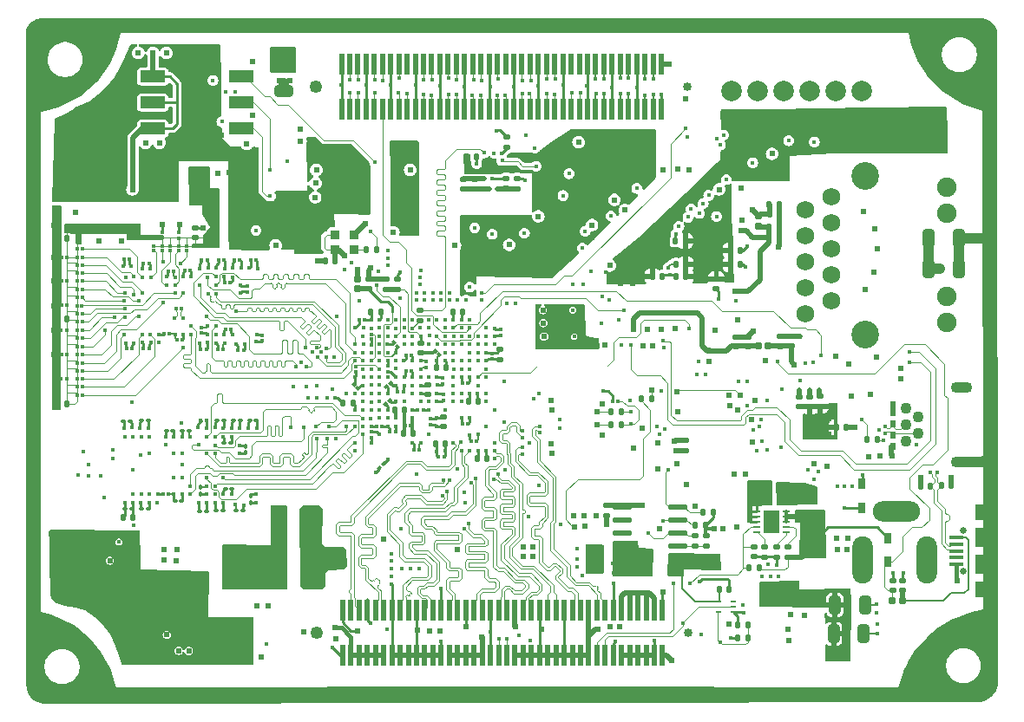
<source format=gbr>
%TF.GenerationSoftware,KiCad,Pcbnew,8.0.6*%
%TF.CreationDate,2025-01-12T20:29:38+06:00*%
%TF.ProjectId,zynq_soc_board_v1,7a796e71-5f73-46f6-935f-626f6172645f,rev?*%
%TF.SameCoordinates,Original*%
%TF.FileFunction,Copper,L10,Bot*%
%TF.FilePolarity,Positive*%
%FSLAX46Y46*%
G04 Gerber Fmt 4.6, Leading zero omitted, Abs format (unit mm)*
G04 Created by KiCad (PCBNEW 8.0.6) date 2025-01-12 20:29:38*
%MOMM*%
%LPD*%
G01*
G04 APERTURE LIST*
G04 Aperture macros list*
%AMRoundRect*
0 Rectangle with rounded corners*
0 $1 Rounding radius*
0 $2 $3 $4 $5 $6 $7 $8 $9 X,Y pos of 4 corners*
0 Add a 4 corners polygon primitive as box body*
4,1,4,$2,$3,$4,$5,$6,$7,$8,$9,$2,$3,0*
0 Add four circle primitives for the rounded corners*
1,1,$1+$1,$2,$3*
1,1,$1+$1,$4,$5*
1,1,$1+$1,$6,$7*
1,1,$1+$1,$8,$9*
0 Add four rect primitives between the rounded corners*
20,1,$1+$1,$2,$3,$4,$5,0*
20,1,$1+$1,$4,$5,$6,$7,0*
20,1,$1+$1,$6,$7,$8,$9,0*
20,1,$1+$1,$8,$9,$2,$3,0*%
%AMRotRect*
0 Rectangle, with rotation*
0 The origin of the aperture is its center*
0 $1 length*
0 $2 width*
0 $3 Rotation angle, in degrees counterclockwise*
0 Add horizontal line*
21,1,$1,$2,0,0,$3*%
G04 Aperture macros list end*
%TA.AperFunction,ComponentPad*%
%ADD10C,2.000000*%
%TD*%
%TA.AperFunction,ComponentPad*%
%ADD11C,1.750000*%
%TD*%
%TA.AperFunction,ComponentPad*%
%ADD12C,1.900000*%
%TD*%
%TA.AperFunction,ComponentPad*%
%ADD13C,2.700000*%
%TD*%
%TA.AperFunction,ComponentPad*%
%ADD14C,1.100000*%
%TD*%
%TA.AperFunction,ComponentPad*%
%ADD15O,2.100000X1.100000*%
%TD*%
%TA.AperFunction,ComponentPad*%
%ADD16O,2.000000X4.600000*%
%TD*%
%TA.AperFunction,ComponentPad*%
%ADD17O,4.600000X2.000000*%
%TD*%
%TA.AperFunction,SMDPad,CuDef*%
%ADD18R,0.370000X0.320000*%
%TD*%
%TA.AperFunction,SMDPad,CuDef*%
%ADD19RoundRect,0.135000X-0.135000X-0.185000X0.135000X-0.185000X0.135000X0.185000X-0.135000X0.185000X0*%
%TD*%
%TA.AperFunction,SMDPad,CuDef*%
%ADD20R,0.320000X0.370000*%
%TD*%
%TA.AperFunction,SMDPad,CuDef*%
%ADD21R,0.320000X0.300000*%
%TD*%
%TA.AperFunction,SMDPad,CuDef*%
%ADD22O,1.950000X0.570000*%
%TD*%
%TA.AperFunction,SMDPad,CuDef*%
%ADD23R,0.300000X0.320000*%
%TD*%
%TA.AperFunction,SMDPad,CuDef*%
%ADD24RoundRect,0.140000X0.140000X0.170000X-0.140000X0.170000X-0.140000X-0.170000X0.140000X-0.170000X0*%
%TD*%
%TA.AperFunction,SMDPad,CuDef*%
%ADD25RoundRect,0.140000X-0.170000X0.140000X-0.170000X-0.140000X0.170000X-0.140000X0.170000X0.140000X0*%
%TD*%
%TA.AperFunction,SMDPad,CuDef*%
%ADD26RoundRect,0.100000X-0.130000X-0.100000X0.130000X-0.100000X0.130000X0.100000X-0.130000X0.100000X0*%
%TD*%
%TA.AperFunction,SMDPad,CuDef*%
%ADD27RotRect,0.370000X0.320000X45.000000*%
%TD*%
%TA.AperFunction,SMDPad,CuDef*%
%ADD28RoundRect,0.100000X-0.100000X0.130000X-0.100000X-0.130000X0.100000X-0.130000X0.100000X0.130000X0*%
%TD*%
%TA.AperFunction,SMDPad,CuDef*%
%ADD29RoundRect,0.100000X0.130000X0.100000X-0.130000X0.100000X-0.130000X-0.100000X0.130000X-0.100000X0*%
%TD*%
%TA.AperFunction,SMDPad,CuDef*%
%ADD30RotRect,0.370000X0.320000X135.000000*%
%TD*%
%TA.AperFunction,SMDPad,CuDef*%
%ADD31RoundRect,0.250000X-0.325000X-0.650000X0.325000X-0.650000X0.325000X0.650000X-0.325000X0.650000X0*%
%TD*%
%TA.AperFunction,SMDPad,CuDef*%
%ADD32RoundRect,0.140000X0.170000X-0.140000X0.170000X0.140000X-0.170000X0.140000X-0.170000X-0.140000X0*%
%TD*%
%TA.AperFunction,SMDPad,CuDef*%
%ADD33RoundRect,0.140000X-0.140000X-0.170000X0.140000X-0.170000X0.140000X0.170000X-0.140000X0.170000X0*%
%TD*%
%TA.AperFunction,SMDPad,CuDef*%
%ADD34RoundRect,0.135000X0.185000X-0.135000X0.185000X0.135000X-0.185000X0.135000X-0.185000X-0.135000X0*%
%TD*%
%TA.AperFunction,SMDPad,CuDef*%
%ADD35RoundRect,0.075000X0.225000X0.275000X-0.225000X0.275000X-0.225000X-0.275000X0.225000X-0.275000X0*%
%TD*%
%TA.AperFunction,ComponentPad*%
%ADD36C,0.650000*%
%TD*%
%TA.AperFunction,SMDPad,CuDef*%
%ADD37R,1.900000X1.500000*%
%TD*%
%TA.AperFunction,SMDPad,CuDef*%
%ADD38R,1.900000X1.900000*%
%TD*%
%TA.AperFunction,SMDPad,CuDef*%
%ADD39R,1.350000X0.400000*%
%TD*%
%TA.AperFunction,SMDPad,CuDef*%
%ADD40RoundRect,0.250000X0.325000X0.650000X-0.325000X0.650000X-0.325000X-0.650000X0.325000X-0.650000X0*%
%TD*%
%TA.AperFunction,SMDPad,CuDef*%
%ADD41R,0.540000X0.790000*%
%TD*%
%TA.AperFunction,SMDPad,CuDef*%
%ADD42R,0.660000X0.280000*%
%TD*%
%TA.AperFunction,SMDPad,CuDef*%
%ADD43R,1.500000X2.300000*%
%TD*%
%TA.AperFunction,SMDPad,CuDef*%
%ADD44RoundRect,0.135000X-0.185000X0.135000X-0.185000X-0.135000X0.185000X-0.135000X0.185000X0.135000X0*%
%TD*%
%TA.AperFunction,SMDPad,CuDef*%
%ADD45R,1.410000X1.350000*%
%TD*%
%TA.AperFunction,SMDPad,CuDef*%
%ADD46RoundRect,0.147500X-0.147500X-0.172500X0.147500X-0.172500X0.147500X0.172500X-0.147500X0.172500X0*%
%TD*%
%TA.AperFunction,SMDPad,CuDef*%
%ADD47RotRect,0.370000X0.320000X225.000000*%
%TD*%
%TA.AperFunction,SMDPad,CuDef*%
%ADD48RoundRect,0.075000X0.275000X-0.225000X0.275000X0.225000X-0.275000X0.225000X-0.275000X-0.225000X0*%
%TD*%
%TA.AperFunction,SMDPad,CuDef*%
%ADD49R,0.750000X1.000000*%
%TD*%
%TA.AperFunction,SMDPad,CuDef*%
%ADD50R,1.350000X1.410000*%
%TD*%
%TA.AperFunction,SMDPad,CuDef*%
%ADD51RoundRect,0.135000X0.135000X0.185000X-0.135000X0.185000X-0.135000X-0.185000X0.135000X-0.185000X0*%
%TD*%
%TA.AperFunction,SMDPad,CuDef*%
%ADD52C,0.850000*%
%TD*%
%TA.AperFunction,SMDPad,CuDef*%
%ADD53C,1.250000*%
%TD*%
%TA.AperFunction,SMDPad,CuDef*%
%ADD54R,0.500000X2.000000*%
%TD*%
%TA.AperFunction,SMDPad,CuDef*%
%ADD55R,0.580000X0.280000*%
%TD*%
%TA.AperFunction,SMDPad,CuDef*%
%ADD56RoundRect,0.147500X0.147500X0.172500X-0.147500X0.172500X-0.147500X-0.172500X0.147500X-0.172500X0*%
%TD*%
%TA.AperFunction,SMDPad,CuDef*%
%ADD57RoundRect,0.250000X-0.650000X0.325000X-0.650000X-0.325000X0.650000X-0.325000X0.650000X0.325000X0*%
%TD*%
%TA.AperFunction,SMDPad,CuDef*%
%ADD58RoundRect,0.040000X-0.410000X-0.360000X0.410000X-0.360000X0.410000X0.360000X-0.410000X0.360000X0*%
%TD*%
%TA.AperFunction,SMDPad,CuDef*%
%ADD59RoundRect,0.056500X-1.163500X0.508500X-1.163500X-0.508500X1.163500X-0.508500X1.163500X0.508500X0*%
%TD*%
%TA.AperFunction,ViaPad*%
%ADD60C,0.450000*%
%TD*%
%TA.AperFunction,ViaPad*%
%ADD61C,0.620000*%
%TD*%
%TA.AperFunction,ViaPad*%
%ADD62C,1.000000*%
%TD*%
%TA.AperFunction,Conductor*%
%ADD63C,0.100000*%
%TD*%
%TA.AperFunction,Conductor*%
%ADD64C,0.120000*%
%TD*%
%TA.AperFunction,Conductor*%
%ADD65C,0.250000*%
%TD*%
%TA.AperFunction,Conductor*%
%ADD66C,0.400000*%
%TD*%
%TA.AperFunction,Conductor*%
%ADD67C,0.300000*%
%TD*%
%TA.AperFunction,Conductor*%
%ADD68C,0.500000*%
%TD*%
%TA.AperFunction,Conductor*%
%ADD69C,1.000000*%
%TD*%
%TA.AperFunction,Conductor*%
%ADD70C,0.200000*%
%TD*%
G04 APERTURE END LIST*
D10*
%TO.P,J300,1,TMS*%
%TO.N,/zynq_jtag/JTAG_TMS*%
X181600000Y-64740000D03*
%TO.P,J300,2,TDI*%
%TO.N,/zynq_jtag/JTAG_TDI*%
X184140000Y-64740000D03*
%TO.P,J300,3,TDO*%
%TO.N,/zynq_jtag/JTAG_TD0*%
X186680000Y-64740000D03*
%TO.P,J300,4,TCK*%
%TO.N,/zynq_jtag/JTAG_TCK*%
X189220000Y-64740000D03*
%TO.P,J300,5,GND*%
%TO.N,GND*%
X191760000Y-64740000D03*
%TO.P,J300,6,VDD*%
%TO.N,+3V3*%
X194300000Y-64740000D03*
%TD*%
D11*
%TO.P,J800,1,VCC*%
%TO.N,unconnected-(J800-VCC-Pad1)*%
X188760000Y-86500000D03*
%TO.P,J800,2,MD0+*%
%TO.N,MDI0_P*%
X191300000Y-85230000D03*
%TO.P,J800,3,MD0-*%
%TO.N,MDI0_N*%
X188760000Y-83960000D03*
%TO.P,J800,4,MD1+*%
%TO.N,MDI1_P*%
X191300000Y-82690000D03*
%TO.P,J800,5,MD2+*%
%TO.N,MDI2_P*%
X188760000Y-81420000D03*
%TO.P,J800,6,MD2-*%
%TO.N,MDI2_N*%
X191300000Y-80150000D03*
%TO.P,J800,7,MD1-*%
%TO.N,MDI1_N*%
X188760000Y-78880000D03*
%TO.P,J800,8,MD3+*%
%TO.N,MDI3_P*%
X191300000Y-77610000D03*
%TO.P,J800,9,MD3-*%
%TO.N,MDI3_N*%
X188760000Y-76340000D03*
%TO.P,J800,10,GND*%
%TO.N,GND*%
X191300000Y-75070000D03*
D12*
%TO.P,J800,11,LED_GREEN_A*%
%TO.N,+3V3*%
X202550000Y-87405000D03*
%TO.P,J800,12,LED_GREEN_K*%
%TO.N,/ethernet_gigabit/ETH_LED_GR_K*%
X202550000Y-84865000D03*
%TO.P,J800,13,LED_YELLOW_K*%
%TO.N,/ethernet_gigabit/ETH_LED_YL_A*%
X202550000Y-76695000D03*
%TO.P,J800,14,LED_YELLOW_A*%
%TO.N,+3V3*%
X202550000Y-74155000D03*
D13*
%TO.P,J800,SH,SHIELD*%
%TO.N,CGND*%
X194600000Y-73035000D03*
X194600000Y-88525000D03*
%TD*%
D14*
%TO.P,J900,1,VCC*%
%TO.N,+5V_USB_AB*%
X198550000Y-98980000D03*
%TO.P,J900,2,D-*%
%TO.N,/USB-2-HS/USB_HS_D_N*%
X199750000Y-98180000D03*
%TO.P,J900,3,D+*%
%TO.N,/USB-2-HS/USB_HS_D_P*%
X198550000Y-97380000D03*
%TO.P,J900,4,ID*%
%TO.N,/USB-2-HS/USB_HS_ID*%
X199750000Y-96580000D03*
%TO.P,J900,5,GND*%
%TO.N,GND*%
X198550000Y-95780000D03*
D15*
%TO.P,J900,6,6*%
%TO.N,CGND*%
X204050000Y-101030000D03*
%TO.P,J900,7,7*%
X204050000Y-93730000D03*
%TD*%
D16*
%TO.P,J100,1,1*%
%TO.N,+VDC*%
X194390000Y-110567500D03*
%TO.P,J100,2,2*%
%TO.N,GND*%
X200590000Y-110567500D03*
D17*
%TO.P,J100,3,3*%
X197640000Y-105867500D03*
%TD*%
D18*
%TO.P,C718,1*%
%TO.N,+1V35*%
X133430000Y-90120000D03*
%TO.P,C718,2*%
%TO.N,GND*%
X133970000Y-90120000D03*
%TD*%
D19*
%TO.P,R326,1*%
%TO.N,/zynq_jtag/FTDI_EECLK*%
X178050000Y-107160000D03*
%TO.P,R326,2*%
%TO.N,+3V3*%
X179070000Y-107160000D03*
%TD*%
D20*
%TO.P,C226,1*%
%TO.N,+1V35*%
X146400000Y-98590000D03*
%TO.P,C226,2*%
%TO.N,GND*%
X146400000Y-98050000D03*
%TD*%
D21*
%TO.P,R606,1*%
%TO.N,+0V675*%
X125990000Y-79890000D03*
%TO.P,R606,2*%
%TO.N,DDR_BA0*%
X125990000Y-80370000D03*
%TD*%
D20*
%TO.P,C612,1*%
%TO.N,+0V675_REF*%
X148030000Y-91630000D03*
%TO.P,C612,2*%
%TO.N,GND*%
X148030000Y-92170000D03*
%TD*%
D22*
%TO.P,U301,1,CS*%
%TO.N,/zynq_jtag/FTDI_EECS*%
X176365000Y-105365000D03*
%TO.P,U301,2,CLK*%
%TO.N,/zynq_jtag/FTDI_EECLK*%
X176365000Y-106645000D03*
%TO.P,U301,3,DI*%
%TO.N,/zynq_jtag/FTDI_EEDATA*%
X176365000Y-107905000D03*
%TO.P,U301,4,DO*%
%TO.N,Net-(U301-DO)*%
X176365000Y-109175000D03*
%TO.P,U301,5,VSS*%
%TO.N,GND*%
X170945000Y-109175000D03*
%TO.P,U301,6,NC*%
%TO.N,unconnected-(U301-NC-Pad6)*%
X170945000Y-107905000D03*
%TO.P,U301,7,NC*%
%TO.N,unconnected-(U301-NC-Pad7)*%
X170945000Y-106645000D03*
%TO.P,U301,8,VCC*%
%TO.N,+3V3*%
X170945000Y-105365000D03*
%TD*%
D23*
%TO.P,R609,1*%
%TO.N,+0V675*%
X117720000Y-91310000D03*
%TO.P,R609,2*%
%TO.N,DDR_A0*%
X118200000Y-91310000D03*
%TD*%
%TO.P,R623,1*%
%TO.N,+0V675*%
X117740000Y-88090000D03*
%TO.P,R623,2*%
%TO.N,DDR_A14*%
X118220000Y-88090000D03*
%TD*%
D24*
%TO.P,C405,1*%
%TO.N,+3V3*%
X142870000Y-81380000D03*
%TO.P,C405,2*%
%TO.N,GND*%
X141910000Y-81380000D03*
%TD*%
D18*
%TO.P,C227,1*%
%TO.N,+1V35*%
X146940000Y-97520000D03*
%TO.P,C227,2*%
%TO.N,GND*%
X147480000Y-97520000D03*
%TD*%
%TO.P,C701,1*%
%TO.N,+0V675_REF*%
X129880000Y-81280000D03*
%TO.P,C701,2*%
%TO.N,GND*%
X130420000Y-81280000D03*
%TD*%
%TO.P,C244,1*%
%TO.N,+3V3*%
X156720000Y-98950000D03*
%TO.P,C244,2*%
%TO.N,GND*%
X156180000Y-98950000D03*
%TD*%
D25*
%TO.P,C409,1*%
%TO.N,+3V3*%
X159570000Y-73310000D03*
%TO.P,C409,2*%
%TO.N,GND*%
X159570000Y-74270000D03*
%TD*%
D26*
%TO.P,C737,1*%
%TO.N,+1V35*%
X127280000Y-104800000D03*
%TO.P,C737,2*%
%TO.N,GND*%
X127920000Y-104800000D03*
%TD*%
D23*
%TO.P,R608,1*%
%TO.N,+0V675*%
X117740000Y-84130000D03*
%TO.P,R608,2*%
%TO.N,DDR_BA2*%
X118220000Y-84130000D03*
%TD*%
D18*
%TO.P,C709,1*%
%TO.N,+1V35*%
X135170000Y-81290000D03*
%TO.P,C709,2*%
%TO.N,GND*%
X134630000Y-81290000D03*
%TD*%
%TO.P,C228,1*%
%TO.N,+1V35*%
X145260000Y-87110000D03*
%TO.P,C228,2*%
%TO.N,GND*%
X145800000Y-87110000D03*
%TD*%
D27*
%TO.P,C231,1*%
%TO.N,+1V0*%
X147888162Y-93641838D03*
%TO.P,C231,2*%
%TO.N,GND*%
X148270000Y-93260000D03*
%TD*%
D28*
%TO.P,C733,1*%
%TO.N,+1V35*%
X134150000Y-99435000D03*
%TO.P,C733,2*%
%TO.N,GND*%
X134150000Y-100075000D03*
%TD*%
D23*
%TO.P,R619,1*%
%TO.N,+0V675*%
X117740000Y-84930000D03*
%TO.P,R619,2*%
%TO.N,DDR_A10*%
X118220000Y-84930000D03*
%TD*%
D18*
%TO.P,C217,1*%
%TO.N,+1V8*%
X149810000Y-90560000D03*
%TO.P,C217,2*%
%TO.N,GND*%
X150350000Y-90560000D03*
%TD*%
D29*
%TO.P,C739,1*%
%TO.N,+1V35*%
X131940000Y-105770000D03*
%TO.P,C739,2*%
%TO.N,GND*%
X131300000Y-105770000D03*
%TD*%
D30*
%TO.P,C215,1*%
%TO.N,+1V8_PLL*%
X148990919Y-89720919D03*
%TO.P,C215,2*%
%TO.N,GND*%
X148609081Y-89339081D03*
%TD*%
D23*
%TO.P,R610,1*%
%TO.N,+0V675*%
X117740000Y-90530000D03*
%TO.P,R610,2*%
%TO.N,DDR_A1*%
X118220000Y-90530000D03*
%TD*%
D31*
%TO.P,C212,2*%
%TO.N,GND*%
X170900000Y-111000000D03*
%TO.P,C212,1*%
%TO.N,+1V8*%
X167950000Y-111000000D03*
%TD*%
D25*
%TO.P,C903,1*%
%TO.N,+1V8*%
X188190000Y-94620000D03*
%TO.P,C903,2*%
%TO.N,GND*%
X188190000Y-95580000D03*
%TD*%
D18*
%TO.P,C218,1*%
%TO.N,+1V8*%
X149810000Y-92110000D03*
%TO.P,C218,2*%
%TO.N,GND*%
X150350000Y-92110000D03*
%TD*%
D32*
%TO.P,C408,1*%
%TO.N,+3V3*%
X156520000Y-74330000D03*
%TO.P,C408,2*%
%TO.N,GND*%
X156520000Y-73370000D03*
%TD*%
D26*
%TO.P,C740,1*%
%TO.N,+1V35*%
X133240000Y-105750000D03*
%TO.P,C740,2*%
%TO.N,GND*%
X133880000Y-105750000D03*
%TD*%
D18*
%TO.P,C242,1*%
%TO.N,+3V3*%
X151110000Y-99830000D03*
%TO.P,C242,2*%
%TO.N,GND*%
X150570000Y-99830000D03*
%TD*%
D26*
%TO.P,C743,1*%
%TO.N,+1V35*%
X132180000Y-103620000D03*
%TO.P,C743,2*%
%TO.N,GND*%
X132820000Y-103620000D03*
%TD*%
D33*
%TO.P,C816,1*%
%TO.N,+3V3*%
X185260000Y-76790000D03*
%TO.P,C816,2*%
%TO.N,GND*%
X186220000Y-76790000D03*
%TD*%
D29*
%TO.P,C726,1*%
%TO.N,+1V35*%
X124650000Y-96970000D03*
%TO.P,C726,2*%
%TO.N,GND*%
X124010000Y-96970000D03*
%TD*%
%TO.P,C732,1*%
%TO.N,+1V35*%
X132680000Y-99100000D03*
%TO.P,C732,2*%
%TO.N,GND*%
X132040000Y-99100000D03*
%TD*%
D23*
%TO.P,R621,1*%
%TO.N,+0V675*%
X117720000Y-86520000D03*
%TO.P,R621,2*%
%TO.N,DDR_A12*%
X118200000Y-86520000D03*
%TD*%
D18*
%TO.P,C607,1*%
%TO.N,+0V675*%
X116720000Y-85700000D03*
%TO.P,C607,2*%
%TO.N,GND*%
X116180000Y-85700000D03*
%TD*%
D34*
%TO.P,R324,1*%
%TO.N,Net-(U301-DO)*%
X179140000Y-109210000D03*
%TO.P,R324,2*%
%TO.N,+3V3*%
X179140000Y-108190000D03*
%TD*%
D23*
%TO.P,R617,1*%
%TO.N,+0V675*%
X117740000Y-89720000D03*
%TO.P,R617,2*%
%TO.N,DDR_A8*%
X118220000Y-89720000D03*
%TD*%
D35*
%TO.P,FB800,1,1*%
%TO.N,+1V8*%
X185170000Y-89690000D03*
%TO.P,FB800,2,2*%
%TO.N,+1V8_ETH*%
X184170000Y-89690000D03*
%TD*%
D24*
%TO.P,C804,1*%
%TO.N,+1V0_ETH*%
X182430000Y-81700000D03*
%TO.P,C804,2*%
%TO.N,GND*%
X181470000Y-81700000D03*
%TD*%
D29*
%TO.P,C736,1*%
%TO.N,+1V35*%
X124670000Y-105580000D03*
%TO.P,C736,2*%
%TO.N,GND*%
X124030000Y-105580000D03*
%TD*%
D36*
%TO.P,J301,*%
%TO.N,*%
X204170000Y-107690000D03*
X204170000Y-111690000D03*
D37*
%TO.P,J301,0,0*%
%TO.N,CGND*%
X206320000Y-105940000D03*
D38*
X206320000Y-108390000D03*
X206320000Y-110990000D03*
D37*
X206320000Y-113440000D03*
D39*
%TO.P,J301,1,VCC*%
%TO.N,+5V_USB_B*%
X203540000Y-108390000D03*
%TO.P,J301,2,D-*%
%TO.N,/zynq_jtag/USB_FTDI_D_N*%
X203540000Y-109040000D03*
%TO.P,J301,3,D+*%
%TO.N,/zynq_jtag/USB_FTDI_D_P*%
X203540000Y-109690000D03*
%TO.P,J301,4,ID*%
%TO.N,unconnected-(J301-ID-Pad4)*%
X203540000Y-110340000D03*
%TO.P,J301,5,GND*%
%TO.N,GND*%
X203540000Y-110990000D03*
%TD*%
D20*
%TO.P,C206,1*%
%TO.N,+1V0*%
X153410000Y-93350000D03*
%TO.P,C206,2*%
%TO.N,GND*%
X153410000Y-92810000D03*
%TD*%
D29*
%TO.P,C735,1*%
%TO.N,+1V35*%
X123060000Y-105570000D03*
%TO.P,C735,2*%
%TO.N,GND*%
X122420000Y-105570000D03*
%TD*%
D25*
%TO.P,C316,1*%
%TO.N,+3V3*%
X169360000Y-105250000D03*
%TO.P,C316,2*%
%TO.N,GND*%
X169360000Y-106210000D03*
%TD*%
D40*
%TO.P,C248,1*%
%TO.N,+3V3*%
X176120000Y-111120000D03*
%TO.P,C248,2*%
%TO.N,GND*%
X173170000Y-111120000D03*
%TD*%
D18*
%TO.P,C703,1*%
%TO.N,+1V35*%
X122840000Y-81220000D03*
%TO.P,C703,2*%
%TO.N,GND*%
X122300000Y-81220000D03*
%TD*%
D20*
%TO.P,C601,1*%
%TO.N,+0V675*%
X127650000Y-79130000D03*
%TO.P,C601,2*%
%TO.N,GND*%
X127650000Y-78590000D03*
%TD*%
D18*
%TO.P,C717,1*%
%TO.N,+1V35*%
X131980000Y-90010000D03*
%TO.P,C717,2*%
%TO.N,GND*%
X131440000Y-90010000D03*
%TD*%
D33*
%TO.P,C817,1*%
%TO.N,+3V3*%
X185230000Y-75850000D03*
%TO.P,C817,2*%
%TO.N,GND*%
X186190000Y-75850000D03*
%TD*%
D35*
%TO.P,FB300,1,1*%
%TO.N,+5V_USB_B*%
X198270000Y-114550000D03*
%TO.P,FB300,2,2*%
%TO.N,/zynq_jtag/VSUB_FILT*%
X197270000Y-114550000D03*
%TD*%
D34*
%TO.P,R328,1*%
%TO.N,GND*%
X177050000Y-99930000D03*
%TO.P,R328,2*%
%TO.N,/zynq_jtag/FTDI_REF*%
X177050000Y-98910000D03*
%TD*%
D33*
%TO.P,C236,1*%
%TO.N,+3V3*%
X155930000Y-95050000D03*
%TO.P,C236,2*%
%TO.N,GND*%
X156890000Y-95050000D03*
%TD*%
%TO.P,C801,1*%
%TO.N,+3V3*%
X176150000Y-82860000D03*
%TO.P,C801,2*%
%TO.N,GND*%
X177110000Y-82860000D03*
%TD*%
D24*
%TO.P,C901,1*%
%TO.N,+3V3*%
X192760000Y-97650000D03*
%TO.P,C901,2*%
%TO.N,GND*%
X191800000Y-97650000D03*
%TD*%
D20*
%TO.P,C720,1*%
%TO.N,+1V35*%
X129880000Y-87840000D03*
%TO.P,C720,2*%
%TO.N,GND*%
X129880000Y-88380000D03*
%TD*%
D41*
%TO.P,D901,1*%
%TO.N,/USB-2-HS/USB_HS_D_P*%
X197340000Y-97300000D03*
%TO.P,D901,2*%
%TO.N,GND*%
X197340000Y-96200000D03*
%TD*%
D24*
%TO.P,C247,1*%
%TO.N,+3V3*%
X153660000Y-99210000D03*
%TO.P,C247,2*%
%TO.N,GND*%
X152700000Y-99210000D03*
%TD*%
D18*
%TO.P,C715,1*%
%TO.N,+1V35*%
X127440000Y-89070000D03*
%TO.P,C715,2*%
%TO.N,GND*%
X127980000Y-89070000D03*
%TD*%
D42*
%TO.P,U100,1,IN*%
%TO.N,VCC*%
X186890000Y-105840000D03*
%TO.P,U100,2,IN*%
X186890000Y-106340000D03*
%TO.P,U100,3,IN*%
X186890000Y-106840000D03*
%TO.P,U100,4,VCP*%
%TO.N,/power/EFUSE_VCP*%
X186890000Y-107340000D03*
%TO.P,U100,5,ILIM*%
%TO.N,/power/EFUSE_ILIM*%
X186890000Y-107840000D03*
%TO.P,U100,6,SS*%
%TO.N,EFUSE_SS*%
X184070000Y-107840000D03*
%TO.P,U100,7,EN*%
%TO.N,PWR_EN*%
X184070000Y-107340000D03*
%TO.P,U100,8,OUT*%
%TO.N,+5V*%
X184070000Y-106840000D03*
%TO.P,U100,9,OUT*%
X184070000Y-106340000D03*
%TO.P,U100,10,OUT*%
X184070000Y-105840000D03*
D43*
%TO.P,U100,11,GND*%
%TO.N,GND*%
X185480000Y-106840000D03*
%TD*%
D32*
%TO.P,C216,1*%
%TO.N,+1V8_PLL*%
X146140000Y-84090000D03*
%TO.P,C216,2*%
%TO.N,GND*%
X146140000Y-83130000D03*
%TD*%
D44*
%TO.P,R101,1*%
%TO.N,/power/EFUSE_VCP*%
X187070000Y-109310000D03*
%TO.P,R101,2*%
%TO.N,VCC*%
X187070000Y-110330000D03*
%TD*%
D27*
%TO.P,C613,1*%
%TO.N,+0V675_REF*%
X147819081Y-95330919D03*
%TO.P,C613,2*%
%TO.N,GND*%
X148200919Y-94949081D03*
%TD*%
D23*
%TO.P,R604,1*%
%TO.N,+0V675*%
X117700000Y-85740000D03*
%TO.P,R604,2*%
%TO.N,DDR_NCAS*%
X118180000Y-85740000D03*
%TD*%
D18*
%TO.P,C245,1*%
%TO.N,+3V3*%
X148770000Y-98060000D03*
%TO.P,C245,2*%
%TO.N,GND*%
X148230000Y-98060000D03*
%TD*%
%TO.P,C710,1*%
%TO.N,+1V35*%
X132670000Y-83460000D03*
%TO.P,C710,2*%
%TO.N,GND*%
X132130000Y-83460000D03*
%TD*%
D40*
%TO.P,C224,1*%
%TO.N,+1V8*%
X194480000Y-117780000D03*
%TO.P,C224,2*%
%TO.N,GND*%
X191530000Y-117780000D03*
%TD*%
D20*
%TO.P,C719,1*%
%TO.N,+1V35*%
X135770000Y-88610000D03*
%TO.P,C719,2*%
%TO.N,GND*%
X135770000Y-89150000D03*
%TD*%
D44*
%TO.P,R427,1*%
%TO.N,EMMC_CLK*%
X151190000Y-86180000D03*
%TO.P,R427,2*%
%TO.N,SD_CLK*%
X151190000Y-87200000D03*
%TD*%
D45*
%TO.P,C103,1*%
%TO.N,+5V*%
X184650000Y-104470000D03*
%TO.P,C103,2*%
%TO.N,GND*%
X186650000Y-104470000D03*
%TD*%
D44*
%TO.P,R400,1*%
%TO.N,+1V8*%
X148980000Y-83150000D03*
%TO.P,R400,2*%
%TO.N,/zynq_processing_system_ps/MIO_VRFF_OV9*%
X148980000Y-84170000D03*
%TD*%
D18*
%TO.P,C708,1*%
%TO.N,+1V35*%
X133600000Y-81290000D03*
%TO.P,C708,2*%
%TO.N,GND*%
X133060000Y-81290000D03*
%TD*%
D19*
%TO.P,R403,1*%
%TO.N,+3V3*%
X182160000Y-118170000D03*
%TO.P,R403,2*%
%TO.N,PS_NPOR*%
X183180000Y-118170000D03*
%TD*%
D29*
%TO.P,C725,1*%
%TO.N,+1V35*%
X122890000Y-97000000D03*
%TO.P,C725,2*%
%TO.N,GND*%
X122250000Y-97000000D03*
%TD*%
%TO.P,C728,1*%
%TO.N,+1V35*%
X128660000Y-97970000D03*
%TO.P,C728,2*%
%TO.N,GND*%
X128020000Y-97970000D03*
%TD*%
D46*
%TO.P,D306,1*%
%TO.N,/zynq_jtag/USB_FTDI_D_N*%
X202032500Y-103320000D03*
%TO.P,D306,2*%
%TO.N,GND*%
X203002500Y-103320000D03*
%TD*%
D20*
%TO.P,C239,1*%
%TO.N,+3V3*%
X158170000Y-90400000D03*
%TO.P,C239,2*%
%TO.N,GND*%
X158170000Y-90940000D03*
%TD*%
D32*
%TO.P,C608,1*%
%TO.N,+0V675*%
X129270000Y-79070000D03*
%TO.P,C608,2*%
%TO.N,GND*%
X129270000Y-78110000D03*
%TD*%
D19*
%TO.P,R903,1*%
%TO.N,/USB-2-HS/USB_PHY_VBUS*%
X194760000Y-98790000D03*
%TO.P,R903,2*%
%TO.N,USB_PHY_CPEN*%
X195780000Y-98790000D03*
%TD*%
D25*
%TO.P,C413,1*%
%TO.N,/zynq_processing_system_ps/EMMC_VDDI*%
X160660000Y-73330000D03*
%TO.P,C413,2*%
%TO.N,GND*%
X160660000Y-74290000D03*
%TD*%
D33*
%TO.P,C802,1*%
%TO.N,+1V8_ETH*%
X176140000Y-81670000D03*
%TO.P,C802,2*%
%TO.N,GND*%
X177100000Y-81670000D03*
%TD*%
D32*
%TO.P,C815,1*%
%TO.N,+1V8_ETH*%
X183170000Y-89730000D03*
%TO.P,C815,2*%
%TO.N,GND*%
X183170000Y-88770000D03*
%TD*%
D20*
%TO.P,C603,1*%
%TO.N,+0V675*%
X126010000Y-79090000D03*
%TO.P,C603,2*%
%TO.N,GND*%
X126010000Y-78550000D03*
%TD*%
D18*
%TO.P,C241,1*%
%TO.N,+3V3*%
X155870000Y-93270000D03*
%TO.P,C241,2*%
%TO.N,GND*%
X155330000Y-93270000D03*
%TD*%
D23*
%TO.P,R600,1*%
%TO.N,DDR_CK_N*%
X127410000Y-86000000D03*
%TO.P,R600,2*%
%TO.N,DDR_CK_P*%
X127890000Y-86000000D03*
%TD*%
D47*
%TO.P,C211,1*%
%TO.N,+3V3*%
X147590919Y-101169081D03*
%TO.P,C211,2*%
%TO.N,GND*%
X147209081Y-101550919D03*
%TD*%
D40*
%TO.P,C200,1*%
%TO.N,+1V0*%
X140410000Y-111930000D03*
%TO.P,C200,2*%
%TO.N,GND*%
X137460000Y-111930000D03*
%TD*%
D32*
%TO.P,C407,1*%
%TO.N,+3V3*%
X155430000Y-74320000D03*
%TO.P,C407,2*%
%TO.N,GND*%
X155430000Y-73360000D03*
%TD*%
D24*
%TO.P,C805,1*%
%TO.N,+1V0_ETH*%
X182440000Y-80350000D03*
%TO.P,C805,2*%
%TO.N,GND*%
X181480000Y-80350000D03*
%TD*%
D48*
%TO.P,FB200,1,1*%
%TO.N,+1V8_PLL*%
X145070000Y-84100000D03*
%TO.P,FB200,2,2*%
%TO.N,+1V8*%
X145070000Y-83100000D03*
%TD*%
%TO.P,FB801,1,1*%
%TO.N,+3V3_ETH*%
X184200000Y-77990000D03*
%TO.P,FB801,2,2*%
%TO.N,+3V3*%
X184200000Y-76990000D03*
%TD*%
D40*
%TO.P,C233,2*%
%TO.N,GND*%
X137420000Y-108990000D03*
%TO.P,C233,1*%
%TO.N,+1V0*%
X140370000Y-108990000D03*
%TD*%
D23*
%TO.P,R622,1*%
%TO.N,+0V675*%
X117750000Y-83330000D03*
%TO.P,R622,2*%
%TO.N,DDR_A13*%
X118230000Y-83330000D03*
%TD*%
D20*
%TO.P,C711,1*%
%TO.N,+1V35*%
X134290000Y-83850000D03*
%TO.P,C711,2*%
%TO.N,GND*%
X134290000Y-84390000D03*
%TD*%
D18*
%TO.P,C238,1*%
%TO.N,+3V3*%
X153510000Y-100530000D03*
%TO.P,C238,2*%
%TO.N,GND*%
X152970000Y-100530000D03*
%TD*%
D28*
%TO.P,C741,1*%
%TO.N,+1V35*%
X134630000Y-104330000D03*
%TO.P,C741,2*%
%TO.N,GND*%
X134630000Y-104970000D03*
%TD*%
D21*
%TO.P,R404,1*%
%TO.N,GND*%
X146950000Y-83260000D03*
%TO.P,R404,2*%
%TO.N,/zynq_processing_system_ps/VCFG0*%
X146950000Y-83740000D03*
%TD*%
D49*
%TO.P,D305,1,K*%
%TO.N,VCC*%
X196810000Y-108430000D03*
%TO.P,D305,2,A*%
%TO.N,/zynq_jtag/VSUB_FILT*%
X196810000Y-110770000D03*
%TD*%
D21*
%TO.P,R624,1*%
%TO.N,+0V675*%
X128420000Y-79880000D03*
%TO.P,R624,2*%
%TO.N,DDR_ODT*%
X128420000Y-80360000D03*
%TD*%
D50*
%TO.P,C100,1*%
%TO.N,VCC*%
X189190000Y-106300000D03*
%TO.P,C100,2*%
%TO.N,GND*%
X189190000Y-104300000D03*
%TD*%
D24*
%TO.P,C402,1*%
%TO.N,PS_NPOR*%
X183150000Y-116900000D03*
%TO.P,C402,2*%
%TO.N,GND*%
X182190000Y-116900000D03*
%TD*%
D18*
%TO.P,C713,1*%
%TO.N,+1V35*%
X123070000Y-89950000D03*
%TO.P,C713,2*%
%TO.N,GND*%
X122530000Y-89950000D03*
%TD*%
D34*
%TO.P,R325,1*%
%TO.N,Net-(U301-DO)*%
X178030000Y-109220000D03*
%TO.P,R325,2*%
%TO.N,/zynq_jtag/FTDI_EEDATA*%
X178030000Y-108200000D03*
%TD*%
D24*
%TO.P,C611,1*%
%TO.N,+0V675*%
X116740000Y-95300000D03*
%TO.P,C611,2*%
%TO.N,GND*%
X115780000Y-95300000D03*
%TD*%
D29*
%TO.P,C730,1*%
%TO.N,+1V35*%
X133650000Y-96950000D03*
%TO.P,C730,2*%
%TO.N,GND*%
X133010000Y-96950000D03*
%TD*%
D40*
%TO.P,C204,1*%
%TO.N,+1V0*%
X140320000Y-106490000D03*
%TO.P,C204,2*%
%TO.N,GND*%
X137370000Y-106490000D03*
%TD*%
D51*
%TO.P,R334,1*%
%TO.N,UART1_RX*%
X170790000Y-96080000D03*
%TO.P,R334,2*%
%TO.N,FTDI_TX*%
X169770000Y-96080000D03*
%TD*%
D18*
%TO.P,C721,1*%
%TO.N,+1V35*%
X132170000Y-88030000D03*
%TO.P,C721,2*%
%TO.N,GND*%
X132710000Y-88030000D03*
%TD*%
D33*
%TO.P,C232,2*%
%TO.N,GND*%
X149670000Y-95900000D03*
%TO.P,C232,1*%
%TO.N,+1V0*%
X148710000Y-95900000D03*
%TD*%
D32*
%TO.P,C302,1*%
%TO.N,/zynq_jtag/VSUB_FILT*%
X197280000Y-113550000D03*
%TO.P,C302,2*%
%TO.N,GND*%
X197280000Y-112590000D03*
%TD*%
D51*
%TO.P,R100,1*%
%TO.N,VCC*%
X184250000Y-111370000D03*
%TO.P,R100,2*%
%TO.N,PWR_EN*%
X183230000Y-111370000D03*
%TD*%
D23*
%TO.P,R611,1*%
%TO.N,+0V675*%
X117740000Y-81760000D03*
%TO.P,R611,2*%
%TO.N,DDR_A2*%
X118220000Y-81760000D03*
%TD*%
D33*
%TO.P,C403,1*%
%TO.N,+3V3*%
X180380000Y-113470000D03*
%TO.P,C403,2*%
%TO.N,GND*%
X181340000Y-113470000D03*
%TD*%
D25*
%TO.P,C237,1*%
%TO.N,+3V3*%
X158990000Y-90030000D03*
%TO.P,C237,2*%
%TO.N,GND*%
X158990000Y-90990000D03*
%TD*%
D29*
%TO.P,C727,1*%
%TO.N,+1V35*%
X127060000Y-97950000D03*
%TO.P,C727,2*%
%TO.N,GND*%
X126420000Y-97950000D03*
%TD*%
D18*
%TO.P,C722,1*%
%TO.N,+1V35*%
X126640000Y-104130000D03*
%TO.P,C722,2*%
%TO.N,+0V675_REF*%
X126100000Y-104130000D03*
%TD*%
D52*
%TO.P,J1001,*%
%TO.N,*%
X177340000Y-117680000D03*
D53*
X141140000Y-117680000D03*
D54*
%TO.P,J1001,1*%
%TO.N,GND*%
X174840000Y-115480000D03*
%TO.P,J1001,2*%
X174840000Y-119880000D03*
%TO.P,J1001,3*%
%TO.N,VCC*%
X174040000Y-115480000D03*
%TO.P,J1001,4*%
X174040000Y-119880000D03*
%TO.P,J1001,5*%
X173240000Y-115480000D03*
%TO.P,J1001,6*%
X173240000Y-119880000D03*
%TO.P,J1001,7*%
X172440000Y-115480000D03*
%TO.P,J1001,8*%
X172440000Y-119880000D03*
%TO.P,J1001,9*%
X171640000Y-115480000D03*
%TO.P,J1001,10*%
X171640000Y-119880000D03*
%TO.P,J1001,11*%
X170840000Y-115480000D03*
%TO.P,J1001,12*%
X170840000Y-119880000D03*
%TO.P,J1001,13*%
%TO.N,GND*%
X170040000Y-115480000D03*
%TO.P,J1001,14*%
X170040000Y-119880000D03*
%TO.P,J1001,15*%
%TO.N,PL_B34_L14_N*%
X169240000Y-115480000D03*
%TO.P,J1001,16*%
%TO.N,PG_3V3*%
X169240000Y-119880000D03*
%TO.P,J1001,17*%
%TO.N,PL_B34_L14_P*%
X168440000Y-115480000D03*
%TO.P,J1001,18*%
%TO.N,PWR_EN*%
X168440000Y-119880000D03*
%TO.P,J1001,19*%
%TO.N,GND*%
X167640000Y-115480000D03*
%TO.P,J1001,20*%
X167640000Y-119880000D03*
%TO.P,J1001,21*%
%TO.N,PL_B34_L16_N*%
X166840000Y-115480000D03*
%TO.P,J1001,22*%
%TO.N,GND*%
X166840000Y-119880000D03*
%TO.P,J1001,23*%
%TO.N,PL_B34_L16_P*%
X166040000Y-115480000D03*
%TO.P,J1001,24*%
%TO.N,GND*%
X166040000Y-119880000D03*
%TO.P,J1001,25*%
X165240000Y-115480000D03*
%TO.P,J1001,26*%
X165240000Y-119880000D03*
%TO.P,J1001,27*%
%TO.N,PL_B34_L15_N*%
X164440000Y-115480000D03*
%TO.P,J1001,28*%
%TO.N,GND*%
X164440000Y-119880000D03*
%TO.P,J1001,29*%
%TO.N,PL_B34_L15_P*%
X163640000Y-115480000D03*
%TO.P,J1001,30*%
%TO.N,GND*%
X163640000Y-119880000D03*
%TO.P,J1001,31*%
X162840000Y-115480000D03*
%TO.P,J1001,32*%
X162840000Y-119880000D03*
%TO.P,J1001,33*%
%TO.N,PL_B34_L17_N*%
X162040000Y-115480000D03*
%TO.P,J1001,34*%
%TO.N,GND*%
X162040000Y-119880000D03*
%TO.P,J1001,35*%
%TO.N,PL_B34_L17_P*%
X161240000Y-115480000D03*
%TO.P,J1001,36*%
%TO.N,GND*%
X161240000Y-119880000D03*
%TO.P,J1001,37*%
X160440000Y-115480000D03*
%TO.P,J1001,38*%
X160440000Y-119880000D03*
%TO.P,J1001,39*%
%TO.N,PL_B34_L22_N*%
X159640000Y-115480000D03*
%TO.P,J1001,40*%
%TO.N,PS_NPOR*%
X159640000Y-119880000D03*
%TO.P,J1001,41*%
%TO.N,PL_B34_L22_P*%
X158840000Y-115480000D03*
%TO.P,J1001,42*%
%TO.N,DONE*%
X158840000Y-119880000D03*
%TO.P,J1001,43*%
%TO.N,GND*%
X158040000Y-115480000D03*
%TO.P,J1001,44*%
X158040000Y-119880000D03*
%TO.P,J1001,45*%
%TO.N,PL_B34_L10_N*%
X157240000Y-115480000D03*
%TO.P,J1001,46*%
%TO.N,+3V3*%
X157240000Y-119880000D03*
%TO.P,J1001,47*%
%TO.N,PL_B34_L10_P*%
X156440000Y-115480000D03*
%TO.P,J1001,48*%
%TO.N,+3V3*%
X156440000Y-119880000D03*
%TO.P,J1001,49*%
%TO.N,GND*%
X155640000Y-115480000D03*
%TO.P,J1001,50*%
%TO.N,+3V3*%
X155640000Y-119880000D03*
%TO.P,J1001,51*%
%TO.N,PL_B34_L7_N*%
X154840000Y-115480000D03*
%TO.P,J1001,52*%
%TO.N,+3V3*%
X154840000Y-119880000D03*
%TO.P,J1001,53*%
%TO.N,PL_B34_L7_P*%
X154040000Y-115480000D03*
%TO.P,J1001,54*%
%TO.N,+3V3*%
X154040000Y-119880000D03*
%TO.P,J1001,55*%
%TO.N,GND*%
X153240000Y-115480000D03*
%TO.P,J1001,56*%
X153240000Y-119880000D03*
%TO.P,J1001,57*%
%TO.N,PL_B34_L18_N*%
X152440000Y-115480000D03*
%TO.P,J1001,58*%
%TO.N,GND*%
X152440000Y-119880000D03*
%TO.P,J1001,59*%
%TO.N,PL_B34_L18_P*%
X151640000Y-115480000D03*
%TO.P,J1001,60*%
%TO.N,GND*%
X151640000Y-119880000D03*
%TO.P,J1001,61*%
X150840000Y-115480000D03*
%TO.P,J1001,62*%
X150840000Y-119880000D03*
%TO.P,J1001,63*%
%TO.N,PL_B34_L4_N*%
X150040000Y-115480000D03*
%TO.P,J1001,64*%
%TO.N,GND*%
X150040000Y-119880000D03*
%TO.P,J1001,65*%
%TO.N,PL_B34_L4_P*%
X149240000Y-115480000D03*
%TO.P,J1001,66*%
%TO.N,GND*%
X149240000Y-119880000D03*
%TO.P,J1001,67*%
X148440000Y-115480000D03*
%TO.P,J1001,68*%
X148440000Y-119880000D03*
%TO.P,J1001,69*%
%TO.N,PL_B34_L8_N*%
X147640000Y-115480000D03*
%TO.P,J1001,70*%
%TO.N,+1V8*%
X147640000Y-119880000D03*
%TO.P,J1001,71*%
%TO.N,PL_B34_L8_P*%
X146840000Y-115480000D03*
%TO.P,J1001,72*%
%TO.N,+1V8*%
X146840000Y-119880000D03*
%TO.P,J1001,73*%
%TO.N,GND*%
X146040000Y-115480000D03*
%TO.P,J1001,74*%
%TO.N,+1V8*%
X146040000Y-119880000D03*
%TO.P,J1001,75*%
%TO.N,PL_B34_L11_N*%
X145240000Y-115480000D03*
%TO.P,J1001,76*%
%TO.N,+1V8*%
X145240000Y-119880000D03*
%TO.P,J1001,77*%
%TO.N,PL_B34_L11_P*%
X144440000Y-115480000D03*
%TO.P,J1001,78*%
%TO.N,+1V8*%
X144440000Y-119880000D03*
%TO.P,J1001,79*%
%TO.N,GND*%
X143640000Y-115480000D03*
%TO.P,J1001,80*%
X143640000Y-119880000D03*
%TD*%
D18*
%TO.P,C706,1*%
%TO.N,+1V35*%
X128780000Y-82320000D03*
%TO.P,C706,2*%
%TO.N,GND*%
X128240000Y-82320000D03*
%TD*%
%TO.P,C714,1*%
%TO.N,+1V35*%
X124750000Y-89940000D03*
%TO.P,C714,2*%
%TO.N,GND*%
X124210000Y-89940000D03*
%TD*%
D51*
%TO.P,R420,1*%
%TO.N,PS_CLK_33M333*%
X146910000Y-80220000D03*
%TO.P,R420,2*%
%TO.N,/zynq_processing_system_ps/CLK_33M33*%
X145890000Y-80220000D03*
%TD*%
D18*
%TO.P,C705,1*%
%TO.N,+1V35*%
X127140000Y-82340000D03*
%TO.P,C705,2*%
%TO.N,GND*%
X126600000Y-82340000D03*
%TD*%
D26*
%TO.P,C738,1*%
%TO.N,+1V35*%
X129690000Y-105790000D03*
%TO.P,C738,2*%
%TO.N,GND*%
X130330000Y-105790000D03*
%TD*%
D32*
%TO.P,C813,1*%
%TO.N,+1V8*%
X187380000Y-89690000D03*
%TO.P,C813,2*%
%TO.N,GND*%
X187380000Y-88730000D03*
%TD*%
D33*
%TO.P,C819,1*%
%TO.N,+3V3_ETH*%
X185250000Y-78070000D03*
%TO.P,C819,2*%
%TO.N,GND*%
X186210000Y-78070000D03*
%TD*%
D21*
%TO.P,R612,1*%
%TO.N,+0V675*%
X125220000Y-79890000D03*
%TO.P,R612,2*%
%TO.N,DDR_A3*%
X125220000Y-80370000D03*
%TD*%
D24*
%TO.P,C410,1*%
%TO.N,+3V3*%
X156660000Y-71180000D03*
%TO.P,C410,2*%
%TO.N,GND*%
X155700000Y-71180000D03*
%TD*%
D32*
%TO.P,C301,1*%
%TO.N,+5V_USB_B*%
X198290000Y-113530000D03*
%TO.P,C301,2*%
%TO.N,GND*%
X198290000Y-112570000D03*
%TD*%
D33*
%TO.P,C803,1*%
%TO.N,+1V0_ETH*%
X176110000Y-79420000D03*
%TO.P,C803,2*%
%TO.N,GND*%
X177070000Y-79420000D03*
%TD*%
D18*
%TO.P,C600,1*%
%TO.N,+0V675*%
X116710000Y-80990000D03*
%TO.P,C600,2*%
%TO.N,GND*%
X116170000Y-80990000D03*
%TD*%
%TO.P,C219,1*%
%TO.N,+1V8*%
X150960000Y-95900000D03*
%TO.P,C219,2*%
%TO.N,GND*%
X151500000Y-95900000D03*
%TD*%
D34*
%TO.P,R401,1*%
%TO.N,/zynq_processing_system_ps/MIO_VRFF_OV9*%
X147910000Y-84150000D03*
%TO.P,R401,2*%
%TO.N,GND*%
X147910000Y-83130000D03*
%TD*%
D51*
%TO.P,R335,1*%
%TO.N,UART1_TX_VCFG1*%
X170810000Y-97350000D03*
%TO.P,R335,2*%
%TO.N,FTDI_RX*%
X169790000Y-97350000D03*
%TD*%
D18*
%TO.P,C606,1*%
%TO.N,+0V675*%
X116690000Y-88160000D03*
%TO.P,C606,2*%
%TO.N,GND*%
X116150000Y-88160000D03*
%TD*%
D33*
%TO.P,C818,1*%
%TO.N,+3V3_ETH*%
X185240000Y-79030000D03*
%TO.P,C818,2*%
%TO.N,GND*%
X186200000Y-79030000D03*
%TD*%
D24*
%TO.P,C213,1*%
%TO.N,+1V8*%
X155330000Y-86370000D03*
%TO.P,C213,2*%
%TO.N,GND*%
X154370000Y-86370000D03*
%TD*%
D34*
%TO.P,R102,1*%
%TO.N,GND*%
X185940000Y-110320000D03*
%TO.P,R102,2*%
%TO.N,/power/EFUSE_ILIM*%
X185940000Y-109300000D03*
%TD*%
D55*
%TO.P,U400,1,NC*%
%TO.N,unconnected-(U400-NC-Pad1)*%
X181720000Y-114640000D03*
%TO.P,U400,2,A*%
%TO.N,PG_3V3*%
X181720000Y-115140000D03*
%TO.P,U400,3,GND*%
%TO.N,GND*%
X181720000Y-115640000D03*
%TO.P,U400,4,Y*%
%TO.N,PS_NPOR*%
X180280000Y-115640000D03*
%TO.P,U400,5,VCC*%
%TO.N,+3V3*%
X180280000Y-114640000D03*
%TD*%
D56*
%TO.P,D307,1*%
%TO.N,/zynq_jtag/USB_FTDI_D_P*%
X200985000Y-103340000D03*
%TO.P,D307,2*%
%TO.N,GND*%
X200015000Y-103340000D03*
%TD*%
D24*
%TO.P,C223,1*%
%TO.N,+1V8*%
X150530000Y-98210000D03*
%TO.P,C223,2*%
%TO.N,GND*%
X149570000Y-98210000D03*
%TD*%
D23*
%TO.P,R601,1*%
%TO.N,+0V675*%
X117740000Y-94460000D03*
%TO.P,R601,2*%
%TO.N,DDR_CKE*%
X118220000Y-94460000D03*
%TD*%
D24*
%TO.P,C229,1*%
%TO.N,+1V35*%
X144630000Y-95240000D03*
%TO.P,C229,2*%
%TO.N,GND*%
X143670000Y-95240000D03*
%TD*%
D30*
%TO.P,C203,1*%
%TO.N,+1V0*%
X153071838Y-90541838D03*
%TO.P,C203,2*%
%TO.N,GND*%
X152690000Y-90160000D03*
%TD*%
D18*
%TO.P,C704,1*%
%TO.N,+1V35*%
X124740000Y-81600000D03*
%TO.P,C704,2*%
%TO.N,GND*%
X124200000Y-81600000D03*
%TD*%
D23*
%TO.P,R614,1*%
%TO.N,+0V675*%
X117720000Y-80160000D03*
%TO.P,R614,2*%
%TO.N,DDR_A5*%
X118200000Y-80160000D03*
%TD*%
D19*
%TO.P,R327,1*%
%TO.N,/zynq_jtag/FTDI_EECS*%
X178780000Y-105930000D03*
%TO.P,R327,2*%
%TO.N,+3V3*%
X179800000Y-105930000D03*
%TD*%
D32*
%TO.P,C400,1*%
%TO.N,GND*%
X151230000Y-90370000D03*
%TO.P,C400,2*%
%TO.N,/zynq_processing_system_ps/MIO_VRFF_OV9*%
X151230000Y-89410000D03*
%TD*%
D24*
%TO.P,C800,1*%
%TO.N,+3V3*%
X174820000Y-82850000D03*
%TO.P,C800,2*%
%TO.N,GND*%
X173860000Y-82850000D03*
%TD*%
D25*
%TO.P,C102,1*%
%TO.N,EFUSE_SS*%
X184790000Y-109320000D03*
%TO.P,C102,2*%
%TO.N,GND*%
X184790000Y-110280000D03*
%TD*%
D52*
%TO.P,J1000,*%
%TO.N,*%
X177220000Y-64310000D03*
D53*
X141020000Y-64310000D03*
D54*
%TO.P,J1000,1*%
%TO.N,GND*%
X174720000Y-62110000D03*
%TO.P,J1000,2*%
X174720000Y-66510000D03*
%TO.P,J1000,3*%
%TO.N,+3V3*%
X173920000Y-62110000D03*
%TO.P,J1000,4*%
X173920000Y-66510000D03*
%TO.P,J1000,5*%
X173120000Y-62110000D03*
%TO.P,J1000,6*%
X173120000Y-66510000D03*
%TO.P,J1000,7*%
%TO.N,GND*%
X172320000Y-62110000D03*
%TO.P,J1000,8*%
X172320000Y-66510000D03*
%TO.P,J1000,9*%
%TO.N,+3V3*%
X171520000Y-62110000D03*
%TO.P,J1000,10*%
X171520000Y-66510000D03*
%TO.P,J1000,11*%
X170720000Y-62110000D03*
%TO.P,J1000,12*%
X170720000Y-66510000D03*
%TO.P,J1000,13*%
%TO.N,GND*%
X169920000Y-62110000D03*
%TO.P,J1000,14*%
X169920000Y-66510000D03*
%TO.P,J1000,15*%
%TO.N,+3V3*%
X169120000Y-62110000D03*
%TO.P,J1000,16*%
X169120000Y-66510000D03*
%TO.P,J1000,17*%
X168320000Y-62110000D03*
%TO.P,J1000,18*%
X168320000Y-66510000D03*
%TO.P,J1000,19*%
%TO.N,GND*%
X167520000Y-62110000D03*
%TO.P,J1000,20*%
X167520000Y-66510000D03*
%TO.P,J1000,21*%
%TO.N,unconnected-(J1000-Pad21)*%
X166720000Y-62110000D03*
%TO.P,J1000,22*%
%TO.N,PL_B35_L23_P*%
X166720000Y-66510000D03*
%TO.P,J1000,23*%
%TO.N,unconnected-(J1000-Pad23)*%
X165920000Y-62110000D03*
%TO.P,J1000,24*%
%TO.N,PL_B35_L23_N*%
X165920000Y-66510000D03*
%TO.P,J1000,25*%
%TO.N,GND*%
X165120000Y-62110000D03*
%TO.P,J1000,26*%
X165120000Y-66510000D03*
%TO.P,J1000,27*%
%TO.N,PL_B35_L7_P*%
X164320000Y-62110000D03*
%TO.P,J1000,28*%
%TO.N,PL_B35_L22_N*%
X164320000Y-66510000D03*
%TO.P,J1000,29*%
%TO.N,PL_B35_L7_N*%
X163520000Y-62110000D03*
%TO.P,J1000,30*%
%TO.N,PL_B35_L22_P*%
X163520000Y-66510000D03*
%TO.P,J1000,31*%
%TO.N,GND*%
X162720000Y-62110000D03*
%TO.P,J1000,32*%
X162720000Y-66510000D03*
%TO.P,J1000,33*%
%TO.N,PL_B35_L9_P*%
X161920000Y-62110000D03*
%TO.P,J1000,34*%
%TO.N,PL_B35_L8_P*%
X161920000Y-66510000D03*
%TO.P,J1000,35*%
%TO.N,PL_B35_L9_N*%
X161120000Y-62110000D03*
%TO.P,J1000,36*%
%TO.N,PL_B35_L8_N*%
X161120000Y-66510000D03*
%TO.P,J1000,37*%
%TO.N,GND*%
X160320000Y-62110000D03*
%TO.P,J1000,38*%
X160320000Y-66510000D03*
%TO.P,J1000,39*%
%TO.N,unconnected-(J1000-Pad39)*%
X159520000Y-62110000D03*
%TO.P,J1000,40*%
%TO.N,PL_B35_IO25*%
X159520000Y-66510000D03*
%TO.P,J1000,41*%
%TO.N,PL_B35_L11_N*%
X158720000Y-62110000D03*
%TO.P,J1000,42*%
%TO.N,PL_B35_L24_N*%
X158720000Y-66510000D03*
%TO.P,J1000,43*%
%TO.N,GND*%
X157920000Y-62110000D03*
%TO.P,J1000,44*%
X157920000Y-66510000D03*
%TO.P,J1000,45*%
%TO.N,PL_B35_L14_P*%
X157120000Y-62110000D03*
%TO.P,J1000,46*%
%TO.N,PL_B35_L13_P*%
X157120000Y-66510000D03*
%TO.P,J1000,47*%
%TO.N,PL_B35_L14_N*%
X156320000Y-62110000D03*
%TO.P,J1000,48*%
%TO.N,PL_B35_L13_N*%
X156320000Y-66510000D03*
%TO.P,J1000,49*%
%TO.N,GND*%
X155520000Y-62110000D03*
%TO.P,J1000,50*%
X155520000Y-66510000D03*
%TO.P,J1000,51*%
%TO.N,PL_B35_L16_N*%
X154720000Y-62110000D03*
%TO.P,J1000,52*%
%TO.N,PL_B35_L5_N*%
X154720000Y-66510000D03*
%TO.P,J1000,53*%
%TO.N,PL_B35_L16_P*%
X153920000Y-62110000D03*
%TO.P,J1000,54*%
%TO.N,PL_B35_L5_P*%
X153920000Y-66510000D03*
%TO.P,J1000,55*%
%TO.N,GND*%
X153120000Y-62110000D03*
%TO.P,J1000,56*%
X153120000Y-66510000D03*
%TO.P,J1000,57*%
%TO.N,PL_B35_L3_N*%
X152320000Y-62110000D03*
%TO.P,J1000,58*%
%TO.N,PL_B35_L6_N*%
X152320000Y-66510000D03*
%TO.P,J1000,59*%
%TO.N,PL_B35_L3_P*%
X151520000Y-62110000D03*
%TO.P,J1000,60*%
%TO.N,PL_B35_L6_P*%
X151520000Y-66510000D03*
%TO.P,J1000,61*%
%TO.N,GND*%
X150720000Y-62110000D03*
%TO.P,J1000,62*%
X150720000Y-66510000D03*
%TO.P,J1000,63*%
%TO.N,unconnected-(J1000-Pad63)*%
X149920000Y-62110000D03*
%TO.P,J1000,64*%
%TO.N,PL_B35_L20_N*%
X149920000Y-66510000D03*
%TO.P,J1000,65*%
%TO.N,MIO49*%
X149120000Y-62110000D03*
%TO.P,J1000,66*%
%TO.N,PL_B35_L20_P*%
X149120000Y-66510000D03*
%TO.P,J1000,67*%
%TO.N,GND*%
X148320000Y-62110000D03*
%TO.P,J1000,68*%
X148320000Y-66510000D03*
%TO.P,J1000,69*%
%TO.N,MIO44*%
X147520000Y-62110000D03*
%TO.P,J1000,70*%
%TO.N,MIO46*%
X147520000Y-66510000D03*
%TO.P,J1000,71*%
%TO.N,MIO45*%
X146720000Y-62110000D03*
%TO.P,J1000,72*%
%TO.N,MIO47*%
X146720000Y-66510000D03*
%TO.P,J1000,73*%
%TO.N,GND*%
X145920000Y-62110000D03*
%TO.P,J1000,74*%
X145920000Y-66510000D03*
%TO.P,J1000,75*%
%TO.N,MIO51*%
X145120000Y-62110000D03*
%TO.P,J1000,76*%
%TO.N,MIO50*%
X145120000Y-66510000D03*
%TO.P,J1000,77*%
%TO.N,MIO43*%
X144320000Y-62110000D03*
%TO.P,J1000,78*%
%TO.N,MIO48*%
X144320000Y-66510000D03*
%TO.P,J1000,79*%
%TO.N,GND*%
X143520000Y-62110000D03*
%TO.P,J1000,80*%
X143520000Y-66510000D03*
%TD*%
D23*
%TO.P,R405,1*%
%TO.N,+3V3*%
X170000000Y-95040000D03*
%TO.P,R405,2*%
%TO.N,UART1_TX_VCFG1*%
X170480000Y-95040000D03*
%TD*%
D30*
%TO.P,C225,1*%
%TO.N,+1V35*%
X145110919Y-93810919D03*
%TO.P,C225,2*%
%TO.N,GND*%
X144729081Y-93429081D03*
%TD*%
D25*
%TO.P,C904,1*%
%TO.N,+1V8*%
X189200000Y-94610000D03*
%TO.P,C904,2*%
%TO.N,GND*%
X189200000Y-95570000D03*
%TD*%
%TO.P,C101,1*%
%TO.N,PWR_EN*%
X183760000Y-109290000D03*
%TO.P,C101,2*%
%TO.N,GND*%
X183760000Y-110250000D03*
%TD*%
D23*
%TO.P,R615,1*%
%TO.N,+0V675*%
X117730000Y-92070000D03*
%TO.P,R615,2*%
%TO.N,DDR_A6*%
X118210000Y-92070000D03*
%TD*%
D18*
%TO.P,C222,1*%
%TO.N,+1V8*%
X150270000Y-97430000D03*
%TO.P,C222,2*%
%TO.N,GND*%
X149730000Y-97430000D03*
%TD*%
D23*
%TO.P,R613,1*%
%TO.N,+0V675*%
X117720000Y-92860000D03*
%TO.P,R613,2*%
%TO.N,DDR_A4*%
X118200000Y-92860000D03*
%TD*%
%TO.P,R607,1*%
%TO.N,+0V675*%
X117740000Y-93670000D03*
%TO.P,R607,2*%
%TO.N,DDR_BA1*%
X118220000Y-93670000D03*
%TD*%
D33*
%TO.P,C246,1*%
%TO.N,+3V3*%
X156760000Y-100680000D03*
%TO.P,C246,2*%
%TO.N,GND*%
X157720000Y-100680000D03*
%TD*%
D32*
%TO.P,C812,1*%
%TO.N,+1V8*%
X186340000Y-89700000D03*
%TO.P,C812,2*%
%TO.N,GND*%
X186340000Y-88740000D03*
%TD*%
D21*
%TO.P,R627,1*%
%TO.N,/zynq_ddr/DDR_VRP*%
X144940000Y-91690000D03*
%TO.P,R627,2*%
%TO.N,GND*%
X144940000Y-92170000D03*
%TD*%
D28*
%TO.P,C742,1*%
%TO.N,+1V35*%
X129790000Y-103470000D03*
%TO.P,C742,2*%
%TO.N,GND*%
X129790000Y-104110000D03*
%TD*%
D18*
%TO.P,C604,1*%
%TO.N,+0V675*%
X116690000Y-92900000D03*
%TO.P,C604,2*%
%TO.N,GND*%
X116150000Y-92900000D03*
%TD*%
%TO.P,C716,1*%
%TO.N,+1V35*%
X129780000Y-89990000D03*
%TO.P,C716,2*%
%TO.N,GND*%
X130320000Y-89990000D03*
%TD*%
D49*
%TO.P,D903,1,K*%
%TO.N,USB_PHY_CPEN*%
X194280000Y-105450000D03*
%TO.P,D903,2,A*%
%TO.N,+5V_USB_SW*%
X194280000Y-103110000D03*
%TD*%
D18*
%TO.P,C602,1*%
%TO.N,+0V675*%
X116720000Y-83310000D03*
%TO.P,C602,2*%
%TO.N,GND*%
X116180000Y-83310000D03*
%TD*%
D23*
%TO.P,R616,1*%
%TO.N,+0V675*%
X117730000Y-80980000D03*
%TO.P,R616,2*%
%TO.N,DDR_A7*%
X118210000Y-80980000D03*
%TD*%
%TO.P,R620,1*%
%TO.N,+0V675*%
X117740000Y-88880000D03*
%TO.P,R620,2*%
%TO.N,DDR_A11*%
X118220000Y-88880000D03*
%TD*%
D20*
%TO.P,C207,1*%
%TO.N,+1V0*%
X152200000Y-96780000D03*
%TO.P,C207,2*%
%TO.N,GND*%
X152200000Y-97320000D03*
%TD*%
D57*
%TO.P,C235,1*%
%TO.N,+3V3*%
X137910000Y-61850000D03*
%TO.P,C235,2*%
%TO.N,GND*%
X137910000Y-64800000D03*
%TD*%
D58*
%TO.P,X400,1,EN*%
%TO.N,+3V3*%
X142880000Y-78790000D03*
%TO.P,X400,2,GND*%
%TO.N,GND*%
X144730000Y-78790000D03*
%TO.P,X400,3,OUT*%
%TO.N,/zynq_processing_system_ps/CLK_33M33*%
X144730000Y-80240000D03*
%TO.P,X400,4,VDD*%
%TO.N,+3V3*%
X142880000Y-80240000D03*
%TD*%
D23*
%TO.P,R618,1*%
%TO.N,+0V675*%
X117740000Y-82550000D03*
%TO.P,R618,2*%
%TO.N,DDR_A9*%
X118220000Y-82550000D03*
%TD*%
D25*
%TO.P,C205,1*%
%TO.N,+1V0*%
X153490000Y-96600000D03*
%TO.P,C205,2*%
%TO.N,GND*%
X153490000Y-97560000D03*
%TD*%
D21*
%TO.P,R602,1*%
%TO.N,+0V675*%
X126810000Y-79880000D03*
%TO.P,R602,2*%
%TO.N,DDR_NCS*%
X126810000Y-80360000D03*
%TD*%
D19*
%TO.P,R333,1*%
%TO.N,PS_NPOR*%
X172730000Y-94800000D03*
%TO.P,R333,2*%
%TO.N,/zynq_jtag/FTDI_NPOR*%
X173750000Y-94800000D03*
%TD*%
D40*
%TO.P,C221,1*%
%TO.N,+1V8*%
X194610000Y-114970000D03*
%TO.P,C221,2*%
%TO.N,GND*%
X191660000Y-114970000D03*
%TD*%
D18*
%TO.P,C700,1*%
%TO.N,+1V35*%
X126730000Y-88500000D03*
%TO.P,C700,2*%
%TO.N,+0V675_REF*%
X126190000Y-88500000D03*
%TD*%
D21*
%TO.P,R626,1*%
%TO.N,+1V35*%
X146430000Y-89010000D03*
%TO.P,R626,2*%
%TO.N,/zynq_ddr/DDR_VRN*%
X146430000Y-88530000D03*
%TD*%
D18*
%TO.P,C243,1*%
%TO.N,+3V3*%
X155300000Y-97300000D03*
%TO.P,C243,2*%
%TO.N,GND*%
X155840000Y-97300000D03*
%TD*%
D26*
%TO.P,C729,1*%
%TO.N,+1V35*%
X131380000Y-96940000D03*
%TO.P,C729,2*%
%TO.N,GND*%
X132020000Y-96940000D03*
%TD*%
D18*
%TO.P,C707,1*%
%TO.N,+1V35*%
X131530000Y-81270000D03*
%TO.P,C707,2*%
%TO.N,GND*%
X132070000Y-81270000D03*
%TD*%
D21*
%TO.P,R605,1*%
%TO.N,+0V675*%
X127640000Y-79880000D03*
%TO.P,R605,2*%
%TO.N,DDR_NWE*%
X127640000Y-80360000D03*
%TD*%
D40*
%TO.P,R128,1*%
%TO.N,CGND*%
X203760000Y-82130000D03*
%TO.P,R128,2*%
%TO.N,GND*%
X200810000Y-82130000D03*
%TD*%
%TO.P,C130,1*%
%TO.N,CGND*%
X203780000Y-79150000D03*
%TO.P,C130,2*%
%TO.N,GND*%
X200830000Y-79150000D03*
%TD*%
D25*
%TO.P,C902,1*%
%TO.N,+1V8*%
X190230000Y-94590000D03*
%TO.P,C902,2*%
%TO.N,GND*%
X190230000Y-95550000D03*
%TD*%
D20*
%TO.P,C202,1*%
%TO.N,+1V0*%
X151750000Y-91190000D03*
%TO.P,C202,2*%
%TO.N,GND*%
X151750000Y-91730000D03*
%TD*%
%TO.P,C208,1*%
%TO.N,+1V0*%
X153430000Y-94960000D03*
%TO.P,C208,2*%
%TO.N,GND*%
X153430000Y-94420000D03*
%TD*%
D24*
%TO.P,C734,1*%
%TO.N,+1V35*%
X123180000Y-106430000D03*
%TO.P,C734,2*%
%TO.N,GND*%
X122220000Y-106430000D03*
%TD*%
D33*
%TO.P,C201,1*%
%TO.N,+1V0*%
X152780000Y-91770000D03*
%TO.P,C201,2*%
%TO.N,GND*%
X153740000Y-91770000D03*
%TD*%
D18*
%TO.P,C214,1*%
%TO.N,+1V8*%
X149530000Y-94110000D03*
%TO.P,C214,2*%
%TO.N,GND*%
X148990000Y-94110000D03*
%TD*%
D59*
%TO.P,SW301,1,1*%
%TO.N,/zynq_jtag/M0*%
X133730000Y-63350000D03*
%TO.P,SW301,2,2*%
%TO.N,/zynq_jtag/M1*%
X133730000Y-65890000D03*
%TO.P,SW301,3,3*%
%TO.N,/zynq_jtag/M2*%
X133730000Y-68430000D03*
%TO.P,SW301,4,4*%
%TO.N,+3V3*%
X125120000Y-68430000D03*
%TO.P,SW301,5,5*%
X125120000Y-65890000D03*
%TO.P,SW301,6,6*%
X125120000Y-63350000D03*
%TD*%
D32*
%TO.P,C814,1*%
%TO.N,+1V8_ETH*%
X181980000Y-89770000D03*
%TO.P,C814,2*%
%TO.N,GND*%
X181980000Y-88810000D03*
%TD*%
%TO.P,C220,1*%
%TO.N,+1V8*%
X151970000Y-94390000D03*
%TO.P,C220,2*%
%TO.N,GND*%
X151970000Y-93430000D03*
%TD*%
%TO.P,C406,1*%
%TO.N,+3V3*%
X159680000Y-70240000D03*
%TO.P,C406,2*%
%TO.N,GND*%
X159680000Y-69280000D03*
%TD*%
D23*
%TO.P,R603,1*%
%TO.N,+0V675*%
X117750000Y-87300000D03*
%TO.P,R603,2*%
%TO.N,DDR_NRAS*%
X118230000Y-87300000D03*
%TD*%
D32*
%TO.P,C806,1*%
%TO.N,+1V0_ETH*%
X180090000Y-84100000D03*
%TO.P,C806,2*%
%TO.N,GND*%
X180090000Y-83140000D03*
%TD*%
D24*
%TO.P,C610,1*%
%TO.N,+0V675*%
X116710000Y-87040000D03*
%TO.P,C610,2*%
%TO.N,GND*%
X115750000Y-87040000D03*
%TD*%
D18*
%TO.P,C605,1*%
%TO.N,+0V675*%
X116710000Y-90520000D03*
%TO.P,C605,2*%
%TO.N,GND*%
X116170000Y-90520000D03*
%TD*%
%TO.P,C723,1*%
%TO.N,+0V675_REF*%
X129780000Y-96960000D03*
%TO.P,C723,2*%
%TO.N,GND*%
X130320000Y-96960000D03*
%TD*%
D41*
%TO.P,D900,1*%
%TO.N,/USB-2-HS/USB_HS_D_N*%
X197340000Y-98380000D03*
%TO.P,D900,2*%
%TO.N,GND*%
X197340000Y-99480000D03*
%TD*%
D24*
%TO.P,C210,1*%
%TO.N,+3V3*%
X147340000Y-86360000D03*
%TO.P,C210,2*%
%TO.N,GND*%
X146380000Y-86360000D03*
%TD*%
%TO.P,C609,1*%
%TO.N,+0V675*%
X116690000Y-79150000D03*
%TO.P,C609,2*%
%TO.N,GND*%
X115730000Y-79150000D03*
%TD*%
D20*
%TO.P,C240,1*%
%TO.N,+3V3*%
X159020000Y-88070000D03*
%TO.P,C240,2*%
%TO.N,GND*%
X159020000Y-88610000D03*
%TD*%
D29*
%TO.P,C731,1*%
%TO.N,+1V35*%
X135190000Y-96950000D03*
%TO.P,C731,2*%
%TO.N,GND*%
X134550000Y-96950000D03*
%TD*%
D60*
%TO.N,PG_1V0*%
X160840000Y-117910000D03*
X147980000Y-117320000D03*
D61*
%TO.N,GND*%
X183730000Y-88180000D03*
X116360000Y-108850000D03*
D60*
X135200000Y-89270000D03*
X144450000Y-81520000D03*
D61*
X168970000Y-98380000D03*
X197320000Y-95310000D03*
D60*
X150830000Y-84460000D03*
D61*
X191080000Y-98290000D03*
X160460000Y-117070000D03*
D60*
X159390000Y-97110000D03*
X148010325Y-97519675D03*
X174680000Y-94050000D03*
D61*
X142310000Y-72710000D03*
D60*
X199640000Y-99310000D03*
D61*
X150940000Y-117410000D03*
D60*
X195950000Y-97870000D03*
D61*
X174370000Y-99180000D03*
X117600000Y-76650000D03*
D60*
X122360000Y-104950000D03*
X131200000Y-104970000D03*
X153629675Y-95919675D03*
D61*
X194990000Y-100530000D03*
D60*
X189570000Y-91260000D03*
X150420000Y-93520000D03*
X155200000Y-92730000D03*
X169970000Y-110920000D03*
D61*
X138510000Y-63730000D03*
X137440000Y-63740000D03*
D60*
X124080000Y-89350000D03*
X123950000Y-104990000D03*
X157210000Y-85151387D03*
X122590000Y-108060000D03*
X146410000Y-87110000D03*
X130980000Y-64800000D03*
D61*
X164000000Y-94990000D03*
D60*
X184540000Y-112190000D03*
X122190000Y-81870000D03*
X182740000Y-115720000D03*
D61*
X187850000Y-103330000D03*
D60*
X174740000Y-65090000D03*
X148390000Y-111380000D03*
D61*
X185760000Y-69660000D03*
D60*
X174320000Y-97530000D03*
X132320000Y-111740000D03*
D61*
X145040000Y-117480000D03*
D60*
X183120000Y-93160000D03*
X125690203Y-89346850D03*
X130471288Y-88518941D03*
X138240000Y-71620000D03*
X178440000Y-112710000D03*
D61*
X193010000Y-91470000D03*
D60*
X132120000Y-82080000D03*
X192380000Y-119990000D03*
X145629676Y-95919675D03*
D61*
X162290000Y-71280000D03*
D60*
X150420000Y-92700000D03*
X155682446Y-72330000D03*
X184560000Y-112940000D03*
X167080000Y-83640000D03*
X155500000Y-103940000D03*
X177270000Y-69240000D03*
X188290000Y-88780000D03*
D61*
X140990000Y-76110000D03*
X181360000Y-116860000D03*
X178020000Y-105320000D03*
D60*
X152810000Y-97500000D03*
X123590000Y-113240000D03*
D61*
X115430000Y-83300000D03*
D60*
X150230000Y-111410000D03*
X185940000Y-111040000D03*
X166510000Y-111250000D03*
D61*
X182900000Y-102200000D03*
D60*
X127960000Y-98530000D03*
X159200000Y-72180000D03*
D61*
X126010000Y-77780000D03*
X181350000Y-94490000D03*
D60*
X182690000Y-115000000D03*
X156800403Y-94310000D03*
X153120000Y-64250000D03*
D61*
X184880000Y-91130000D03*
D60*
X141550000Y-90250000D03*
X157270000Y-77320000D03*
X150429675Y-91119675D03*
X134420000Y-97680000D03*
X155520000Y-64350000D03*
D61*
X195430000Y-82450000D03*
D60*
X169630000Y-85160000D03*
X122270000Y-97670000D03*
D61*
X122090000Y-79380000D03*
D60*
X198300000Y-111810000D03*
X155210000Y-84600000D03*
D61*
X176240000Y-101140000D03*
X193290000Y-94590000D03*
D60*
X149390000Y-111420000D03*
X131280000Y-89370000D03*
X170030000Y-111860000D03*
X157600000Y-97510000D03*
X155690000Y-78660000D03*
X132766140Y-97680000D03*
D61*
X187090000Y-117380000D03*
X182120000Y-107360000D03*
D60*
X153230000Y-118550000D03*
X152819798Y-92690191D03*
X159330000Y-78710000D03*
X148835814Y-91106368D03*
X148370000Y-109990000D03*
X155205000Y-91095745D03*
D61*
X155660000Y-117060000D03*
D60*
X132872905Y-88540550D03*
D61*
X203560000Y-112640000D03*
X183900000Y-95010000D03*
D60*
X148000402Y-89509999D03*
D61*
X169340000Y-107070000D03*
D60*
X136240000Y-111770000D03*
X169270000Y-82430000D03*
X148380000Y-110690000D03*
X160470000Y-85530000D03*
D61*
X167290000Y-107280000D03*
X191030000Y-96740000D03*
D60*
X149220000Y-85030000D03*
X136220000Y-109600000D03*
X144800000Y-92670000D03*
X152020000Y-95910000D03*
D61*
X195550000Y-78210000D03*
D60*
X151220000Y-95110000D03*
D61*
X194630000Y-84150000D03*
X175470000Y-62140000D03*
X146390000Y-82010000D03*
X134320000Y-118350000D03*
D60*
X157994987Y-64341029D03*
X132170000Y-64870000D03*
D61*
X136060000Y-79790000D03*
D60*
X125550000Y-104990000D03*
D61*
X115460000Y-88160000D03*
X171900000Y-83590000D03*
X189610000Y-101140000D03*
D60*
X132320000Y-110960000D03*
X151150000Y-82980000D03*
X171700000Y-94970000D03*
X130315000Y-97735000D03*
D61*
X172030000Y-99680000D03*
X115420000Y-81000000D03*
D60*
X157480000Y-73330000D03*
X152794200Y-99958715D03*
D61*
X181850000Y-102220000D03*
D60*
X192560000Y-103400000D03*
X130520000Y-82070000D03*
D61*
X203030000Y-102500000D03*
D60*
X132330000Y-113220000D03*
X158420000Y-99100000D03*
X149620000Y-96700000D03*
X133540000Y-100170000D03*
D61*
X177080000Y-65560000D03*
D60*
X132766140Y-104143860D03*
D61*
X178110000Y-81970000D03*
X115410000Y-85720000D03*
X170760000Y-83580000D03*
D60*
X178170000Y-92490000D03*
D61*
X180340000Y-81950000D03*
X190790000Y-69750000D03*
D60*
X166480000Y-110480000D03*
X151220000Y-93510000D03*
D61*
X180340000Y-79820000D03*
X145830000Y-77730000D03*
X179260000Y-81970000D03*
X194470000Y-76570000D03*
X126500000Y-118800000D03*
D60*
X136230000Y-110300000D03*
D61*
X182200000Y-87140000D03*
D60*
X130360000Y-104140000D03*
X153610000Y-91120000D03*
D61*
X162990000Y-117370000D03*
X144800000Y-75920000D03*
D60*
X151620000Y-84450000D03*
D61*
X174380000Y-101680000D03*
D60*
X132300000Y-109570000D03*
X170860000Y-89570000D03*
D61*
X168980000Y-95320000D03*
X200020000Y-102550000D03*
D60*
X158420000Y-88700000D03*
D61*
X144680000Y-74390000D03*
D60*
X180110000Y-69440000D03*
X135210000Y-104990000D03*
X130360000Y-104950000D03*
X156030000Y-88710000D03*
X148819914Y-92710000D03*
D61*
X187160000Y-118410000D03*
D60*
X161780000Y-106360000D03*
X161830000Y-99110000D03*
X151060000Y-111410000D03*
D61*
X182610000Y-77340000D03*
D60*
X151230000Y-91900000D03*
X146839894Y-102019216D03*
D61*
X134350000Y-117320000D03*
X141150000Y-81380000D03*
D60*
X124085000Y-82145000D03*
X192340000Y-119130000D03*
D61*
X178110000Y-79840000D03*
X173440000Y-72420000D03*
D60*
X148850000Y-74600000D03*
X123470000Y-108090000D03*
D61*
X172930000Y-89620000D03*
D60*
X158190000Y-71830000D03*
X158060000Y-117580000D03*
D61*
X176310000Y-96080000D03*
D60*
X148050000Y-96680000D03*
D61*
X115440000Y-90520000D03*
X183030000Y-69870000D03*
D60*
X154030000Y-84450000D03*
D61*
X119840000Y-79430000D03*
D60*
X154830000Y-101700000D03*
X161480000Y-69050000D03*
X143500000Y-64180000D03*
X142590000Y-119120000D03*
D61*
X134800000Y-67130000D03*
D60*
X165120000Y-64200000D03*
X133160000Y-111270000D03*
D61*
X187880000Y-104220000D03*
D60*
X160320000Y-64360000D03*
D61*
X117565000Y-72505000D03*
X195130000Y-94380000D03*
X127420000Y-70820000D03*
D60*
X132310000Y-110270000D03*
X155990000Y-98340000D03*
X148820000Y-95110000D03*
X155240000Y-95110000D03*
X148390000Y-112930000D03*
X131160000Y-104150000D03*
X139550000Y-91230000D03*
D61*
X180000000Y-88160000D03*
D60*
X197300000Y-111820000D03*
X126346486Y-98523172D03*
D61*
X142380000Y-74310000D03*
X174720000Y-88020000D03*
D60*
X146340000Y-116740000D03*
X144820000Y-99910000D03*
X140640000Y-90270000D03*
X166530000Y-72830000D03*
D61*
X166180000Y-106260000D03*
D60*
X185100000Y-111010000D03*
X156010324Y-96719676D03*
D61*
X198060000Y-91890000D03*
D60*
X150740000Y-64160000D03*
D61*
X196080000Y-100410000D03*
D60*
X176630000Y-77290000D03*
D61*
X176150000Y-99910000D03*
D60*
X186390000Y-99560000D03*
D61*
X144700000Y-72700000D03*
D60*
X133980000Y-105250000D03*
D61*
X178100000Y-80870000D03*
D60*
X136240000Y-110990000D03*
D61*
X128540000Y-117310000D03*
X180330000Y-80850000D03*
D60*
X185350000Y-112160000D03*
X128066140Y-88526140D03*
D61*
X147662500Y-108510000D03*
D60*
X184320000Y-97570000D03*
X150420000Y-94310000D03*
X185370000Y-112910000D03*
X153230000Y-84490000D03*
D61*
X168530000Y-117340000D03*
X127700000Y-77790000D03*
X129980000Y-78110000D03*
X135180000Y-79170000D03*
X120090000Y-112060000D03*
D60*
X157620000Y-91120000D03*
X132320000Y-112510000D03*
X182010000Y-85260000D03*
D61*
X195820000Y-80140000D03*
D60*
X134500000Y-82070000D03*
D61*
X138270000Y-77200000D03*
X167930000Y-79110000D03*
X172820000Y-97670000D03*
D60*
X170020000Y-112890000D03*
X150420000Y-99110000D03*
D61*
X201870000Y-82120000D03*
D60*
X169370000Y-74860000D03*
D61*
X175710000Y-120400000D03*
D60*
X152020000Y-95110000D03*
X131266140Y-88526140D03*
D61*
X179330000Y-91170000D03*
D60*
X148340000Y-64190000D03*
X186180000Y-112160000D03*
X162750000Y-86770000D03*
D61*
X185440000Y-106010000D03*
D60*
X131966140Y-98556140D03*
D61*
X174510000Y-107550000D03*
D60*
X145610402Y-97490277D03*
X152030000Y-92710000D03*
X132060000Y-82910000D03*
X157600403Y-99910000D03*
X145900000Y-64130000D03*
X169920000Y-64390000D03*
X145639597Y-89510001D03*
X148010000Y-81090000D03*
X125450000Y-113250000D03*
X184010000Y-99910000D03*
X193310000Y-103390000D03*
D61*
X150180000Y-71530000D03*
X188370000Y-69740000D03*
D60*
X158690000Y-74350000D03*
X150420000Y-89510000D03*
X186200000Y-112910000D03*
D61*
X115480000Y-77870000D03*
X197220000Y-100370000D03*
X132530000Y-72750000D03*
D60*
X131970000Y-97700000D03*
X134000000Y-111260000D03*
X166850000Y-86140000D03*
D61*
X135110000Y-77370000D03*
D60*
X157616643Y-87893903D03*
X134070000Y-89520000D03*
D61*
X131450000Y-72780000D03*
D60*
X130456173Y-89350000D03*
X153190000Y-113390000D03*
X148390000Y-112160000D03*
X154434777Y-87105360D03*
X172310000Y-64400000D03*
X127961059Y-104161288D03*
D61*
X188840000Y-98290000D03*
D60*
X170600000Y-87100000D03*
X128190000Y-66810000D03*
X126460000Y-82920000D03*
D61*
X116320000Y-112980000D03*
X174900000Y-113660000D03*
D60*
X134830000Y-111260000D03*
X191900000Y-103400000D03*
X128070000Y-82920000D03*
X168840000Y-76760000D03*
X167470000Y-64220000D03*
X148820000Y-93510000D03*
X162720000Y-64290000D03*
X123870000Y-97670000D03*
D61*
X179260000Y-79840000D03*
D60*
X158215000Y-72705000D03*
X128180000Y-65860000D03*
X152020000Y-87110000D03*
D61*
X131800000Y-69070000D03*
X142290000Y-75860000D03*
D60*
X157370000Y-71930000D03*
X122450000Y-89380000D03*
D61*
X165070000Y-73870000D03*
D60*
X143016597Y-86755530D03*
X158590000Y-68630000D03*
X146420000Y-93500000D03*
D61*
X188790000Y-96740000D03*
D60*
X132930000Y-82050000D03*
X166470000Y-109480000D03*
X142850000Y-94710000D03*
D61*
X168290000Y-89560000D03*
D60*
X149620000Y-87910000D03*
D61*
X182200000Y-95910000D03*
X185500000Y-107620000D03*
D60*
X152020000Y-90310000D03*
X152430000Y-84460000D03*
D61*
X148550000Y-77330000D03*
D60*
X147215494Y-98295086D03*
D61*
X186110000Y-80010000D03*
D60*
X170225000Y-118495000D03*
X166970000Y-112050000D03*
D61*
X164010000Y-100160000D03*
D60*
X133660000Y-84520000D03*
X152815000Y-94305000D03*
X162970000Y-89500000D03*
D61*
%TO.N,+1V8*%
X120910000Y-110630000D03*
X142890000Y-117180000D03*
D60*
X153220000Y-85180000D03*
X151220000Y-92710000D03*
X188150000Y-94010000D03*
D61*
X162160000Y-109320000D03*
D60*
X152070000Y-88680000D03*
D61*
X198050000Y-92860000D03*
X145070000Y-82210000D03*
D60*
X149620000Y-95110000D03*
X190160000Y-93960000D03*
X195720000Y-114870000D03*
X195780000Y-116800000D03*
D61*
X190860000Y-101390000D03*
D60*
X189170000Y-93950000D03*
D61*
X195750000Y-90730000D03*
D60*
X149610000Y-91110000D03*
X150420000Y-95910000D03*
D61*
X161230000Y-110270000D03*
D60*
X151220000Y-94310000D03*
X150420000Y-96710000D03*
X195820000Y-117790000D03*
X149620000Y-93520000D03*
D61*
X168750000Y-109730000D03*
X167740000Y-109700000D03*
D60*
X155234777Y-88707247D03*
X161960000Y-118420000D03*
X195750000Y-115720000D03*
D61*
X191720000Y-90640000D03*
D60*
X152020000Y-89510000D03*
X155230000Y-87090000D03*
D61*
X162170000Y-110270000D03*
X161230000Y-109290000D03*
D60*
X149630000Y-92680000D03*
X149200000Y-82470000D03*
D61*
X187710000Y-91550000D03*
D60*
%TO.N,+1V35*%
X129570000Y-104960000D03*
X123060000Y-97590000D03*
X132860000Y-82930000D03*
X133660000Y-83730000D03*
X145220000Y-85240000D03*
X146420000Y-89529597D03*
X130980000Y-63730000D03*
X130353860Y-103356140D03*
X131310000Y-82070000D03*
D61*
X127410000Y-110690000D03*
D60*
X127147623Y-98550000D03*
X133560000Y-99360000D03*
X127160000Y-104140000D03*
X132766140Y-98556140D03*
X145620000Y-93510000D03*
X129630000Y-89380000D03*
X146410000Y-99110000D03*
X142800000Y-90720000D03*
X133170000Y-105190000D03*
X123160000Y-104980000D03*
X131180000Y-97620000D03*
X128750000Y-98540000D03*
X135180000Y-104170000D03*
X131950000Y-104150000D03*
X145620000Y-91920000D03*
X130456173Y-87703635D03*
D61*
X128620000Y-119470000D03*
D60*
X133700000Y-82070000D03*
X132090000Y-89370000D03*
X128860000Y-82920000D03*
D61*
X127440000Y-109550000D03*
D60*
X144793568Y-95953955D03*
X124670000Y-97660000D03*
X135310000Y-82080000D03*
X142955000Y-98710000D03*
X135230000Y-97690000D03*
X127300000Y-88540000D03*
X127260000Y-82930000D03*
X124900203Y-89346091D03*
D61*
X126160000Y-109550000D03*
D60*
X133260000Y-89490000D03*
X124870000Y-82120000D03*
X131990000Y-104990000D03*
X144819999Y-87910001D03*
X132082905Y-88580000D03*
D61*
X127610000Y-119430000D03*
D60*
X122990000Y-81870000D03*
X123270000Y-89380000D03*
X124760000Y-104980000D03*
X146400402Y-97510001D03*
X133600000Y-97710000D03*
D61*
X126210000Y-110600000D03*
D60*
X135251000Y-88520000D03*
%TO.N,+0V675_REF*%
X125660000Y-88520000D03*
X129470000Y-97600000D03*
X129700000Y-82080000D03*
X148039597Y-91110000D03*
X125570000Y-104140000D03*
X148020000Y-95920000D03*
X133130000Y-64880000D03*
D61*
%TO.N,VCC*%
X188690000Y-108430000D03*
X173280000Y-113790000D03*
D60*
X174040000Y-118460000D03*
D61*
X188740000Y-109450000D03*
X189950000Y-108410000D03*
X190030000Y-109380000D03*
D60*
%TO.N,PWR_EN*%
X175870000Y-112850000D03*
X177550000Y-112860000D03*
D61*
%TO.N,+5V*%
X184050000Y-103440000D03*
X187320000Y-115860000D03*
X153140000Y-117530000D03*
D60*
X183460000Y-105030000D03*
D61*
X136390000Y-115080000D03*
X125760000Y-69820000D03*
X188680000Y-115970000D03*
X152110000Y-117540000D03*
X169680000Y-117070000D03*
X185060000Y-103480000D03*
X142970000Y-118300000D03*
D60*
X183460000Y-104070000D03*
D61*
X170660000Y-117080000D03*
X135280000Y-115060000D03*
X124410000Y-69850000D03*
D60*
%TO.N,+1V0*%
X148820000Y-96710000D03*
D61*
X139860000Y-117570000D03*
X142280000Y-110870000D03*
D60*
X148010325Y-90300325D03*
X148820000Y-91890403D03*
X152812606Y-96682474D03*
X152820000Y-91110000D03*
X152822888Y-95093418D03*
X151220000Y-91100000D03*
X152829675Y-93500325D03*
D61*
X143520000Y-110900000D03*
D60*
X148005783Y-94314217D03*
D61*
X143530000Y-109780000D03*
X142200000Y-109810000D03*
%TO.N,PG_1V8*%
X126470000Y-117890000D03*
D60*
X136220000Y-118780000D03*
D61*
%TO.N,PG_1V35*%
X134810000Y-61890000D03*
D60*
X178650000Y-117870000D03*
D61*
X135690000Y-120010000D03*
D60*
%TO.N,PG_3V3*%
X176800000Y-116720000D03*
%TO.N,+3V3*%
X173120000Y-65160000D03*
X171500000Y-65040000D03*
D61*
X139490000Y-68500000D03*
D60*
X180480000Y-70040000D03*
X158420000Y-87920000D03*
X156700000Y-71840000D03*
X162745000Y-103315000D03*
X170730000Y-65010000D03*
D61*
X163940000Y-99220000D03*
D60*
X169110000Y-65050000D03*
X170740000Y-63520000D03*
D61*
X193610000Y-97620000D03*
X150210000Y-72470000D03*
D60*
X173930000Y-65140000D03*
X156829675Y-98319675D03*
X164920000Y-107080000D03*
X169020000Y-94060000D03*
X175530000Y-82690000D03*
X148839809Y-97510202D03*
D61*
X183570000Y-76350000D03*
D60*
X173130000Y-63560000D03*
X148019999Y-92690403D03*
X155210000Y-96710000D03*
X156010403Y-94310000D03*
X173930000Y-63580000D03*
X148020000Y-100720000D03*
X171530000Y-63530000D03*
X158220000Y-73320000D03*
X150840000Y-102150000D03*
X156839598Y-99909999D03*
D61*
X172820000Y-105240000D03*
X166650000Y-69770000D03*
D60*
X148800000Y-87920000D03*
X158424217Y-95925211D03*
D61*
X168390000Y-106260000D03*
D60*
X169140000Y-63540000D03*
X159460000Y-101760000D03*
D61*
X162720000Y-77010000D03*
X125110000Y-61060000D03*
X179860000Y-107500000D03*
D60*
X168320000Y-63540000D03*
X147215360Y-87095223D03*
X154410000Y-91090690D03*
X147215360Y-95095223D03*
D61*
X178620000Y-110250000D03*
X148580000Y-78560000D03*
X143810000Y-80870000D03*
X185520000Y-70900000D03*
X179870000Y-110280000D03*
X123120000Y-74380000D03*
X173890000Y-89620000D03*
D60*
X153620000Y-99900000D03*
D61*
X179840000Y-111240000D03*
X139530000Y-69650000D03*
X169230000Y-89550000D03*
X178630000Y-111280000D03*
X134280000Y-69940000D03*
X180750000Y-107490000D03*
X154600000Y-79860000D03*
X123690000Y-61030000D03*
D60*
X181450000Y-118170000D03*
D61*
X157200000Y-118100000D03*
X126430000Y-61060000D03*
X183550000Y-96860000D03*
D60*
X159170000Y-70880000D03*
D61*
X138700000Y-60780000D03*
X176080000Y-88000000D03*
X183570000Y-99060000D03*
D60*
X151220000Y-99120000D03*
X156000402Y-92710001D03*
D61*
X159870000Y-79790000D03*
D60*
X159390000Y-93110000D03*
D61*
X182500000Y-74210000D03*
X154820000Y-109570000D03*
X137190000Y-60780000D03*
D60*
X157639598Y-90310001D03*
D61*
X173400000Y-88040000D03*
D60*
X157910000Y-74370000D03*
X168330000Y-65030000D03*
D61*
%TO.N,+0V675*%
X130280000Y-72740000D03*
D60*
X131850000Y-67760000D03*
D61*
X120070000Y-78310000D03*
X129120000Y-72760000D03*
X123590000Y-78280000D03*
D62*
%TO.N,CGND*%
X190000000Y-123500000D03*
X120000000Y-58500000D03*
X113500000Y-65000000D03*
X175000000Y-58500000D03*
X170000000Y-58500000D03*
X135000000Y-123500000D03*
X113500000Y-80000000D03*
X150000000Y-58500000D03*
X206790000Y-65020000D03*
X206790000Y-70020000D03*
X165000000Y-58500000D03*
X200000000Y-58500000D03*
X185000000Y-123500000D03*
X206790000Y-105020000D03*
X190000000Y-58500000D03*
X206790000Y-80020000D03*
X130000000Y-58500000D03*
X180000000Y-58500000D03*
X120000000Y-123500000D03*
X125000000Y-58500000D03*
X185000000Y-58500000D03*
X113500000Y-105000000D03*
X206790000Y-95020000D03*
X195000000Y-123500000D03*
X113500000Y-110000000D03*
X113500000Y-99500000D03*
X155000000Y-58500000D03*
X206790000Y-75020000D03*
X145000000Y-123500000D03*
X113500000Y-70000000D03*
X150000000Y-123500000D03*
X194999968Y-58500000D03*
X160000000Y-123500000D03*
X207000000Y-115000000D03*
X207000000Y-110000000D03*
X125000000Y-123500000D03*
X135000000Y-58500000D03*
X145000000Y-58500000D03*
X165000000Y-123500000D03*
X160000000Y-58500000D03*
X113500000Y-95000000D03*
X140000000Y-58500000D03*
X140000000Y-123500000D03*
X206790000Y-85020000D03*
X155000000Y-123500000D03*
X180000000Y-123500000D03*
X130000000Y-123500000D03*
X113500000Y-115000000D03*
X206790000Y-90020000D03*
X113500000Y-75000000D03*
X175000000Y-123500000D03*
X113500000Y-90000000D03*
X113500000Y-85000000D03*
X200000000Y-123500000D03*
X170000000Y-123500000D03*
X206790000Y-100020000D03*
D60*
%TO.N,+1V8_PLL*%
X148840364Y-90310727D03*
%TO.N,/zynq_jtag/VSUB_FILT*%
X186050000Y-91150000D03*
D61*
%TO.N,+1V8_FTDI*%
X167170000Y-106250000D03*
X177130000Y-103200000D03*
X181370000Y-95460000D03*
X164040000Y-95950000D03*
D60*
%TO.N,/zynq_processing_system_ps/MIO_VRFF_OV9*%
X151230000Y-88710000D03*
%TO.N,PS_NRST*%
X165710000Y-72830000D03*
X121790000Y-108810000D03*
X151260000Y-82260000D03*
D61*
%TO.N,PS_NPOR*%
X166280000Y-107310000D03*
D60*
X159640000Y-118270000D03*
X148824366Y-87094942D03*
X180500000Y-118640000D03*
%TO.N,/zynq_processing_system_ps/EMMC_VDDI*%
X161380000Y-73520000D03*
D61*
%TO.N,+1V8_ETH*%
X179260000Y-90040000D03*
X176290000Y-72400000D03*
X167950000Y-77860000D03*
X174880000Y-72430000D03*
D60*
X175430000Y-82000000D03*
D61*
X172010000Y-88020000D03*
X180350000Y-74380000D03*
X171160000Y-76400000D03*
%TO.N,+1V0_ETH*%
X169680000Y-81810000D03*
D60*
X180300000Y-85070000D03*
X182950000Y-81940000D03*
X183100000Y-79920000D03*
X176140000Y-78750000D03*
D61*
%TO.N,+3V3_ETH*%
X182470000Y-78430000D03*
X181900000Y-84310000D03*
%TO.N,+VDC*%
X192860000Y-109510000D03*
X191870000Y-109530000D03*
X191780000Y-108470000D03*
X192940000Y-108470000D03*
D60*
%TO.N,/zynq_jtag/USB_FTDI_D_N*%
X174563703Y-98264779D03*
X201605363Y-102021340D03*
%TO.N,/zynq_jtag/USB_FTDI_D_P*%
X175023323Y-97805159D03*
X200955363Y-102021340D03*
%TO.N,/USB-2-HS/USB_HS_D_N*%
X196566155Y-98165000D03*
%TO.N,/USB-2-HS/USB_HS_D_P*%
X196566155Y-97515000D03*
%TO.N,MIO50*%
X145160000Y-64960000D03*
%TO.N,PL_B35_L6_N*%
X156820001Y-89490403D03*
X152280000Y-65200000D03*
%TO.N,PL_B35_L7_N*%
X163580000Y-63620000D03*
X164820000Y-96870000D03*
%TO.N,PL_B35_L16_P*%
X156029676Y-90300324D03*
X153950000Y-63520000D03*
%TO.N,PL_B35_L20_N*%
X154439597Y-91910000D03*
X149940000Y-65030000D03*
%TO.N,PL_B35_L13_P*%
X157110000Y-65180000D03*
X156020000Y-91110000D03*
%TO.N,PL_B35_IO25*%
X155234777Y-91905360D03*
X159515000Y-65210000D03*
%TO.N,PL_B35_L22_N*%
X154420202Y-94315000D03*
X164300000Y-65140000D03*
%TO.N,PL_B35_L3_N*%
X157610000Y-88700403D03*
X152380000Y-63630000D03*
%TO.N,MIO51*%
X145130000Y-63660000D03*
%TO.N,PL_B35_L24_N*%
X156030000Y-91910000D03*
X158690000Y-65180000D03*
%TO.N,PL_B35_L13_N*%
X156830000Y-91110000D03*
X156290000Y-65160000D03*
%TO.N,PL_B35_L3_P*%
X156820000Y-88700403D03*
X151510000Y-63640000D03*
%TO.N,PL_B35_L6_P*%
X155994831Y-89505634D03*
X151520000Y-65140000D03*
%TO.N,PL_B35_L5_N*%
X158420000Y-89510000D03*
X154720000Y-65140000D03*
%TO.N,PL_B35_L23_N*%
X155220000Y-94290403D03*
X166010000Y-64960000D03*
%TO.N,PL_B35_L22_P*%
X163570000Y-64990000D03*
X154424640Y-93524777D03*
%TO.N,PL_B35_L8_P*%
X157620000Y-95090404D03*
X161815000Y-65042696D03*
%TO.N,PL_B35_L8_N*%
X157620000Y-94310000D03*
X161165000Y-65042696D03*
%TO.N,PL_B35_L14_N*%
X157610000Y-91910000D03*
X156430000Y-63700000D03*
%TO.N,PL_B35_L16_N*%
X156830000Y-90310000D03*
X154730000Y-63630000D03*
%TO.N,PL_B35_L11_N*%
X156810000Y-93520000D03*
X158780000Y-63560000D03*
%TO.N,PL_B35_L14_P*%
X157620000Y-92710000D03*
X157180000Y-63740000D03*
%TO.N,PL_B35_L7_P*%
X164345512Y-63599638D03*
X164840000Y-97710000D03*
%TO.N,MIO49*%
X149180000Y-63500000D03*
X152820000Y-87110000D03*
%TO.N,PL_B35_L9_N*%
X162737239Y-94352892D03*
X161200000Y-63710000D03*
%TO.N,PL_B35_L9_P*%
X162277619Y-94812512D03*
X161980000Y-63720000D03*
%TO.N,PL_B35_L20_P*%
X154400000Y-92730000D03*
X149090000Y-64950000D03*
%TO.N,PL_B35_L5_P*%
X153940000Y-65110000D03*
X157610000Y-89500000D03*
%TO.N,PL_B35_L23_P*%
X166810000Y-64950000D03*
X154420000Y-95100000D03*
%TO.N,PL_B34_L14_P*%
X162850851Y-97514205D03*
%TO.N,PL_B34_L16_P*%
X161143585Y-99585000D03*
%TO.N,PL_B34_L10_N*%
X155921599Y-107035396D03*
%TO.N,PL_B34_L11_N*%
X155190000Y-99080000D03*
%TO.N,PL_B34_L17_N*%
X158834810Y-102195190D03*
%TO.N,PL_B34_L7_P*%
X156165190Y-103074810D03*
%TO.N,PL_B34_L17_P*%
X158375190Y-102654810D03*
%TO.N,PL_B34_L18_N*%
X156020000Y-99900000D03*
%TO.N,PL_B34_L22_N*%
X158429676Y-99900324D03*
%TO.N,PL_B34_L8_N*%
X154095000Y-102774986D03*
%TO.N,PL_B34_L15_P*%
X161180000Y-97985000D03*
%TO.N,PL_B34_L10_P*%
X155461979Y-107495016D03*
%TO.N,PL_B34_L16_N*%
X161143585Y-100235000D03*
%TO.N,PL_B34_L8_P*%
X153445000Y-102774986D03*
%TO.N,PL_B34_L18_P*%
X155220202Y-99890191D03*
%TO.N,DONE*%
X149350000Y-107480000D03*
X158860000Y-118280000D03*
%TO.N,PL_B34_L22_P*%
X158420000Y-100690403D03*
%TO.N,PL_B34_L7_N*%
X156624810Y-102615190D03*
%TO.N,PL_B34_L14_N*%
X162850851Y-98164205D03*
%TO.N,PL_B34_L11_P*%
X154420000Y-99120000D03*
%TO.N,PL_B34_L15_N*%
X161180000Y-98635000D03*
%TO.N,PL_B34_L4_P*%
X153374448Y-104344068D03*
%TO.N,PL_B34_L4_N*%
X153834068Y-103884448D03*
%TO.N,TDI_0*%
X183640000Y-71780000D03*
X147229675Y-91119675D03*
X179040000Y-92480000D03*
%TO.N,TMS_0*%
X147230000Y-92700000D03*
X180770000Y-69050000D03*
X174990000Y-89850000D03*
%TO.N,/zynq_jtag/NPROGRAM*%
X135170000Y-78370000D03*
X147220000Y-93490403D03*
%TO.N,TDO_0*%
X178330000Y-91160000D03*
X187150000Y-69620000D03*
X147220000Y-90310000D03*
%TO.N,TCK_0*%
X149620000Y-89500000D03*
X189650000Y-69740000D03*
X182260000Y-93160000D03*
%TO.N,/zynq_jtag/M0*%
X146750000Y-71710000D03*
%TO.N,QSPI_DQ1_M1*%
X148020000Y-87890403D03*
D61*
X140990000Y-73770000D03*
D60*
%TO.N,/zynq_jtag/M1*%
X136530000Y-72470000D03*
%TO.N,/zynq_jtag/M2*%
X136570000Y-75020000D03*
D61*
%TO.N,QSPI_DQ2_M2*%
X140950000Y-75150000D03*
D60*
X148015000Y-81815000D03*
D61*
%TO.N,/zynq_jtag/FTDI_NRST*%
X176200000Y-94110000D03*
X182450000Y-94470000D03*
D60*
%TO.N,/zynq_jtag/FTDI_EEDATA*%
X173470000Y-107930000D03*
%TO.N,/zynq_jtag/FTDI_EECLK*%
X174850000Y-106760000D03*
%TO.N,/zynq_jtag/FTDI_EECS*%
X175420000Y-101760000D03*
D61*
%TO.N,/zynq_jtag/FTDI_REF*%
X175980000Y-99010000D03*
%TO.N,/zynq_jtag/FTDI_NPOR*%
X173750000Y-93950000D03*
%TO.N,FTDI_TX*%
X168490000Y-96090000D03*
D60*
%TO.N,UART1_RX*%
X147110000Y-82360000D03*
X171760000Y-96070000D03*
%TO.N,UART1_TX_VCFG1*%
X146420000Y-87920000D03*
X171770000Y-97310000D03*
D61*
%TO.N,FTDI_RX*%
X168470000Y-97350000D03*
D60*
%TO.N,/zynq_processing_system_ps/VCFG0*%
X148810324Y-88719676D03*
%TO.N,ETH_PHY_TXCLK*%
X176440000Y-77970000D03*
X168930000Y-84840000D03*
%TO.N,ETH_PHY_TXD0*%
X168910000Y-87420000D03*
X177628664Y-76307154D03*
D61*
%TO.N,/zynq_processing_system_ps/ETH_TXD0*%
X163230000Y-87420000D03*
D60*
X154420000Y-89510000D03*
%TO.N,ETH_PHY_TXD1*%
X178430000Y-76710000D03*
X166120000Y-83670000D03*
%TO.N,/zynq_processing_system_ps/ETH_TXD2*%
X151210000Y-87910000D03*
D61*
X163160000Y-86160000D03*
D60*
%TO.N,ETH_PHY_TXD2*%
X178800000Y-75760000D03*
X166080000Y-86160000D03*
%TO.N,ETH_PHY_TXD3*%
X167860000Y-82360000D03*
X179335001Y-74964976D03*
%TO.N,ETH_PHY_TXCTL*%
X166210000Y-88740000D03*
X177330000Y-77080000D03*
%TO.N,/zynq_processing_system_ps/ETH_TXCTL*%
X153620000Y-90310000D03*
D61*
X163280000Y-88750000D03*
D60*
%TO.N,/zynq_processing_system_ps/PS_LED*%
X147205086Y-88714506D03*
D61*
X137090000Y-79830000D03*
D60*
%TO.N,/zynq_processing_system_ps/ETH_NRST*%
X177080000Y-68420000D03*
X157190000Y-84470000D03*
%TO.N,PS_CLK_33M333*%
X148023894Y-88694456D03*
X146330000Y-78490000D03*
%TO.N,SD_D0*%
X150434777Y-88714640D03*
%TO.N,SD_D1*%
X158220000Y-78740000D03*
X149619798Y-88729809D03*
%TO.N,SD_D2*%
X156510000Y-78130000D03*
X147210000Y-87900000D03*
%TO.N,SD_D3*%
X165140000Y-74970000D03*
X149629676Y-87119676D03*
%TO.N,SD_CMD*%
X158410000Y-70830000D03*
X162380000Y-70340000D03*
X148030000Y-87110000D03*
%TO.N,/zynq_processing_system_ps/EMMC_NRST*%
X159180000Y-71570000D03*
X162500000Y-72110000D03*
%TO.N,SD_CLK*%
X150390000Y-87940000D03*
%TO.N,/zynq_programmable_logic/LED_PL*%
X155600000Y-105000000D03*
X152020000Y-98300000D03*
%TO.N,/zynq_ddr/DDR_VRN*%
X146435726Y-91113717D03*
%TO.N,/zynq_ddr/DDR_VRP*%
X147223717Y-91925726D03*
%TO.N,ETH_RXD0*%
X169810000Y-76950000D03*
X152020000Y-87910000D03*
D61*
%TO.N,ETH_RXD1*%
X170140000Y-75390000D03*
D60*
X155635000Y-85190000D03*
%TO.N,ETH_RXD2*%
X154415360Y-90324777D03*
X172330000Y-74280000D03*
D61*
%TO.N,ETH_RXD3*%
X177440000Y-72440000D03*
D60*
X154850000Y-85190000D03*
%TO.N,ETH_RXCTL*%
X153620000Y-87900000D03*
X167280000Y-78450000D03*
%TO.N,ETH_RXCLK*%
X156030000Y-83920000D03*
X167010000Y-80100000D03*
%TO.N,ETH_NINT*%
X152820000Y-88710000D03*
X171050000Y-86190000D03*
%TO.N,ETH_MDIO*%
X151210000Y-83660000D03*
X180110000Y-77010000D03*
%TO.N,PL_CLK_125MHZ*%
X177410000Y-87990000D03*
X156820000Y-92710000D03*
%TO.N,/ethernet_gigabit/ETH_LED0*%
X198900000Y-90230000D03*
X171760000Y-89570000D03*
%TO.N,/ethernet_gigabit/ETH_LED2*%
X198960000Y-91300000D03*
X174860000Y-89120000D03*
%TO.N,USB_NRST*%
X154400691Y-87899999D03*
X190280000Y-90610000D03*
%TO.N,/USB-2-HS/USB_PHY_VBUS*%
X194235000Y-96825000D03*
%TO.N,USB_CLK*%
X151620000Y-85190000D03*
X186510000Y-93910000D03*
%TO.N,USB_NXT*%
X185055000Y-94965000D03*
X155220000Y-89505634D03*
%TO.N,USB_DATA2*%
X183730000Y-97910000D03*
X152420000Y-85190000D03*
%TO.N,DDR_DQ13*%
X144800000Y-91130000D03*
X128860000Y-88520000D03*
%TO.N,DDR_DQ11*%
X145619542Y-91130079D03*
X128850000Y-87720000D03*
%TO.N,DDR_DQ15*%
X139030000Y-91670000D03*
X131260000Y-87720000D03*
%TO.N,DDR_DM1*%
X133230000Y-86310000D03*
X142020000Y-89875000D03*
%TO.N,USB_DATA3*%
X184510000Y-98930000D03*
X152834914Y-89505494D03*
%TO.N,ETH_MDC*%
X150420000Y-87110000D03*
X181060000Y-73410000D03*
%TO.N,MIO44*%
X147530000Y-63710000D03*
X153620000Y-89520000D03*
%TO.N,USB_DATA1*%
X154440000Y-88690000D03*
X184470000Y-96830000D03*
%TO.N,USB_DATA5*%
X189590000Y-102700000D03*
%TO.N,DDR_DQ14*%
X140010000Y-89820000D03*
X131253860Y-82913860D03*
%TO.N,DDR_DQS1_N*%
X142060000Y-90720000D03*
X130500000Y-84560000D03*
%TO.N,MIO47*%
X146750000Y-64950000D03*
%TO.N,DDR_DQ12*%
X130340000Y-86800000D03*
X140050000Y-91700000D03*
%TO.N,QSPI_NCS*%
X148050000Y-80350000D03*
D61*
X141060000Y-72470000D03*
D60*
%TO.N,USB_STP*%
X188770000Y-91320000D03*
X155210000Y-87900000D03*
%TO.N,MIO46*%
X156029676Y-87900324D03*
%TO.N,MIO48*%
X144360000Y-64950000D03*
%TO.N,USB_DATA7*%
X159650000Y-85530000D03*
X190069019Y-101916528D03*
%TO.N,USB_DATA6*%
X189030000Y-101730000D03*
X153610000Y-88720000D03*
%TO.N,USB_DATA4*%
X185040000Y-99830000D03*
X156034254Y-87095000D03*
%TO.N,DDR_DQ9*%
X144820458Y-89489921D03*
X131260000Y-83707623D03*
%TO.N,MIO45*%
X146740000Y-63670000D03*
%TO.N,DDR_DQS1_P*%
X131310000Y-84580000D03*
X141160000Y-90720000D03*
%TO.N,USB_DIR*%
X153629675Y-87100325D03*
X188300000Y-93000000D03*
%TO.N,USB_DATA0*%
X154025000Y-85190000D03*
X183090000Y-95460000D03*
%TO.N,DDR_DQ8*%
X129670000Y-83720000D03*
X141080000Y-89850000D03*
%TO.N,DDR_DQ10*%
X130466140Y-82926140D03*
X144830000Y-90320000D03*
%TO.N,MIO43*%
X144350000Y-63650000D03*
%TO.N,DDR_CK_N*%
X127172946Y-102562946D03*
X127250000Y-86910000D03*
X144820000Y-94320000D03*
%TO.N,USB_PHY_CPEN*%
X196420000Y-98920000D03*
X192580000Y-105450000D03*
%TO.N,DDR_CK_P*%
X127980000Y-102550000D03*
X144000403Y-94310000D03*
X128055000Y-86915000D03*
%TO.N,DDR_CKE*%
X123250000Y-107140000D03*
X128070000Y-89790000D03*
X142150000Y-94770000D03*
%TO.N,DDR_NCS*%
X126460000Y-83730000D03*
X141130000Y-94750000D03*
X126353860Y-99343860D03*
%TO.N,DDR_NRAS*%
X128060000Y-84520000D03*
X146439599Y-95910002D03*
X127950000Y-100160000D03*
%TO.N,DDR_NCAS*%
X127260000Y-84530000D03*
X147234777Y-96714640D03*
X127160000Y-100150000D03*
%TO.N,DDR_NWE*%
X127940000Y-101220000D03*
X146429675Y-95119675D03*
X127260000Y-83707623D03*
%TO.N,DDR_BA0*%
X147210000Y-94270000D03*
X126079564Y-81484360D03*
X123110000Y-95130000D03*
%TO.N,DDR_BA1*%
X124760000Y-104140000D03*
X124860000Y-88532377D03*
X146360000Y-96760000D03*
%TO.N,DDR_BA2*%
X146450000Y-91940000D03*
X121230000Y-100640000D03*
X123750000Y-85270000D03*
%TO.N,DDR_A0*%
X140250000Y-94770000D03*
X124770000Y-100130000D03*
%TO.N,DDR_A1*%
X141069834Y-93580166D03*
X123160000Y-101800000D03*
X123730000Y-86760000D03*
%TO.N,DDR_A2*%
X123925166Y-100354834D03*
X145620000Y-94300000D03*
X124075000Y-84505000D03*
%TO.N,DDR_A3*%
X138810000Y-93670000D03*
X124900000Y-82960000D03*
X124753860Y-98543860D03*
%TO.N,DDR_A4*%
X124047623Y-88520000D03*
X145620000Y-95115000D03*
X123960000Y-104150000D03*
%TO.N,DDR_A5*%
X123970000Y-98550000D03*
X142630000Y-93910000D03*
X124070000Y-82940000D03*
%TO.N,DDR_A6*%
X123160000Y-104150000D03*
X146410000Y-94310000D03*
X122310000Y-88530000D03*
%TO.N,DDR_A7*%
X145640000Y-92725000D03*
X123260000Y-82920000D03*
X123160000Y-98537623D03*
%TO.N,DDR_A8*%
X120460000Y-88110000D03*
X140120000Y-93670000D03*
X120350000Y-104430000D03*
%TO.N,DDR_A9*%
X146400191Y-92709798D03*
X123230000Y-84630000D03*
X121240000Y-99820000D03*
%TO.N,DDR_A10*%
X122340000Y-85215000D03*
X118810000Y-101250000D03*
X147220000Y-89520000D03*
%TO.N,DDR_A11*%
X122410000Y-86870000D03*
X120050000Y-102320000D03*
X146420000Y-90300000D03*
%TO.N,DDR_A12*%
X122390000Y-86030000D03*
X145610000Y-88710000D03*
X117830000Y-102310000D03*
%TO.N,DDR_A13*%
X122390000Y-84450000D03*
X145634914Y-87905494D03*
X118300000Y-99960000D03*
%TO.N,DDR_A14*%
X121350000Y-86890000D03*
X145600403Y-90310000D03*
X118830000Y-102330000D03*
%TO.N,DDR_ODT*%
X127800000Y-81580000D03*
X147229676Y-95919676D03*
%TO.N,DDR_NRST*%
X122465000Y-82950000D03*
X143810000Y-82210000D03*
X122385000Y-98530000D03*
%TO.N,DDR_DM2*%
X131960000Y-102550000D03*
X142290000Y-97550000D03*
%TO.N,DDR_DQ17*%
X129553860Y-99343860D03*
X139830000Y-97620000D03*
%TO.N,DDR_DQ22*%
X128760000Y-104150000D03*
X142145716Y-98742104D03*
%TO.N,DDR_DQS2_N*%
X130390000Y-100170000D03*
X144810000Y-97510000D03*
%TO.N,DDR_DQ20*%
X130360000Y-102550000D03*
X145619999Y-98329598D03*
%TO.N,DDR_DQ16*%
X138570000Y-97620000D03*
X131223437Y-99385000D03*
%TO.N,DDR_DQS2_P*%
X131200000Y-100190000D03*
X144020000Y-97500000D03*
%TO.N,DDR_DQ21*%
X144824217Y-99125211D03*
X131166140Y-103356140D03*
%TO.N,DDR_DQ18*%
X130370000Y-98550000D03*
X145592237Y-96772237D03*
%TO.N,DDR_DQ23*%
X128753860Y-103356140D03*
X141070000Y-98710000D03*
%TO.N,DDR_DQ19*%
X141050000Y-97560000D03*
X131160000Y-98572509D03*
%TO.N,+5V_USB_SW*%
X194350000Y-102240000D03*
%TO.N,DDR_A0*%
X126140000Y-85390000D03*
%TO.N,DDR_ODT*%
X127900000Y-97210000D03*
%TO.N,SD_D0*%
X161360000Y-78650000D03*
%TO.N,EMMC_CLK*%
X157420000Y-70810000D03*
%TO.N,USB_DATA5*%
X150820000Y-85180000D03*
%TD*%
D63*
%TO.N,DDR_CKE*%
X123400000Y-94460000D02*
X128070000Y-89790000D01*
X118220000Y-94460000D02*
X123400000Y-94460000D01*
%TO.N,DDR_BA1*%
X125275203Y-90694797D02*
X125275203Y-88947580D01*
X122300000Y-93670000D02*
X125275203Y-90694797D01*
X125275203Y-88947580D02*
X124860000Y-88532377D01*
X118220000Y-93670000D02*
X122300000Y-93670000D01*
%TO.N,DDR_A4*%
X123705000Y-90475000D02*
X123705000Y-88862623D01*
X121320000Y-92860000D02*
X123705000Y-90475000D01*
X118200000Y-92860000D02*
X121320000Y-92860000D01*
X123705000Y-88862623D02*
X124047623Y-88520000D01*
%TO.N,DDR_A0*%
X124650000Y-86880000D02*
X126140000Y-85390000D01*
X124650000Y-86900000D02*
X124650000Y-86880000D01*
X121990000Y-88070000D02*
X123480000Y-88070000D01*
X121510000Y-88550000D02*
X121990000Y-88070000D01*
X120370000Y-91310000D02*
X121510000Y-90170000D01*
X123480000Y-88070000D02*
X124650000Y-86900000D01*
X118200000Y-91310000D02*
X120370000Y-91310000D01*
X121510000Y-90170000D02*
X121510000Y-88550000D01*
%TO.N,DDR_A1*%
X122540000Y-87660000D02*
X123440000Y-86760000D01*
X121610000Y-87660000D02*
X122540000Y-87660000D01*
X121060000Y-88210000D02*
X121610000Y-87660000D01*
X120100000Y-90530000D02*
X121060000Y-89570000D01*
X123440000Y-86760000D02*
X123730000Y-86760000D01*
X118220000Y-90530000D02*
X120100000Y-90530000D01*
X121060000Y-89570000D02*
X121060000Y-88210000D01*
%TO.N,DDR_A8*%
X120460000Y-88530000D02*
X120460000Y-88110000D01*
X119270000Y-89720000D02*
X120460000Y-88530000D01*
X118220000Y-89720000D02*
X119270000Y-89720000D01*
%TO.N,DDR_A11*%
X121620000Y-87360000D02*
X122110000Y-86870000D01*
X119000000Y-88880000D02*
X120520000Y-87360000D01*
X122110000Y-86870000D02*
X122410000Y-86870000D01*
X118220000Y-88880000D02*
X119000000Y-88880000D01*
X120520000Y-87360000D02*
X121620000Y-87360000D01*
%TO.N,DDR_A14*%
X120080000Y-86890000D02*
X121350000Y-86890000D01*
X118880000Y-88090000D02*
X120080000Y-86890000D01*
X118220000Y-88090000D02*
X118880000Y-88090000D01*
%TO.N,DDR_NRAS*%
X127610000Y-84970000D02*
X128060000Y-84520000D01*
X124530000Y-86090000D02*
X125650000Y-84970000D01*
X122940000Y-86450000D02*
X123300000Y-86090000D01*
X125650000Y-84970000D02*
X127610000Y-84970000D01*
X118870000Y-87300000D02*
X119720000Y-86450000D01*
X123300000Y-86090000D02*
X124530000Y-86090000D01*
X118230000Y-87300000D02*
X118870000Y-87300000D01*
X119720000Y-86450000D02*
X122940000Y-86450000D01*
%TO.N,DDR_NCAS*%
X124065000Y-85655000D02*
X125190000Y-84530000D01*
X125190000Y-84530000D02*
X127260000Y-84530000D01*
X118265000Y-85655000D02*
X124065000Y-85655000D01*
X118180000Y-85740000D02*
X118265000Y-85655000D01*
%TO.N,DDR_A9*%
X121910000Y-83860000D02*
X122960000Y-83860000D01*
X120600000Y-82550000D02*
X121910000Y-83860000D01*
X123230000Y-84130000D02*
X123230000Y-84630000D01*
X118220000Y-82550000D02*
X120600000Y-82550000D01*
X122960000Y-83860000D02*
X123230000Y-84130000D01*
%TO.N,DDR_A7*%
X122890000Y-82420000D02*
X123260000Y-82790000D01*
X122050000Y-82420000D02*
X122890000Y-82420000D01*
X120610000Y-80980000D02*
X122050000Y-82420000D01*
X123260000Y-82790000D02*
X123260000Y-82920000D01*
X118210000Y-80980000D02*
X120610000Y-80980000D01*
%TO.N,DDR_A5*%
X123580000Y-82450000D02*
X124070000Y-82940000D01*
X123580000Y-80960000D02*
X123580000Y-82450000D01*
X118200000Y-80160000D02*
X122780000Y-80160000D01*
X122780000Y-80160000D02*
X123580000Y-80960000D01*
%TO.N,DDR_A6*%
X121980000Y-88860000D02*
X122310000Y-88530000D01*
X121980000Y-90820000D02*
X121980000Y-88860000D01*
X120730000Y-92070000D02*
X121980000Y-90820000D01*
X118210000Y-92070000D02*
X120730000Y-92070000D01*
%TO.N,DDR_A12*%
X119010000Y-86520000D02*
X119500000Y-86030000D01*
X118200000Y-86520000D02*
X119010000Y-86520000D01*
X119500000Y-86030000D02*
X122390000Y-86030000D01*
%TO.N,DDR_A10*%
X118505000Y-85215000D02*
X122340000Y-85215000D01*
X118220000Y-84930000D02*
X118505000Y-85215000D01*
%TO.N,DDR_BA2*%
X122720000Y-84840000D02*
X123150000Y-85270000D01*
X121180000Y-84840000D02*
X122720000Y-84840000D01*
X120470000Y-84130000D02*
X121180000Y-84840000D01*
X123150000Y-85270000D02*
X123750000Y-85270000D01*
X118220000Y-84130000D02*
X120470000Y-84130000D01*
%TO.N,DDR_A13*%
X121620000Y-84450000D02*
X122390000Y-84450000D01*
X120500000Y-83330000D02*
X121620000Y-84450000D01*
X118230000Y-83330000D02*
X120500000Y-83330000D01*
%TO.N,DDR_A2*%
X124075000Y-84405000D02*
X124075000Y-84505000D01*
X123100000Y-83430000D02*
X124075000Y-84405000D01*
X122170000Y-83430000D02*
X123100000Y-83430000D01*
X120500000Y-81760000D02*
X122170000Y-83430000D01*
X118220000Y-81760000D02*
X120500000Y-81760000D01*
%TO.N,DDR_NCS*%
X126280000Y-83730000D02*
X126460000Y-83730000D01*
X125930000Y-83380000D02*
X126280000Y-83730000D01*
X126810000Y-81410000D02*
X125930000Y-82290000D01*
X126810000Y-80360000D02*
X126810000Y-81410000D01*
X125930000Y-82290000D02*
X125930000Y-83380000D01*
%TO.N,DDR_A3*%
X125400000Y-82460000D02*
X124900000Y-82960000D01*
X125400000Y-80550000D02*
X125400000Y-82460000D01*
X125220000Y-80370000D02*
X125400000Y-80550000D01*
%TO.N,DDR_BA0*%
X125990000Y-81394796D02*
X126079564Y-81484360D01*
X125990000Y-80370000D02*
X125990000Y-81394796D01*
%TO.N,DDR_NWE*%
X127670000Y-83297623D02*
X127260000Y-83707623D01*
X127670000Y-82080000D02*
X127670000Y-83297623D01*
X127320000Y-80680000D02*
X127320000Y-81730000D01*
X127320000Y-81730000D02*
X127670000Y-82080000D01*
X127640000Y-80360000D02*
X127320000Y-80680000D01*
%TO.N,DDR_ODT*%
X128420000Y-80960000D02*
X128420000Y-80360000D01*
X127800000Y-81580000D02*
X128420000Y-80960000D01*
%TO.N,DDR_CK_N*%
X127500000Y-86330001D02*
X127410000Y-86240001D01*
X127500000Y-86660000D02*
X127500000Y-86330001D01*
X127250000Y-86910000D02*
X127500000Y-86660000D01*
%TO.N,DDR_CK_P*%
X127890000Y-86240001D02*
X127890000Y-86000000D01*
X127800000Y-86330001D02*
X127890000Y-86240001D01*
X127800000Y-86660000D02*
X127800000Y-86330001D01*
%TO.N,DDR_CK_N*%
X127410000Y-86240001D02*
X127410000Y-86000000D01*
%TO.N,DDR_CK_P*%
X128055000Y-86915000D02*
X127800000Y-86660000D01*
D64*
%TO.N,/USB-2-HS/USB_HS_D_P*%
X198120000Y-97810000D02*
X198550000Y-97380000D01*
X197340000Y-97540000D02*
X197610000Y-97810000D01*
X197610000Y-97810000D02*
X198120000Y-97810000D01*
X197340000Y-97300000D02*
X197340000Y-97540000D01*
%TO.N,/USB-2-HS/USB_HS_D_N*%
X197540000Y-98180000D02*
X199750000Y-98180000D01*
X197340000Y-98380000D02*
X197540000Y-98180000D01*
D63*
%TO.N,EMMC_CLK*%
X152885915Y-78922112D02*
X153517500Y-78922112D01*
X153630000Y-82907617D02*
X153630000Y-85885000D01*
X153517500Y-78922112D02*
X153630000Y-79034612D01*
X152773415Y-74809612D02*
X152885915Y-74922112D01*
X152885915Y-72422112D02*
X152773415Y-72534612D01*
X153630000Y-71530000D02*
X153630000Y-72309612D01*
X152773429Y-76534612D02*
X152773429Y-76809612D01*
X152885915Y-73422112D02*
X152773415Y-73534612D01*
X152773429Y-75809612D02*
X152885929Y-75922112D01*
X153517500Y-73422112D02*
X152885915Y-73422112D01*
X153517500Y-74922112D02*
X153630000Y-75034612D01*
X153517500Y-75422112D02*
X152885929Y-75422112D01*
X152773415Y-74534612D02*
X152773415Y-74809612D01*
X152773415Y-73534612D02*
X152773415Y-73809612D01*
X153630000Y-77034612D02*
X153630000Y-77309612D01*
X152885929Y-76922112D02*
X153517500Y-76922112D01*
X152885929Y-76422112D02*
X152773429Y-76534612D01*
X153630000Y-75309612D02*
X153517500Y-75422112D01*
X152885915Y-74422112D02*
X152773415Y-74534612D01*
X152885929Y-75422112D02*
X152773429Y-75534612D01*
X152773415Y-73809612D02*
X152885915Y-73922112D01*
X153517500Y-76922112D02*
X153630000Y-77034612D01*
X153630000Y-75034612D02*
X153630000Y-75309612D01*
X152773429Y-76809612D02*
X152885929Y-76922112D01*
X153517500Y-76422112D02*
X152885929Y-76422112D01*
X153517500Y-75922112D02*
X153630000Y-76034612D01*
X153630000Y-76034612D02*
X153630000Y-76309612D01*
X152773429Y-75534612D02*
X152773429Y-75809612D01*
X153517500Y-72922112D02*
X153630000Y-73034612D01*
X152885915Y-74922112D02*
X153517500Y-74922112D01*
X153517500Y-73922112D02*
X153630000Y-74034612D01*
X152885915Y-73922112D02*
X153517500Y-73922112D01*
X153630000Y-73309612D02*
X153517500Y-73422112D01*
X153630000Y-74034612D02*
X153630000Y-74309612D01*
X153630000Y-77309612D02*
X153517500Y-77422112D01*
X153335000Y-86180000D02*
X151190000Y-86180000D01*
X153630000Y-76309612D02*
X153517500Y-76422112D01*
X152885929Y-75922112D02*
X153517500Y-75922112D01*
X153630000Y-74309612D02*
X153517500Y-74422112D01*
X152885915Y-72922112D02*
X153517500Y-72922112D01*
X152773415Y-72809612D02*
X152885915Y-72922112D01*
X153517500Y-74422112D02*
X152885915Y-74422112D01*
X152773415Y-72534612D02*
X152773415Y-72809612D01*
X153630000Y-72309612D02*
X153517500Y-72422112D01*
X157420000Y-70810000D02*
X157030000Y-70420000D01*
X153517500Y-72422112D02*
X152885915Y-72422112D01*
X157030000Y-70420000D02*
X154740000Y-70420000D01*
X153630000Y-73034612D02*
X153630000Y-73309612D01*
X154740000Y-70420000D02*
X153630000Y-71530000D01*
X153630000Y-78034612D02*
X153630000Y-78309612D01*
X152773429Y-77534612D02*
X152773429Y-77809612D01*
X153630000Y-79034612D02*
X153630000Y-82907617D01*
X153517500Y-77422112D02*
X152885929Y-77422112D01*
X152773415Y-78809612D02*
X152885915Y-78922112D01*
X153517500Y-78422112D02*
X152885915Y-78422112D01*
X153630000Y-78309612D02*
X153517500Y-78422112D01*
X152773429Y-77809612D02*
X152885929Y-77922112D01*
X152885929Y-77922112D02*
X153517500Y-77922112D01*
X152885929Y-77422112D02*
X152773429Y-77534612D01*
X152773415Y-78534612D02*
X152773415Y-78809612D01*
X153517500Y-77922112D02*
X153630000Y-78034612D01*
X152885915Y-78422112D02*
X152773415Y-78534612D01*
X153630000Y-85885000D02*
X153335000Y-86180000D01*
D64*
%TO.N,/zynq_jtag/USB_FTDI_D_N*%
X202535000Y-106720681D02*
X202400000Y-106855681D01*
X203065000Y-109040000D02*
X203540000Y-109040000D01*
X202400000Y-108863724D02*
X202741276Y-109205000D01*
X202674114Y-106720681D02*
X202535000Y-106720681D01*
X202535000Y-106120681D02*
X202674114Y-106120681D01*
X202400000Y-105573724D02*
X202400000Y-105985681D01*
X202809114Y-106585681D02*
X202674114Y-106720681D01*
X202032500Y-103320000D02*
X201658751Y-103693749D01*
X202400000Y-105985681D02*
X202535000Y-106120681D01*
X202400000Y-107840000D02*
X202400000Y-108863724D01*
X202400000Y-106855681D02*
X202400000Y-107840000D01*
X202741276Y-109205000D02*
X202900000Y-109205000D01*
X201658751Y-103693749D02*
X201658751Y-104832475D01*
X202674114Y-106120681D02*
X202809114Y-106255681D01*
X202809114Y-106255681D02*
X202809114Y-106585681D01*
X202900000Y-109205000D02*
X203065000Y-109040000D01*
X201658751Y-104832475D02*
X202400000Y-105573724D01*
D63*
%TO.N,DDR_DQ18*%
X131902500Y-95117500D02*
X132015000Y-95230000D01*
X145289945Y-96470000D02*
X145592237Y-96772292D01*
X131515000Y-94278283D02*
X131790000Y-94278283D01*
X143850000Y-96470000D02*
X145289945Y-96470000D01*
X142610000Y-95230000D02*
X143850000Y-96470000D01*
X131902500Y-94390783D02*
X131902500Y-95117500D01*
X145592237Y-96772292D02*
X145592237Y-96772237D01*
X135490000Y-95230000D02*
X142610000Y-95230000D01*
X132015000Y-95230000D02*
X135490000Y-95230000D01*
X131402500Y-94390783D02*
X131515000Y-94278283D01*
X131790000Y-94278283D02*
X131902500Y-94390783D01*
X130760000Y-95550000D02*
X131080000Y-95230000D01*
X131402500Y-95117500D02*
X131402500Y-94390783D01*
X131080000Y-95230000D02*
X131290000Y-95230000D01*
X131290000Y-95230000D02*
X131402500Y-95117500D01*
X130760000Y-98160000D02*
X130760000Y-95550000D01*
X130370000Y-98550000D02*
X130760000Y-98160000D01*
%TO.N,DDR_DQ19*%
X141020000Y-95610000D02*
G75*
G03*
X140820000Y-95810000I0J-200000D01*
G01*
X140320000Y-95810000D02*
G75*
G03*
X140120000Y-95610000I-200000J0D01*
G01*
X140820000Y-95975550D02*
G75*
G02*
X140620000Y-96175500I-200000J50D01*
G01*
X140520000Y-96175550D02*
G75*
G02*
X140319950Y-95975550I0J200050D01*
G01*
X141050000Y-97560000D02*
X141540000Y-97070000D01*
X136070000Y-95840000D02*
X135820000Y-96090000D01*
X142970000Y-96850000D02*
X142970000Y-96080000D01*
X139470000Y-95840000D02*
X136070000Y-95840000D01*
X139700000Y-95610000D02*
X139470000Y-95840000D01*
X135590000Y-98140000D02*
X131590000Y-98140000D01*
X140120000Y-95610000D02*
X140020000Y-95610000D01*
X142750000Y-97070000D02*
X142970000Y-96850000D01*
X142500000Y-95610000D02*
X141020000Y-95610000D01*
X142970000Y-96080000D02*
X142500000Y-95610000D01*
X131550000Y-98182509D02*
X131160000Y-98572509D01*
X131590000Y-98140000D02*
X131550000Y-98180000D01*
X135820000Y-97910000D02*
X135590000Y-98140000D01*
X140620000Y-96175550D02*
X140520000Y-96175550D01*
X141540000Y-97070000D02*
X142750000Y-97070000D01*
X140320000Y-95975550D02*
X140320000Y-95810000D01*
X131550000Y-98180000D02*
X131550000Y-98182509D01*
X140020000Y-95610000D02*
X139700000Y-95610000D01*
X135820000Y-96090000D02*
X135820000Y-97910000D01*
X140820000Y-95810000D02*
X140820000Y-95975550D01*
%TO.N,DDR_DQ16*%
X136301250Y-98401250D02*
X136222500Y-98480000D01*
X136301250Y-97510423D02*
X136301250Y-98401250D01*
X131413437Y-99575000D02*
X131223437Y-99385000D01*
X133165000Y-98870390D02*
X133165000Y-99415000D01*
X136222500Y-98480000D02*
X135900000Y-98480000D01*
X133555390Y-98480000D02*
X133165000Y-98870390D01*
X135900000Y-98480000D02*
X133555390Y-98480000D01*
X137750000Y-96680000D02*
X137750000Y-98360000D01*
X136651250Y-98401250D02*
X136651250Y-97510423D01*
X133165000Y-99415000D02*
X133005000Y-99575000D01*
X137430000Y-98480000D02*
X137351250Y-98401250D01*
X138570000Y-96580000D02*
X138490000Y-96500000D01*
X137001250Y-97510444D02*
X137001250Y-98401250D01*
X137080000Y-97431694D02*
X137001250Y-97510444D01*
X136380000Y-97431673D02*
X136301250Y-97510423D01*
X133005000Y-99575000D02*
X131413437Y-99575000D01*
X136572500Y-97431673D02*
X136380000Y-97431673D01*
X136651250Y-97510423D02*
X136572500Y-97431673D01*
X138570000Y-97620000D02*
X138570000Y-96580000D01*
X136730000Y-98480000D02*
X136651250Y-98401250D01*
X137930000Y-96500000D02*
X137750000Y-96680000D01*
X137272500Y-97431694D02*
X137080000Y-97431694D01*
X137001250Y-98401250D02*
X136922500Y-98480000D01*
X136922500Y-98480000D02*
X136730000Y-98480000D01*
X137351250Y-98401250D02*
X137351250Y-97510444D01*
X137351250Y-97510444D02*
X137272500Y-97431694D01*
X138490000Y-96500000D02*
X137930000Y-96500000D01*
X137630000Y-98480000D02*
X137430000Y-98480000D01*
X137750000Y-98360000D02*
X137630000Y-98480000D01*
%TO.N,DDR_DQ23*%
X130270000Y-101379571D02*
X130180000Y-101469571D01*
X128753860Y-102156140D02*
X128753860Y-103356140D01*
X140990000Y-100103260D02*
X140990000Y-100560000D01*
X141070000Y-98710000D02*
X141070000Y-100023260D01*
X129510576Y-101600000D02*
X129310000Y-101600000D01*
X130180000Y-101469571D02*
X130180000Y-101510000D01*
X130670000Y-101600000D02*
X130580000Y-101510000D01*
X140990000Y-100560000D02*
X139740000Y-101810000D01*
X131040000Y-101810000D02*
X130830000Y-101600000D01*
X130090000Y-101600000D02*
X129510576Y-101600000D01*
X130830000Y-101600000D02*
X130670000Y-101600000D01*
X130580000Y-101510000D02*
X130580000Y-101469571D01*
X129310000Y-101600000D02*
X128753860Y-102156140D01*
X130490000Y-101379571D02*
X130270000Y-101379571D01*
X130580000Y-101469571D02*
X130490000Y-101379571D01*
X130180000Y-101510000D02*
X130090000Y-101600000D01*
X141070000Y-100023260D02*
X140990000Y-100103260D01*
X139740000Y-101810000D02*
X131040000Y-101810000D01*
%TO.N,DDR_DQ21*%
X143961594Y-100817316D02*
X143961593Y-100938232D01*
X143155479Y-101623412D02*
X142721493Y-101189426D01*
X142452792Y-101337209D02*
X142410000Y-101380000D01*
X143424180Y-101475625D02*
X143276395Y-101623411D01*
X143692892Y-101086019D02*
X143258896Y-100652023D01*
X142990194Y-100799806D02*
X142990194Y-100920722D01*
X142990195Y-100799806D02*
X142990194Y-100799806D01*
X143961593Y-100938232D02*
X143813808Y-101086018D01*
X142600579Y-101189425D02*
X142452792Y-101337209D01*
X140660000Y-103130000D02*
X134370000Y-103130000D01*
X134360000Y-103140000D02*
X131382280Y-103140000D01*
X134370000Y-103130000D02*
X134360000Y-103140000D01*
X143813808Y-101086018D02*
X143692892Y-101086019D01*
X142410000Y-101380000D02*
X140660000Y-103130000D01*
X143137982Y-100652022D02*
X142990195Y-100799806D01*
X143276395Y-101623411D02*
X143155479Y-101623412D01*
X142990194Y-100920722D02*
X143424181Y-101354709D01*
X143527597Y-100262403D02*
X143527597Y-100383319D01*
X144824217Y-99125211D02*
X144664789Y-99125211D01*
X144664789Y-99125211D02*
X144065000Y-99725000D01*
X143258896Y-100652023D02*
X143137982Y-100652022D01*
X131382280Y-103140000D02*
X131166140Y-103356140D01*
X144351211Y-100548615D02*
X144230295Y-100548616D01*
X143424181Y-101354709D02*
X143424180Y-101475625D01*
X143675385Y-100114619D02*
X143527598Y-100262403D01*
X143527597Y-100383319D02*
X143961594Y-100817316D01*
X144230295Y-100548616D02*
X143796299Y-100114620D01*
X143527598Y-100262403D02*
X143527597Y-100262403D01*
X144498997Y-100279913D02*
X144498996Y-100400829D01*
X143796299Y-100114620D02*
X143675385Y-100114619D01*
X142721493Y-101189426D02*
X142600579Y-101189425D01*
X144065000Y-99845916D02*
X144498997Y-100279913D01*
X144498996Y-100400829D02*
X144351211Y-100548615D01*
X144065000Y-99725000D02*
X144065000Y-99845916D01*
%TO.N,DDR_DQ17*%
X131795000Y-100030000D02*
X131560000Y-99795000D01*
X132560000Y-100030000D02*
X131795000Y-100030000D01*
X133170000Y-100640000D02*
X132560000Y-100030000D01*
X134460000Y-100640000D02*
X133170000Y-100640000D01*
X134750000Y-100350000D02*
X134460000Y-100640000D01*
X135190000Y-98960000D02*
X134750000Y-99400000D01*
X139580000Y-98960000D02*
X135190000Y-98960000D01*
X139830000Y-98710000D02*
X139580000Y-98960000D01*
X139830000Y-97620000D02*
X139830000Y-98710000D01*
X131560000Y-99795000D02*
X130573615Y-99795000D01*
X134750000Y-99400000D02*
X134750000Y-100350000D01*
X128976140Y-99343860D02*
X129553860Y-99343860D01*
X128920000Y-99400000D02*
X128976140Y-99343860D01*
X129045000Y-99775000D02*
X128920000Y-99650000D01*
X130573615Y-99795000D02*
X130553615Y-99775000D01*
X130553615Y-99775000D02*
X129045000Y-99775000D01*
X128920000Y-99650000D02*
X128920000Y-99400000D01*
%TO.N,DDR_DQ22*%
X129260000Y-103650000D02*
X128760000Y-104150000D01*
X129260000Y-102370000D02*
X129260000Y-103650000D01*
X129540000Y-102090000D02*
X129260000Y-102370000D01*
X130690000Y-102090000D02*
X129540000Y-102090000D01*
X130980000Y-102380000D02*
X130690000Y-102090000D01*
X131650000Y-102130000D02*
X131400000Y-102380000D01*
X132920000Y-102130000D02*
X131650000Y-102130000D01*
X133030000Y-102240000D02*
X132920000Y-102130000D01*
X139980000Y-102240000D02*
X133030000Y-102240000D01*
X142145716Y-99919732D02*
X142145716Y-100074284D01*
X142145716Y-100074284D02*
X139980000Y-102240000D01*
X131400000Y-102380000D02*
X130980000Y-102380000D01*
%TO.N,DDR_DM2*%
X132090000Y-102680000D02*
X131960000Y-102550000D01*
X140410000Y-102680000D02*
X132090000Y-102680000D01*
X144610000Y-98480000D02*
X140410000Y-102680000D01*
X144860000Y-98480000D02*
X144610000Y-98480000D01*
X145205000Y-97015000D02*
X145205000Y-98135000D01*
X145140000Y-96950000D02*
X145205000Y-97015000D01*
X145205000Y-98135000D02*
X144860000Y-98480000D01*
X143540000Y-96950000D02*
X145140000Y-96950000D01*
X142940000Y-97550000D02*
X143540000Y-96950000D01*
X142290000Y-97550000D02*
X142940000Y-97550000D01*
%TO.N,DDR_DQ22*%
X141716420Y-99286307D02*
X141651170Y-99351557D01*
X142080466Y-99576307D02*
X142145716Y-99641557D01*
X142145716Y-99641557D02*
X142145716Y-99919732D01*
X141716420Y-99576307D02*
X142080466Y-99576307D01*
X142145716Y-99221057D02*
X142080466Y-99286307D01*
X141651170Y-99511057D02*
X141716420Y-99576307D01*
X142145716Y-98742104D02*
X142145716Y-99221057D01*
X142080466Y-99286307D02*
X141716420Y-99286307D01*
X141651170Y-99351557D02*
X141651170Y-99511057D01*
%TO.N,DDR_DQS2_N*%
X136501706Y-101139264D02*
X136501706Y-100546096D01*
X139392134Y-101390000D02*
X138876706Y-101390000D01*
%TO.N,DDR_DQS2_P*%
X137752441Y-100171072D02*
X137501706Y-100421807D01*
%TO.N,DDR_DQS2_N*%
X137876706Y-100471072D02*
X137801706Y-100546072D01*
X144810000Y-97510000D02*
X144010000Y-98310000D01*
%TO.N,DDR_DQS2_P*%
X136550970Y-100171096D02*
X135752441Y-100171096D01*
%TO.N,DDR_DQS2_N*%
X140560000Y-98548134D02*
X140560000Y-100222134D01*
X140560000Y-100222134D02*
X139392134Y-101390000D01*
X136752441Y-101390000D02*
X136501706Y-101139264D01*
X140798134Y-98310000D02*
X140560000Y-98548134D01*
%TO.N,DDR_DQS2_P*%
X135501706Y-100421831D02*
X135501706Y-101015000D01*
X137501706Y-101015000D02*
X137426706Y-101090000D01*
X135501706Y-101015000D02*
X135426706Y-101090000D01*
%TO.N,DDR_DQS2_N*%
X137801706Y-101139264D02*
X137550970Y-101390000D01*
%TO.N,DDR_DQS2_P*%
X138550970Y-100171072D02*
X137752441Y-100171072D01*
X137501706Y-100421807D02*
X137501706Y-101015000D01*
X137426706Y-101090000D02*
X136876706Y-101090000D01*
X134850000Y-101090000D02*
X132630000Y-101090000D01*
%TO.N,DDR_DQS2_N*%
X135801706Y-101139264D02*
X135550970Y-101390000D01*
%TO.N,DDR_DQS2_P*%
X136876706Y-101090000D02*
X136801706Y-101015000D01*
%TO.N,DDR_DQS2_N*%
X136501706Y-100546096D02*
X136426706Y-100471096D01*
X138501706Y-100546072D02*
X138426706Y-100471072D01*
X131610000Y-101390000D02*
X130390000Y-100170000D01*
X136426706Y-100471096D02*
X135876706Y-100471096D01*
%TO.N,DDR_DQS2_P*%
X136801706Y-101015000D02*
X136801706Y-100421831D01*
X135752441Y-100171096D02*
X135501706Y-100421831D01*
X138801706Y-100421807D02*
X138550970Y-100171072D01*
%TO.N,DDR_DQS2_N*%
X138876706Y-101390000D02*
X138752441Y-101390000D01*
X135550970Y-101390000D02*
X134850000Y-101390000D01*
X138426706Y-100471072D02*
X137876706Y-100471072D01*
X135801706Y-100546096D02*
X135801706Y-101139264D01*
X137801706Y-100546072D02*
X137801706Y-101139264D01*
%TO.N,DDR_DQS2_P*%
X135426706Y-101090000D02*
X134850000Y-101090000D01*
X138876706Y-101090000D02*
X138801706Y-101015000D01*
X136801706Y-100421831D02*
X136550970Y-100171096D01*
%TO.N,DDR_DQS2_N*%
X137550970Y-101390000D02*
X136752441Y-101390000D01*
X138501706Y-101139264D02*
X138501706Y-100546072D01*
X144010000Y-98310000D02*
X140798134Y-98310000D01*
X135876706Y-100471096D02*
X135801706Y-100546096D01*
X134850000Y-101390000D02*
X131610000Y-101390000D01*
%TO.N,DDR_DQS2_P*%
X138801706Y-101015000D02*
X138801706Y-100421807D01*
X139622974Y-100734892D02*
X139267866Y-101090000D01*
%TO.N,DDR_DQS2_N*%
X138752441Y-101390000D02*
X138501706Y-101139264D01*
%TO.N,DDR_DQS2_P*%
X139267866Y-101090000D02*
X138876706Y-101090000D01*
%TO.N,DDR_DQ20*%
X130360000Y-102657720D02*
X130360000Y-102550000D01*
X130771140Y-103068860D02*
X130360000Y-102657720D01*
X130771140Y-103531140D02*
X130771140Y-103068860D01*
X131388860Y-103751140D02*
X130991140Y-103751140D01*
X131560000Y-103922280D02*
X131388860Y-103751140D01*
X133255000Y-104615000D02*
X131755000Y-104615000D01*
X131755000Y-104615000D02*
X131560000Y-104420000D01*
X134230000Y-103640000D02*
X133255000Y-104615000D01*
X130991140Y-103751140D02*
X130771140Y-103531140D01*
X141010000Y-103640000D02*
X134230000Y-103640000D01*
X131560000Y-104420000D02*
X131560000Y-103922280D01*
X141802117Y-102847883D02*
X141010000Y-103640000D01*
X145619999Y-100160001D02*
X143750000Y-102030000D01*
X142620000Y-102030000D02*
X142490978Y-102159022D01*
X142490978Y-102159022D02*
X141802117Y-102847883D01*
X145619999Y-98329598D02*
X145619999Y-100160001D01*
X143750000Y-102030000D02*
X142620000Y-102030000D01*
D65*
%TO.N,GND*%
X122300000Y-81760000D02*
X122190000Y-81870000D01*
X132060000Y-82910000D02*
X132060000Y-83390000D01*
X148010325Y-97530325D02*
X148230000Y-97750000D01*
X177110000Y-79460000D02*
X177070000Y-79420000D01*
X134070000Y-90020000D02*
X133970000Y-90120000D01*
X143520000Y-66510000D02*
X143520000Y-64200000D01*
X148381838Y-95130000D02*
X148800000Y-95130000D01*
X158630000Y-68590000D02*
X158590000Y-68630000D01*
X150570000Y-99260000D02*
X150420000Y-99110000D01*
X158040000Y-117600000D02*
X158060000Y-117580000D01*
X157920000Y-64416016D02*
X157920000Y-66510000D01*
D66*
X203540000Y-112620000D02*
X203540000Y-110990000D01*
D65*
X152810000Y-99974515D02*
X152794200Y-99958715D01*
X154434777Y-86434777D02*
X154370000Y-86370000D01*
X158420000Y-88700000D02*
X158510000Y-88610000D01*
X150840000Y-115480000D02*
X150840000Y-117310000D01*
X155990000Y-98760000D02*
X156180000Y-98950000D01*
X150570000Y-99830000D02*
X150570000Y-99260000D01*
D67*
X149620000Y-96700000D02*
X149620000Y-95950000D01*
D65*
X122450000Y-89870000D02*
X122530000Y-89950000D01*
X170020000Y-112890000D02*
X170040000Y-112910000D01*
X147209081Y-101550919D02*
X147209081Y-101650029D01*
X162840000Y-117520000D02*
X162990000Y-117370000D01*
X127960000Y-98030000D02*
X128020000Y-97970000D01*
D68*
X188190000Y-95580000D02*
X190200000Y-95580000D01*
D65*
X148320000Y-66510000D02*
X148320000Y-64210000D01*
X156800403Y-94960403D02*
X156890000Y-95050000D01*
X148440000Y-115480000D02*
X148440000Y-119880000D01*
D68*
X200015000Y-103340000D02*
X200015000Y-102555000D01*
D65*
X130360000Y-105760000D02*
X130330000Y-105790000D01*
X152815000Y-94305000D02*
X153315000Y-94305000D01*
X155660000Y-117060000D02*
X155660000Y-115500000D01*
X157600403Y-100560403D02*
X157720000Y-100680000D01*
X150840000Y-117310000D02*
X150940000Y-117410000D01*
X132120000Y-81320000D02*
X132070000Y-81270000D01*
D67*
X149620000Y-98160000D02*
X149570000Y-98210000D01*
D69*
X200830000Y-82110000D02*
X200810000Y-82130000D01*
D65*
X146970408Y-98050000D02*
X146400000Y-98050000D01*
X172320000Y-64390000D02*
X172310000Y-64400000D01*
X143350000Y-119880000D02*
X143640000Y-119880000D01*
D68*
X160440000Y-119880000D02*
X167640000Y-119880000D01*
D65*
X198300000Y-111810000D02*
X198290000Y-111820000D01*
X147209081Y-101650029D02*
X146839894Y-102019216D01*
X146410000Y-87110000D02*
X146410000Y-86390000D01*
X148230000Y-97750000D02*
X148230000Y-98060000D01*
X134500000Y-82070000D02*
X134630000Y-81940000D01*
X153290191Y-92690191D02*
X153410000Y-92810000D01*
X148030000Y-92170000D02*
X148279914Y-92170000D01*
X203002500Y-102527500D02*
X203030000Y-102500000D01*
X142850000Y-94710000D02*
X143140000Y-94710000D01*
X156010324Y-96719676D02*
X156010324Y-97129676D01*
X124085000Y-82145000D02*
X124085000Y-81715000D01*
X132020000Y-97650000D02*
X132020000Y-96940000D01*
X128070000Y-82920000D02*
X128070000Y-82490000D01*
D68*
X175190000Y-119880000D02*
X175710000Y-120400000D01*
D65*
X146040000Y-115480000D02*
X146040000Y-114420000D01*
X126346486Y-98523172D02*
X126346486Y-98023514D01*
X162840000Y-115480000D02*
X162840000Y-117220000D01*
X126550000Y-82390000D02*
X126600000Y-82340000D01*
D68*
X203002500Y-103320000D02*
X203002500Y-102527500D01*
D65*
X153240000Y-119880000D02*
X153240000Y-118560000D01*
X153240000Y-118560000D02*
X153230000Y-118550000D01*
X132710000Y-88030000D02*
X132710000Y-88377645D01*
X153700000Y-91730000D02*
X153740000Y-91770000D01*
D68*
X181470000Y-81700000D02*
X181470000Y-80360000D01*
D65*
X130360000Y-104950000D02*
X130360000Y-105760000D01*
X160440000Y-117050000D02*
X160460000Y-117070000D01*
X132766140Y-103653860D02*
X132820000Y-103600000D01*
X158040000Y-115480000D02*
X158040000Y-117890000D01*
X155520000Y-62110000D02*
X155520000Y-64350000D01*
D68*
X176150000Y-99910000D02*
X177030000Y-99910000D01*
D65*
X158990000Y-68590000D02*
X158630000Y-68590000D01*
X160320000Y-62110000D02*
X160320000Y-64360000D01*
X203560000Y-112640000D02*
X203540000Y-112620000D01*
X153240000Y-113440000D02*
X153190000Y-113390000D01*
X146410000Y-86390000D02*
X146380000Y-86360000D01*
X182190000Y-116090000D02*
X182190000Y-116900000D01*
X133060000Y-81430000D02*
X133060000Y-81290000D01*
X172320000Y-64410000D02*
X172310000Y-64400000D01*
X148820000Y-93510000D02*
X148920000Y-93610000D01*
X148200919Y-94949081D02*
X148381838Y-95130000D01*
X130332347Y-88380000D02*
X130471288Y-88518941D01*
X130456173Y-89350000D02*
X130456173Y-89853827D01*
X167520000Y-64270000D02*
X167470000Y-64220000D01*
X132710000Y-88377645D02*
X132872905Y-88540550D01*
X127700000Y-77820000D02*
X127730000Y-77790000D01*
D68*
X177110000Y-82860000D02*
X177110000Y-79460000D01*
D65*
X144940000Y-92530000D02*
X144940000Y-92170000D01*
X152810000Y-97500000D02*
X153430000Y-97500000D01*
D68*
X144770000Y-78790000D02*
X144730000Y-78790000D01*
D65*
X132930000Y-82050000D02*
X132930000Y-81560000D01*
X123870000Y-97110000D02*
X124010000Y-96970000D01*
X132040000Y-99100000D02*
X132040000Y-98630000D01*
X156010324Y-97129676D02*
X155840000Y-97300000D01*
X157994987Y-64341029D02*
X157920000Y-64266042D01*
X135200000Y-89270000D02*
X135650000Y-89270000D01*
X158040000Y-119880000D02*
X158040000Y-117890000D01*
X181200000Y-112440000D02*
X178710000Y-112440000D01*
X130520000Y-81530000D02*
X130420000Y-81430000D01*
X153700000Y-91210000D02*
X153700000Y-91730000D01*
X160320000Y-66510000D02*
X160320000Y-64360000D01*
X197300000Y-111820000D02*
X197280000Y-111840000D01*
X162720000Y-64290000D02*
X162720000Y-62110000D01*
X148440000Y-115480000D02*
X148440000Y-112980000D01*
X144800000Y-92670000D02*
X144800000Y-93358162D01*
X174720000Y-65110000D02*
X174740000Y-65090000D01*
D68*
X181980000Y-88810000D02*
X183100000Y-88810000D01*
D65*
X134420000Y-97680000D02*
X134420000Y-97080000D01*
D68*
X197180000Y-99450000D02*
X197180000Y-100330000D01*
D65*
X188290000Y-88780000D02*
X188250000Y-88740000D01*
X150429675Y-91119675D02*
X150429675Y-90639675D01*
X169920000Y-62110000D02*
X169920000Y-64390000D01*
X153120000Y-64250000D02*
X153120000Y-66510000D01*
D68*
X167640000Y-117990000D02*
X168290000Y-117340000D01*
D65*
X126010000Y-78550000D02*
X126010000Y-77780000D01*
X155520000Y-64350000D02*
X155520000Y-64130000D01*
X170040000Y-112910000D02*
X170040000Y-115480000D01*
X201860000Y-82130000D02*
X201870000Y-82120000D01*
D70*
X151230000Y-91900000D02*
X151400000Y-91730000D01*
D65*
X132060000Y-83390000D02*
X132130000Y-83460000D01*
X183760000Y-110250000D02*
X185870000Y-110250000D01*
X122420000Y-105010000D02*
X122360000Y-104950000D01*
X165120000Y-64200000D02*
X165120000Y-62110000D01*
X148440000Y-112980000D02*
X148390000Y-112930000D01*
X158040000Y-117890000D02*
X158040000Y-117600000D01*
X150720000Y-62110000D02*
X150720000Y-64140000D01*
X127961059Y-104161288D02*
X127961059Y-104758941D01*
X181720000Y-115640000D02*
X182660000Y-115640000D01*
X131200000Y-104970000D02*
X131200000Y-105670000D01*
X167520000Y-62110000D02*
X167520000Y-64170000D01*
X148000402Y-89509999D02*
X148438163Y-89509999D01*
X134240000Y-84340000D02*
X134290000Y-84390000D01*
X153610000Y-91120000D02*
X153700000Y-91210000D01*
D69*
X200810000Y-82130000D02*
X201860000Y-82130000D01*
D65*
X148438163Y-89509999D02*
X148609081Y-89339081D01*
X126460000Y-82920000D02*
X126550000Y-82830000D01*
X154434777Y-87105360D02*
X154434777Y-86434777D01*
X170225000Y-118495000D02*
X170040000Y-118680000D01*
D68*
X188250000Y-88740000D02*
X186340000Y-88740000D01*
D65*
X127670000Y-78590000D02*
X127670000Y-77820000D01*
X131440000Y-89530000D02*
X131280000Y-89370000D01*
X155520000Y-66510000D02*
X155520000Y-64350000D01*
X146040000Y-115480000D02*
X146040000Y-116440000D01*
X152794200Y-99304200D02*
X152700000Y-99210000D01*
X151890000Y-93510000D02*
X151970000Y-93430000D01*
X200015000Y-102555000D02*
X200020000Y-102550000D01*
X130420000Y-81430000D02*
X130420000Y-81280000D01*
D68*
X168290000Y-117340000D02*
X168530000Y-117340000D01*
D65*
X144800000Y-93358162D02*
X144729081Y-93429081D01*
X174900000Y-113660000D02*
X174840000Y-113720000D01*
D68*
X197340000Y-95330000D02*
X197320000Y-95310000D01*
D65*
X162840000Y-119880000D02*
X162840000Y-117520000D01*
X155660000Y-115500000D02*
X155640000Y-115480000D01*
X165240000Y-115480000D02*
X165240000Y-119880000D01*
X152200000Y-97320000D02*
X152630000Y-97320000D01*
X133880000Y-105750000D02*
X133880000Y-105350000D01*
D67*
X149620000Y-95950000D02*
X149670000Y-95900000D01*
D65*
X178710000Y-112440000D02*
X178440000Y-112710000D01*
X155200000Y-93140000D02*
X155330000Y-93270000D01*
X181740000Y-115640000D02*
X182190000Y-116090000D01*
X150429675Y-90639675D02*
X150350000Y-90560000D01*
D68*
X157480000Y-73330000D02*
X155460000Y-73330000D01*
X177030000Y-99910000D02*
X177050000Y-99930000D01*
D65*
X145920000Y-62110000D02*
X145920000Y-64110000D01*
X148010000Y-97520000D02*
X148010325Y-97519675D01*
X172320000Y-62110000D02*
X172320000Y-64390000D01*
X155700000Y-71240000D02*
X155700000Y-72312446D01*
X148520000Y-93510000D02*
X148270000Y-93260000D01*
X159680000Y-69280000D02*
X158990000Y-68590000D01*
X167520000Y-64170000D02*
X167470000Y-64220000D01*
X126550000Y-82830000D02*
X126550000Y-82390000D01*
X134630000Y-104970000D02*
X135190000Y-104970000D01*
X150720000Y-64180000D02*
X150740000Y-64160000D01*
D70*
X151400000Y-91730000D02*
X151750000Y-91730000D01*
D65*
X155200000Y-92730000D02*
X155200000Y-93140000D01*
X122360000Y-106290000D02*
X122220000Y-106430000D01*
X143640000Y-116680000D02*
X144440000Y-117480000D01*
D68*
X174720000Y-62110000D02*
X175440000Y-62110000D01*
D65*
X152630000Y-97320000D02*
X152810000Y-97500000D01*
X122300000Y-81220000D02*
X122300000Y-81760000D01*
D68*
X158690000Y-74350000D02*
X158750000Y-74290000D01*
D65*
X132766140Y-104143860D02*
X132766140Y-103653860D01*
D69*
X137910000Y-64800000D02*
X137910000Y-63980000D01*
D68*
X148440000Y-119880000D02*
X153240000Y-119880000D01*
X167640000Y-119880000D02*
X167640000Y-117990000D01*
D65*
X134055000Y-100170000D02*
X134150000Y-100075000D01*
X152020000Y-95910000D02*
X151510000Y-95910000D01*
X150420000Y-92180000D02*
X150350000Y-92110000D01*
X132766140Y-97193860D02*
X133010000Y-96950000D01*
D68*
X183100000Y-88810000D02*
X183730000Y-88180000D01*
D65*
X167520000Y-66510000D02*
X167520000Y-64270000D01*
X133540000Y-100170000D02*
X134055000Y-100170000D01*
X150720000Y-64140000D02*
X150740000Y-64160000D01*
D68*
X141910000Y-81380000D02*
X141150000Y-81380000D01*
D65*
X150840000Y-119880000D02*
X150840000Y-117510000D01*
X128066140Y-88526140D02*
X128066140Y-88983860D01*
X182660000Y-115640000D02*
X182740000Y-115720000D01*
X152810000Y-100370000D02*
X152810000Y-99974515D01*
D63*
X153430000Y-97500000D02*
X153490000Y-97560000D01*
D65*
X143640000Y-115480000D02*
X143640000Y-116680000D01*
X147215494Y-98295086D02*
X146970408Y-98050000D01*
X134630000Y-81940000D02*
X134630000Y-81290000D01*
X145800000Y-87110000D02*
X146410000Y-87110000D01*
D68*
X146140000Y-83130000D02*
X147910000Y-83130000D01*
D65*
X185940000Y-110320000D02*
X185940000Y-111040000D01*
X124210000Y-89480000D02*
X124210000Y-89940000D01*
D68*
X169360000Y-107050000D02*
X169360000Y-106210000D01*
D65*
X124080000Y-89350000D02*
X124210000Y-89480000D01*
X132930000Y-81560000D02*
X133060000Y-81430000D01*
X122270000Y-97020000D02*
X122250000Y-97000000D01*
X146040000Y-116440000D02*
X146340000Y-116740000D01*
X123950000Y-104990000D02*
X123950000Y-105500000D01*
X174840000Y-113720000D02*
X174840000Y-115480000D01*
X123870000Y-97670000D02*
X123870000Y-97110000D01*
X133880000Y-105350000D02*
X133980000Y-105250000D01*
X181470000Y-80360000D02*
X181480000Y-80350000D01*
X152970000Y-100530000D02*
X152810000Y-100370000D01*
X122270000Y-97670000D02*
X122270000Y-97020000D01*
X148010325Y-97519675D02*
X148010325Y-97530325D01*
X169920000Y-66510000D02*
X169920000Y-64390000D01*
D68*
X167640000Y-115480000D02*
X167640000Y-117990000D01*
D65*
X142590000Y-119120000D02*
X143350000Y-119880000D01*
D68*
X186200000Y-79920000D02*
X186200000Y-79030000D01*
D65*
X127961059Y-104758941D02*
X127920000Y-104800000D01*
X157620000Y-91120000D02*
X157840000Y-90900000D01*
X131970000Y-97700000D02*
X132020000Y-97650000D01*
D67*
X151230000Y-90370000D02*
X152480000Y-90370000D01*
D65*
X134420000Y-97080000D02*
X134550000Y-96950000D01*
X148920000Y-94040000D02*
X148990000Y-94110000D01*
X124085000Y-81715000D02*
X124200000Y-81600000D01*
X133660000Y-84520000D02*
X133840000Y-84340000D01*
X148320000Y-62110000D02*
X148320000Y-64170000D01*
X148820000Y-93510000D02*
X148520000Y-93510000D01*
X157920000Y-64266042D02*
X157920000Y-62110000D01*
X132766140Y-97680000D02*
X132766140Y-97193860D01*
X198290000Y-111820000D02*
X198290000Y-112570000D01*
X165120000Y-64200000D02*
X165120000Y-66510000D01*
X128070000Y-82490000D02*
X128240000Y-82320000D01*
X170040000Y-118680000D02*
X170040000Y-119880000D01*
X132120000Y-82080000D02*
X132120000Y-81320000D01*
X151220000Y-93510000D02*
X151890000Y-93510000D01*
X130520000Y-82070000D02*
X130520000Y-81530000D01*
X156800403Y-94310000D02*
X156800403Y-94960403D01*
D68*
X146390000Y-82010000D02*
X146140000Y-82260000D01*
D65*
X131200000Y-105670000D02*
X131300000Y-105770000D01*
D63*
X115290000Y-83300000D02*
X115260000Y-83330000D01*
D65*
X134070000Y-89520000D02*
X134070000Y-90020000D01*
X144440000Y-117480000D02*
X145040000Y-117480000D01*
X181340000Y-112580000D02*
X181200000Y-112440000D01*
X147480000Y-97520000D02*
X148010000Y-97520000D01*
X143520000Y-62110000D02*
X143520000Y-64160000D01*
X148279914Y-92170000D02*
X148819914Y-92710000D01*
D68*
X146140000Y-82260000D02*
X146140000Y-83130000D01*
D65*
X153120000Y-62110000D02*
X153120000Y-64250000D01*
X135190000Y-104970000D02*
X135210000Y-104990000D01*
X133840000Y-84340000D02*
X134240000Y-84340000D01*
X172320000Y-66510000D02*
X172320000Y-64410000D01*
D68*
X160440000Y-115480000D02*
X160440000Y-117050000D01*
X190200000Y-95580000D02*
X190230000Y-95550000D01*
D65*
X150840000Y-117510000D02*
X150940000Y-117410000D01*
D67*
X152480000Y-90370000D02*
X152690000Y-90160000D01*
D65*
X169340000Y-107070000D02*
X169360000Y-107050000D01*
X197280000Y-111840000D02*
X197280000Y-112590000D01*
X157600403Y-99910000D02*
X157600403Y-100560403D01*
X174720000Y-66510000D02*
X174720000Y-65110000D01*
D68*
X197180000Y-100330000D02*
X197220000Y-100370000D01*
D65*
X181340000Y-113470000D02*
X181340000Y-112580000D01*
X122360000Y-104950000D02*
X122360000Y-106290000D01*
X129880000Y-88380000D02*
X130332347Y-88380000D01*
D68*
X197340000Y-96200000D02*
X197340000Y-95330000D01*
D65*
X130330000Y-104110000D02*
X130360000Y-104140000D01*
X162720000Y-64290000D02*
X162720000Y-66510000D01*
X126346486Y-98023514D02*
X126420000Y-97950000D01*
X185870000Y-110250000D02*
X185940000Y-110320000D01*
D68*
X145830000Y-77730000D02*
X144770000Y-78790000D01*
D65*
X143140000Y-94710000D02*
X143670000Y-95240000D01*
X152819798Y-92690191D02*
X153290191Y-92690191D01*
X148920000Y-93610000D02*
X148920000Y-94040000D01*
X130385000Y-97665000D02*
X130385000Y-96960000D01*
X162840000Y-117220000D02*
X162990000Y-117370000D01*
X128066140Y-88983860D02*
X127980000Y-89070000D01*
X150420000Y-92700000D02*
X150420000Y-92180000D01*
D69*
X200830000Y-79150000D02*
X200830000Y-82110000D01*
D65*
X155990000Y-98340000D02*
X155990000Y-98760000D01*
X122450000Y-89380000D02*
X122450000Y-89870000D01*
X130456173Y-89853827D02*
X130320000Y-89990000D01*
D67*
X149620000Y-96700000D02*
X149620000Y-98160000D01*
D65*
X158510000Y-88610000D02*
X159020000Y-88610000D01*
X135650000Y-89270000D02*
X135770000Y-89150000D01*
X144800000Y-92670000D02*
X144940000Y-92530000D01*
X175440000Y-62110000D02*
X175470000Y-62140000D01*
X129280000Y-78110000D02*
X129980000Y-78110000D01*
X151510000Y-95910000D02*
X151500000Y-95900000D01*
D68*
X186110000Y-80010000D02*
X186200000Y-79920000D01*
D65*
X158900000Y-90900000D02*
X158990000Y-90990000D01*
D68*
X155460000Y-73330000D02*
X155440000Y-73350000D01*
D65*
X132040000Y-98630000D02*
X131966140Y-98556140D01*
X145920000Y-66510000D02*
X145920000Y-64150000D01*
D68*
X186190000Y-75850000D02*
X186190000Y-78960000D01*
D65*
X148800000Y-95130000D02*
X148820000Y-95110000D01*
X153240000Y-115480000D02*
X153240000Y-113440000D01*
X150720000Y-66510000D02*
X150720000Y-64180000D01*
X152794200Y-99958715D02*
X152794200Y-99304200D01*
X130315000Y-97735000D02*
X130385000Y-97665000D01*
D63*
X115430000Y-83300000D02*
X115290000Y-83300000D01*
D65*
X123950000Y-105500000D02*
X124030000Y-105580000D01*
X153315000Y-94305000D02*
X153430000Y-94420000D01*
X155700000Y-72312446D02*
X155682446Y-72330000D01*
X127960000Y-98530000D02*
X127960000Y-98030000D01*
D68*
X174840000Y-119880000D02*
X175190000Y-119880000D01*
D65*
X129790000Y-104110000D02*
X130330000Y-104110000D01*
X157840000Y-90900000D02*
X158900000Y-90900000D01*
X131440000Y-90010000D02*
X131440000Y-89530000D01*
D68*
X158750000Y-74290000D02*
X160660000Y-74290000D01*
D65*
%TO.N,+1V8*%
X151220000Y-94310000D02*
X151890000Y-94310000D01*
X149200000Y-82470000D02*
X148980000Y-82690000D01*
D68*
X189170000Y-93950000D02*
X189170000Y-94580000D01*
D65*
X149630000Y-92680000D02*
X149760000Y-92550000D01*
D70*
X194610000Y-114970000D02*
X195620000Y-114970000D01*
D67*
X150420000Y-96710000D02*
X150420000Y-98100000D01*
D65*
X155230000Y-87090000D02*
X155230000Y-86470000D01*
X149760000Y-92160000D02*
X149810000Y-92110000D01*
X150420000Y-95910000D02*
X150950000Y-95910000D01*
D68*
X144440000Y-119880000D02*
X147640000Y-119880000D01*
D65*
X149610000Y-91110000D02*
X149830000Y-90890000D01*
X148980000Y-82690000D02*
X148980000Y-83150000D01*
D67*
X150420000Y-98100000D02*
X150530000Y-98210000D01*
D70*
X195620000Y-114970000D02*
X195720000Y-114870000D01*
D65*
X149830000Y-90890000D02*
X149830000Y-90580000D01*
X150950000Y-95910000D02*
X150960000Y-95900000D01*
D66*
X143538960Y-117180000D02*
X144440000Y-118081040D01*
D65*
X149530000Y-93610000D02*
X149530000Y-94110000D01*
X149760000Y-92550000D02*
X149760000Y-92160000D01*
D70*
X194480000Y-117780000D02*
X195810000Y-117780000D01*
D65*
X151890000Y-94310000D02*
X151970000Y-94390000D01*
D70*
X195810000Y-117780000D02*
X195820000Y-117790000D01*
D68*
X189170000Y-94580000D02*
X189200000Y-94610000D01*
D66*
X144440000Y-118081040D02*
X144440000Y-119880000D01*
D68*
X188150000Y-94010000D02*
X188150000Y-94580000D01*
D65*
X149830000Y-90580000D02*
X149810000Y-90560000D01*
D68*
X188150000Y-94580000D02*
X188190000Y-94620000D01*
X145070000Y-83100000D02*
X145070000Y-82210000D01*
X187380000Y-91220000D02*
X187710000Y-91550000D01*
D66*
X142890000Y-117180000D02*
X143538960Y-117180000D01*
D68*
X187380000Y-89690000D02*
X187380000Y-91220000D01*
X185170000Y-89690000D02*
X187380000Y-89690000D01*
X190160000Y-94520000D02*
X190230000Y-94590000D01*
D65*
X149620000Y-93520000D02*
X149530000Y-93610000D01*
X155230000Y-86470000D02*
X155330000Y-86370000D01*
D68*
X190160000Y-93960000D02*
X190160000Y-94520000D01*
D70*
%TO.N,+1V35*%
X127300000Y-88540000D02*
X127300000Y-88930000D01*
D65*
X135180000Y-104170000D02*
X134790000Y-104170000D01*
X127160000Y-104680000D02*
X127280000Y-104800000D01*
D70*
X133240000Y-105750000D02*
X133240000Y-105260000D01*
D65*
X146400402Y-97510001D02*
X146930001Y-97510001D01*
X134075000Y-99360000D02*
X134150000Y-99435000D01*
X145620000Y-93510000D02*
X145411838Y-93510000D01*
D70*
X126730000Y-88500000D02*
X127260000Y-88500000D01*
D65*
X145230000Y-87500000D02*
X145230000Y-87140000D01*
D70*
X128660000Y-98450000D02*
X128750000Y-98540000D01*
D65*
X123060000Y-97590000D02*
X123060000Y-97170000D01*
X133430000Y-90120000D02*
X133430000Y-89660000D01*
D70*
X127140000Y-82810000D02*
X127260000Y-82930000D01*
D65*
X127160000Y-104140000D02*
X127160000Y-104680000D01*
X146420000Y-89020000D02*
X146430000Y-89010000D01*
X131310000Y-81760000D02*
X131530000Y-81540000D01*
X123060000Y-97170000D02*
X122890000Y-97000000D01*
D70*
X127260000Y-88500000D02*
X127300000Y-88540000D01*
D65*
X131530000Y-81540000D02*
X131530000Y-81270000D01*
X133600000Y-97000000D02*
X133650000Y-96950000D01*
X135251000Y-88520000D02*
X135680000Y-88520000D01*
X123160000Y-105470000D02*
X123060000Y-105570000D01*
X131950000Y-103830000D02*
X132180000Y-103600000D01*
X132766140Y-99013860D02*
X132680000Y-99100000D01*
X124870000Y-82120000D02*
X124870000Y-81730000D01*
D70*
X130319808Y-87840000D02*
X130456173Y-87703635D01*
D65*
X132082905Y-88580000D02*
X132082905Y-88117095D01*
D70*
X131980000Y-90010000D02*
X131980000Y-89480000D01*
D65*
X133730000Y-83800000D02*
X134240000Y-83800000D01*
X144793568Y-95953955D02*
X144793568Y-95403568D01*
X146410000Y-98600000D02*
X146400000Y-98590000D01*
X124870000Y-81730000D02*
X124740000Y-81600000D01*
X135310000Y-82080000D02*
X135230000Y-82000000D01*
X131990000Y-104990000D02*
X131990000Y-105720000D01*
X133700000Y-82070000D02*
X133700000Y-81390000D01*
X123160000Y-106410000D02*
X123180000Y-106430000D01*
D70*
X129790000Y-103470000D02*
X130240000Y-103470000D01*
X128660000Y-97970000D02*
X128660000Y-98450000D01*
X129880000Y-87840000D02*
X130319808Y-87840000D01*
D65*
X123270000Y-89380000D02*
X123090000Y-89560000D01*
X122800000Y-81260000D02*
X122840000Y-81220000D01*
X131180000Y-97620000D02*
X131180000Y-97140000D01*
X124893909Y-89346091D02*
X124750000Y-89490000D01*
X133600000Y-97710000D02*
X133600000Y-97000000D01*
X146930001Y-97510001D02*
X146940000Y-97520000D01*
X135230000Y-82000000D02*
X135230000Y-81350000D01*
X134790000Y-104170000D02*
X134630000Y-104330000D01*
X146410000Y-99110000D02*
X146410000Y-98600000D01*
X144819999Y-87910001D02*
X145230000Y-87500000D01*
X123090000Y-89930000D02*
X123070000Y-89950000D01*
X133430000Y-89660000D02*
X133260000Y-89490000D01*
D70*
X127300000Y-88930000D02*
X127440000Y-89070000D01*
D65*
X132082905Y-88117095D02*
X132170000Y-88030000D01*
X144793568Y-95403568D02*
X144630000Y-95240000D01*
X131950000Y-104150000D02*
X131950000Y-103830000D01*
X133560000Y-99360000D02*
X134075000Y-99360000D01*
D70*
X127140000Y-82340000D02*
X127140000Y-82810000D01*
D65*
X129570000Y-104960000D02*
X129570000Y-105670000D01*
X131990000Y-105720000D02*
X131940000Y-105770000D01*
X124670000Y-96990000D02*
X124650000Y-96970000D01*
X135230000Y-96990000D02*
X135190000Y-96950000D01*
X133660000Y-83730000D02*
X133730000Y-83800000D01*
X124750000Y-89490000D02*
X124750000Y-89940000D01*
X129570000Y-105670000D02*
X129690000Y-105790000D01*
X132766140Y-98556140D02*
X132766140Y-99013860D01*
X135230000Y-97690000D02*
X135230000Y-96990000D01*
X129630000Y-89380000D02*
X129630000Y-89840000D01*
X122800000Y-81680000D02*
X122800000Y-81260000D01*
X123090000Y-89560000D02*
X123090000Y-89930000D01*
X146420000Y-89529597D02*
X146420000Y-89020000D01*
D70*
X127150000Y-104130000D02*
X127160000Y-104140000D01*
D65*
X128860000Y-82920000D02*
X128860000Y-82400000D01*
X132860000Y-82930000D02*
X132860000Y-83270000D01*
X134240000Y-83800000D02*
X134290000Y-83850000D01*
X145230000Y-87140000D02*
X145260000Y-87110000D01*
D70*
X133240000Y-105260000D02*
X133170000Y-105190000D01*
D65*
X132860000Y-83270000D02*
X132670000Y-83460000D01*
D70*
X130240000Y-103470000D02*
X130353860Y-103356140D01*
D65*
X124900203Y-89346091D02*
X124893909Y-89346091D01*
X123160000Y-104980000D02*
X123160000Y-106410000D01*
X135680000Y-88520000D02*
X135770000Y-88610000D01*
X127147623Y-98550000D02*
X127147623Y-98037623D01*
X133700000Y-81390000D02*
X133600000Y-81290000D01*
X124760000Y-105490000D02*
X124670000Y-105580000D01*
X127147623Y-98037623D02*
X127060000Y-97950000D01*
X131180000Y-97140000D02*
X131380000Y-96940000D01*
D70*
X126640000Y-104130000D02*
X127150000Y-104130000D01*
D65*
X129630000Y-89840000D02*
X129780000Y-89990000D01*
X124760000Y-104980000D02*
X124760000Y-105490000D01*
X131310000Y-82070000D02*
X131310000Y-81760000D01*
X122990000Y-81870000D02*
X122800000Y-81680000D01*
X128860000Y-82400000D02*
X128780000Y-82320000D01*
X145411838Y-93510000D02*
X145110919Y-93810919D01*
X135230000Y-81350000D02*
X135170000Y-81290000D01*
D70*
X131980000Y-89480000D02*
X132090000Y-89370000D01*
D65*
X124670000Y-97660000D02*
X124670000Y-96990000D01*
%TO.N,+0V675_REF*%
X125660000Y-88520000D02*
X126170000Y-88520000D01*
X129470000Y-97335000D02*
X129845000Y-96960000D01*
X148030000Y-95910000D02*
X148020000Y-95920000D01*
X126170000Y-88520000D02*
X126190000Y-88500000D01*
X147819081Y-95330919D02*
X148030000Y-95541838D01*
X129700000Y-81610000D02*
X129880000Y-81430000D01*
X148030000Y-91119597D02*
X148039597Y-91110000D01*
X148030000Y-91630000D02*
X148030000Y-91119597D01*
X126090000Y-104140000D02*
X126100000Y-104130000D01*
X125570000Y-104140000D02*
X126090000Y-104140000D01*
X129470000Y-97600000D02*
X129470000Y-97335000D01*
X129700000Y-82080000D02*
X129700000Y-81610000D01*
X148030000Y-95541838D02*
X148030000Y-95910000D01*
X129880000Y-81430000D02*
X129880000Y-81280000D01*
D68*
%TO.N,VCC*%
X171670000Y-113790000D02*
X172410000Y-113790000D01*
D65*
X195770000Y-107390000D02*
X196810000Y-108430000D01*
D68*
X172410000Y-113790000D02*
X173280000Y-113790000D01*
X189190000Y-107650000D02*
X189190000Y-106300000D01*
D63*
X187070000Y-111240000D02*
X187070000Y-110330000D01*
D68*
X170840000Y-115480000D02*
X170840000Y-114110000D01*
X173530000Y-113790000D02*
X173280000Y-113790000D01*
X173240000Y-115480000D02*
X173240000Y-113830000D01*
X171160000Y-113790000D02*
X171670000Y-113790000D01*
X188440000Y-110330000D02*
X188740000Y-110030000D01*
X173240000Y-113830000D02*
X173280000Y-113790000D01*
X171640000Y-115480000D02*
X171640000Y-113820000D01*
X188740000Y-110030000D02*
X188740000Y-109450000D01*
D67*
X186890000Y-106840000D02*
X186890000Y-105840000D01*
D63*
X184420000Y-111540000D02*
X186770000Y-111540000D01*
D68*
X174040000Y-114300000D02*
X173530000Y-113790000D01*
D65*
X190970000Y-107390000D02*
X195770000Y-107390000D01*
X174040000Y-118460000D02*
X174040000Y-119880000D01*
D68*
X170840000Y-114110000D02*
X171160000Y-113790000D01*
X172440000Y-115480000D02*
X172440000Y-113820000D01*
X174040000Y-115480000D02*
X174040000Y-114300000D01*
D64*
X172440000Y-113820000D02*
X172410000Y-113790000D01*
X171640000Y-113820000D02*
X171670000Y-113790000D01*
D63*
X184250000Y-111370000D02*
X184420000Y-111540000D01*
D68*
X189150000Y-106340000D02*
X189190000Y-106300000D01*
D65*
X189950000Y-108410000D02*
X190970000Y-107390000D01*
D68*
X187070000Y-110330000D02*
X188440000Y-110330000D01*
X186890000Y-106340000D02*
X189150000Y-106340000D01*
X189950000Y-108410000D02*
X189190000Y-107650000D01*
D63*
X186770000Y-111540000D02*
X187070000Y-111240000D01*
D68*
X174040000Y-119880000D02*
X170840000Y-119880000D01*
D63*
%TO.N,PWR_EN*%
X178440000Y-111970000D02*
X182140000Y-111970000D01*
X177550000Y-112860000D02*
X178440000Y-111970000D01*
X169350000Y-117660000D02*
X175560000Y-117660000D01*
X182670000Y-108070000D02*
X182670000Y-109280000D01*
X182710000Y-111370000D02*
X182670000Y-111330000D01*
X168440000Y-118570000D02*
X169350000Y-117660000D01*
X182670000Y-111330000D02*
X182670000Y-111400000D01*
X168440000Y-119880000D02*
X168440000Y-118570000D01*
X184085000Y-107340000D02*
X183400000Y-107340000D01*
X183740000Y-109280000D02*
X182670000Y-109280000D01*
X175870000Y-117350000D02*
X175870000Y-112850000D01*
X183400000Y-107340000D02*
X182670000Y-108070000D01*
X175685000Y-117535000D02*
X175870000Y-117350000D01*
X183230000Y-111370000D02*
X182710000Y-111370000D01*
X175560000Y-117660000D02*
X175685000Y-117535000D01*
X182670000Y-109280000D02*
X182670000Y-111330000D01*
X175685000Y-117535000D02*
X175730000Y-117490000D01*
X182670000Y-111400000D02*
X182670000Y-111440000D01*
X182140000Y-111970000D02*
X182670000Y-111440000D01*
%TO.N,EFUSE_SS*%
X184790000Y-108545000D02*
X184085000Y-107840000D01*
X184790000Y-109320000D02*
X184790000Y-108545000D01*
D65*
%TO.N,+5V*%
X184070000Y-106340000D02*
X183390000Y-106340000D01*
X184070000Y-106840000D02*
X183360000Y-106840000D01*
X184070000Y-105200000D02*
X184090000Y-105180000D01*
X184070000Y-105840000D02*
X184070000Y-105200000D01*
X184070000Y-105840000D02*
X183390000Y-105840000D01*
%TO.N,+1V0*%
X152812606Y-96682474D02*
X153407526Y-96682474D01*
X152200000Y-96780000D02*
X152715080Y-96780000D01*
D70*
X151230000Y-91110000D02*
X151670000Y-91110000D01*
D65*
X148005783Y-94314217D02*
X148005783Y-93759459D01*
X153407526Y-96682474D02*
X153490000Y-96600000D01*
D70*
X152830000Y-90783676D02*
X152830000Y-91100000D01*
D65*
X152829675Y-93500325D02*
X153259675Y-93500325D01*
D70*
X151670000Y-91110000D02*
X151750000Y-91190000D01*
D67*
X148820000Y-96010000D02*
X148710000Y-95900000D01*
D65*
X152715080Y-96780000D02*
X152812606Y-96682474D01*
X148005783Y-93759459D02*
X147888162Y-93641838D01*
X152822888Y-95093418D02*
X153296582Y-95093418D01*
X152820000Y-91110000D02*
X152820000Y-91730000D01*
X152820000Y-91730000D02*
X152780000Y-91770000D01*
D70*
X151220000Y-91100000D02*
X151230000Y-91110000D01*
X152830000Y-91100000D02*
X152820000Y-91110000D01*
D65*
X153259675Y-93500325D02*
X153410000Y-93350000D01*
D67*
X148820000Y-96710000D02*
X148820000Y-96010000D01*
D70*
X153071838Y-90541838D02*
X152830000Y-90783676D01*
D65*
X153296582Y-95093418D02*
X153430000Y-94960000D01*
D63*
%TO.N,PG_3V3*%
X169240000Y-118360000D02*
X169580000Y-118020000D01*
X176800000Y-116720000D02*
X176830000Y-116720000D01*
X176800000Y-117030000D02*
X176800000Y-116720000D01*
X176920000Y-116560000D02*
X178340000Y-115140000D01*
X175810000Y-118020000D02*
X176800000Y-117030000D01*
X178340000Y-115140000D02*
X181740000Y-115140000D01*
X176830000Y-116720000D02*
X176920000Y-116630000D01*
X176920000Y-116630000D02*
X176920000Y-116560000D01*
X169580000Y-118020000D02*
X175810000Y-118020000D01*
X169240000Y-119880000D02*
X169240000Y-118360000D01*
D65*
%TO.N,+3V3*%
X156030000Y-94950000D02*
X155930000Y-95050000D01*
D70*
X178010000Y-114640000D02*
X176740000Y-113370000D01*
X171520000Y-62110000D02*
X171520000Y-63520000D01*
D68*
X155440000Y-74310000D02*
X157850000Y-74310000D01*
D70*
X170720000Y-63500000D02*
X170740000Y-63520000D01*
D65*
X156839598Y-99909999D02*
X156839598Y-100600402D01*
X170000000Y-94530000D02*
X169530000Y-94060000D01*
X175980000Y-82690000D02*
X176150000Y-82860000D01*
D68*
X185260000Y-75880000D02*
X185230000Y-75850000D01*
D70*
X180380000Y-114520000D02*
X180260000Y-114640000D01*
D65*
X179070000Y-108120000D02*
X179140000Y-108190000D01*
X179800000Y-106430000D02*
X179070000Y-107160000D01*
D68*
X125120000Y-63350000D02*
X125120000Y-61070000D01*
D70*
X156860000Y-98350000D02*
X156829675Y-98319675D01*
D65*
X156839598Y-100600402D02*
X156760000Y-100680000D01*
D70*
X180380000Y-113470000D02*
X180380000Y-114520000D01*
D65*
X179800000Y-105930000D02*
X179800000Y-106430000D01*
D68*
X142880000Y-80240000D02*
X142880000Y-81370000D01*
X123160000Y-74340000D02*
X123160000Y-69340000D01*
X143180000Y-80240000D02*
X143810000Y-80870000D01*
D65*
X175530000Y-82690000D02*
X174980000Y-82690000D01*
X153670000Y-100370000D02*
X153670000Y-100230000D01*
D70*
X173920000Y-65150000D02*
X173930000Y-65140000D01*
X169120000Y-63520000D02*
X169140000Y-63540000D01*
D65*
X153660000Y-100220000D02*
X153660000Y-99210000D01*
D70*
X180260000Y-114640000D02*
X178010000Y-114640000D01*
D65*
X148839809Y-97510202D02*
X148839809Y-97990191D01*
D68*
X123160000Y-69340000D02*
X124070000Y-68430000D01*
D65*
X169530000Y-94060000D02*
X169020000Y-94060000D01*
X147215360Y-87095223D02*
X147340000Y-86970583D01*
D70*
X168320000Y-65040000D02*
X168330000Y-65030000D01*
D68*
X184200000Y-76980000D02*
X183570000Y-76350000D01*
D65*
X159680000Y-70240000D02*
X159680000Y-70370000D01*
X159680000Y-70370000D02*
X159170000Y-70880000D01*
X127030000Y-68430000D02*
X125120000Y-68430000D01*
X125120000Y-63350000D02*
X126780000Y-63350000D01*
D68*
X184400000Y-76790000D02*
X184200000Y-76990000D01*
D70*
X169120000Y-66510000D02*
X169120000Y-65060000D01*
X171520000Y-63520000D02*
X171530000Y-63530000D01*
D68*
X125120000Y-61070000D02*
X125110000Y-61060000D01*
D65*
X179070000Y-107160000D02*
X179070000Y-107510000D01*
X156660000Y-71800000D02*
X156700000Y-71840000D01*
D68*
X184200000Y-76990000D02*
X184200000Y-76980000D01*
D65*
X156660000Y-71240000D02*
X156660000Y-71800000D01*
D68*
X157850000Y-74310000D02*
X157910000Y-74370000D01*
D67*
X179080000Y-107500000D02*
X179070000Y-107510000D01*
D68*
X172810000Y-105250000D02*
X169360000Y-105250000D01*
D65*
X156030000Y-94310000D02*
X156030000Y-94950000D01*
X156000402Y-93139598D02*
X155870000Y-93270000D01*
X158420000Y-87920000D02*
X158580000Y-88080000D01*
D68*
X157240000Y-118140000D02*
X157200000Y-118100000D01*
D70*
X173920000Y-63570000D02*
X173930000Y-63580000D01*
D65*
X127500000Y-64070000D02*
X127500000Y-65900000D01*
D70*
X173920000Y-62110000D02*
X173920000Y-63570000D01*
X171520000Y-66510000D02*
X171520000Y-65060000D01*
D65*
X148020000Y-100740000D02*
X147590919Y-101169081D01*
X147340000Y-86970583D02*
X147340000Y-86360000D01*
D68*
X193580000Y-97650000D02*
X193610000Y-97620000D01*
D65*
X170000000Y-95040000D02*
X170000000Y-94530000D01*
X127490000Y-65890000D02*
X127500000Y-65900000D01*
D68*
X142880000Y-80240000D02*
X143180000Y-80240000D01*
D70*
X176740000Y-111740000D02*
X176120000Y-111120000D01*
D65*
X158709999Y-90310001D02*
X158990000Y-90030000D01*
D68*
X172820000Y-105240000D02*
X172810000Y-105250000D01*
D65*
X127500000Y-65900000D02*
X127500000Y-67960000D01*
D68*
X154040000Y-119880000D02*
X157240000Y-119880000D01*
D65*
X156000402Y-92710001D02*
X156000402Y-93139598D01*
D63*
X142030000Y-80240000D02*
X142880000Y-80240000D01*
D67*
X179860000Y-107500000D02*
X179080000Y-107500000D01*
D70*
X171520000Y-65060000D02*
X171500000Y-65040000D01*
D65*
X127500000Y-67960000D02*
X127030000Y-68430000D01*
D68*
X185260000Y-76790000D02*
X185260000Y-75880000D01*
D70*
X170720000Y-66510000D02*
X170720000Y-65020000D01*
X169120000Y-65060000D02*
X169110000Y-65050000D01*
X169120000Y-62110000D02*
X169120000Y-63520000D01*
X168320000Y-66510000D02*
X168320000Y-65040000D01*
X170720000Y-62110000D02*
X170720000Y-63500000D01*
X151110000Y-99230000D02*
X151220000Y-99120000D01*
D63*
X141840000Y-79060000D02*
X141840000Y-80050000D01*
X141840000Y-80050000D02*
X142030000Y-80240000D01*
D70*
X173120000Y-62110000D02*
X173120000Y-63550000D01*
D68*
X124070000Y-68430000D02*
X125120000Y-68430000D01*
D70*
X173120000Y-66510000D02*
X173120000Y-65160000D01*
D65*
X157639598Y-90310001D02*
X158709999Y-90310001D01*
D70*
X176740000Y-113370000D02*
X176740000Y-111740000D01*
D65*
X153510000Y-100530000D02*
X153670000Y-100370000D01*
X125120000Y-65890000D02*
X127490000Y-65890000D01*
D68*
X185260000Y-76790000D02*
X184400000Y-76790000D01*
D65*
X148020000Y-100720000D02*
X148020000Y-100740000D01*
X182160000Y-118170000D02*
X181450000Y-118170000D01*
D70*
X168320000Y-62110000D02*
X168320000Y-63540000D01*
D65*
X159570000Y-73310000D02*
X158230000Y-73310000D01*
X153670000Y-100230000D02*
X153660000Y-100220000D01*
D63*
X142880000Y-81370000D02*
X142870000Y-81380000D01*
D65*
X126780000Y-63350000D02*
X127500000Y-64070000D01*
X159010000Y-88080000D02*
X159020000Y-88070000D01*
X155210000Y-97210000D02*
X155300000Y-97300000D01*
D63*
X142110000Y-78790000D02*
X141840000Y-79060000D01*
D65*
X148839809Y-97990191D02*
X148770000Y-98060000D01*
D70*
X170720000Y-65020000D02*
X170730000Y-65010000D01*
D63*
X142880000Y-78790000D02*
X142110000Y-78790000D01*
D70*
X173120000Y-63550000D02*
X173130000Y-63560000D01*
X174980000Y-82690000D02*
X174820000Y-82850000D01*
D65*
X158580000Y-88080000D02*
X159010000Y-88080000D01*
D70*
X156860000Y-98810000D02*
X156860000Y-98350000D01*
D67*
X179070000Y-107510000D02*
X179070000Y-108120000D01*
D70*
X151110000Y-99830000D02*
X151110000Y-99230000D01*
D65*
X155210000Y-96710000D02*
X155210000Y-97210000D01*
D70*
X156720000Y-98950000D02*
X156860000Y-98810000D01*
D65*
X175530000Y-82690000D02*
X175980000Y-82690000D01*
D68*
X192760000Y-97650000D02*
X193580000Y-97650000D01*
D70*
X173920000Y-66510000D02*
X173920000Y-65150000D01*
D65*
X158230000Y-73310000D02*
X158220000Y-73320000D01*
D68*
X123120000Y-74380000D02*
X123160000Y-74340000D01*
X157240000Y-119880000D02*
X157240000Y-118140000D01*
D63*
%TO.N,+0V675*%
X116720000Y-82315000D02*
X116720000Y-83935000D01*
X117700000Y-93445000D02*
X116730000Y-93445000D01*
X117700000Y-82325000D02*
X116730000Y-82325000D01*
X116720000Y-91105000D02*
X116720000Y-91865000D01*
X117710000Y-86285000D02*
X116740000Y-86285000D01*
X117710000Y-89455000D02*
X116730000Y-89455000D01*
X116720000Y-93435000D02*
X116720000Y-94285000D01*
X116750000Y-83905000D02*
X116720000Y-83935000D01*
X117740000Y-95050000D02*
X117740000Y-94460000D01*
X116740000Y-91085000D02*
X116720000Y-91105000D01*
X126810000Y-79090000D02*
X128370000Y-79090000D01*
X128420000Y-79140000D02*
X128370000Y-79090000D01*
X126010000Y-79090000D02*
X126810000Y-79090000D01*
X116770000Y-94235000D02*
X116720000Y-94285000D01*
X129270000Y-79070000D02*
X130180000Y-79070000D01*
X117710000Y-87075000D02*
X116730000Y-87075000D01*
X117690000Y-91845000D02*
X116740000Y-91845000D01*
X116720000Y-94285000D02*
X116720000Y-95115000D01*
X116720000Y-79045000D02*
X116720000Y-81485000D01*
X117720000Y-79540000D02*
X117730000Y-79530000D01*
X128370000Y-79090000D02*
X129250000Y-79090000D01*
X116720000Y-79045000D02*
X116720000Y-78285000D01*
X116720000Y-81485000D02*
X116720000Y-82315000D01*
X117720000Y-80160000D02*
X117720000Y-94440000D01*
X117700000Y-83905000D02*
X116750000Y-83905000D01*
X116720000Y-89465000D02*
X116720000Y-91105000D01*
X116740000Y-84705000D02*
X116720000Y-84725000D01*
X116720000Y-86265000D02*
X116720000Y-87085000D01*
X129200000Y-79880000D02*
X129270000Y-79810000D01*
X116720000Y-87085000D02*
X116720000Y-88655000D01*
X117730000Y-80980000D02*
X116730000Y-80980000D01*
X116720000Y-84725000D02*
X116720000Y-86265000D01*
X116770000Y-81535000D02*
X116720000Y-81485000D01*
X117490000Y-95300000D02*
X117740000Y-95050000D01*
X127640000Y-79140000D02*
X127650000Y-79130000D01*
X116730000Y-89455000D02*
X116720000Y-89465000D01*
X116730000Y-87075000D02*
X116720000Y-87085000D01*
X116740000Y-95300000D02*
X117490000Y-95300000D01*
X117700000Y-81535000D02*
X116770000Y-81535000D01*
X117720000Y-80160000D02*
X117720000Y-79540000D01*
X116720000Y-83935000D02*
X116720000Y-84725000D01*
X125990000Y-79110000D02*
X126010000Y-79090000D01*
X125220000Y-79890000D02*
X128410000Y-79890000D01*
X116730000Y-93445000D02*
X116720000Y-93435000D01*
X116720000Y-88655000D02*
X116720000Y-89465000D01*
X116720000Y-91865000D02*
X116720000Y-93435000D01*
X127640000Y-79880000D02*
X127640000Y-79140000D01*
X129250000Y-79090000D02*
X129270000Y-79070000D01*
X126810000Y-79880000D02*
X126810000Y-79090000D01*
X117680000Y-91085000D02*
X116740000Y-91085000D01*
X128420000Y-79880000D02*
X129200000Y-79880000D01*
X128410000Y-79890000D02*
X128420000Y-79880000D01*
X116740000Y-86285000D02*
X116720000Y-86265000D01*
X129270000Y-79070000D02*
X129270000Y-79810000D01*
X116730000Y-82325000D02*
X116720000Y-82315000D01*
X128420000Y-79880000D02*
X128420000Y-79140000D01*
X117700000Y-88655000D02*
X116720000Y-88655000D01*
X125990000Y-79890000D02*
X125990000Y-79110000D01*
X116740000Y-91845000D02*
X116720000Y-91865000D01*
X117700000Y-94235000D02*
X116770000Y-94235000D01*
X116720000Y-95115000D02*
X116770000Y-95165000D01*
X117700000Y-84705000D02*
X116740000Y-84705000D01*
D69*
%TO.N,CGND*%
X203760000Y-79170000D02*
X203780000Y-79150000D01*
X203780000Y-79150000D02*
X206690000Y-79150000D01*
X206690000Y-79150000D02*
X206710000Y-79170000D01*
X203760000Y-82130000D02*
X203760000Y-79170000D01*
X206160000Y-101030000D02*
X206320000Y-100870000D01*
X204050000Y-101030000D02*
X206160000Y-101030000D01*
D65*
%TO.N,+1V8_PLL*%
X148449366Y-86339366D02*
X148450000Y-86340000D01*
X148040000Y-85360000D02*
X148449366Y-85769366D01*
D63*
X147605402Y-87604598D02*
X147605402Y-90565402D01*
X146140000Y-84090000D02*
X146140000Y-84120000D01*
X147710000Y-90660000D02*
X147725325Y-90675325D01*
X148449366Y-87350634D02*
X148290000Y-87510000D01*
D65*
X148840364Y-89871474D02*
X148990919Y-89720919D01*
D63*
X147700000Y-90660000D02*
X147710000Y-90660000D01*
X148449366Y-87350634D02*
X148449366Y-86340634D01*
D65*
X148449366Y-85769366D02*
X148449366Y-86339366D01*
X146140000Y-84120000D02*
X147380000Y-85360000D01*
D63*
X148449366Y-86340634D02*
X148450000Y-86340000D01*
D65*
X147380000Y-85360000D02*
X148040000Y-85360000D01*
D63*
X147700000Y-87510000D02*
X147605402Y-87604598D01*
D68*
X145070000Y-84100000D02*
X146130000Y-84100000D01*
D63*
X148290000Y-87510000D02*
X147700000Y-87510000D01*
D65*
X148840364Y-90310727D02*
X148840364Y-89871474D01*
D63*
X147605402Y-90565402D02*
X147700000Y-90660000D01*
X146130000Y-84100000D02*
X146140000Y-84090000D01*
D70*
X148475766Y-90675325D02*
X148840364Y-90310727D01*
D63*
X147725325Y-90675325D02*
X148475766Y-90675325D01*
D68*
%TO.N,+5V_USB_B*%
X198290000Y-113530000D02*
X198290000Y-114530000D01*
D70*
X204670000Y-108660000D02*
X204400000Y-108390000D01*
X204695000Y-113415000D02*
X204695000Y-111472537D01*
X204400000Y-108390000D02*
X203540000Y-108390000D01*
X198270000Y-114550000D02*
X202264595Y-114550000D01*
X204670000Y-111447537D02*
X204670000Y-108660000D01*
X204290000Y-113820000D02*
X204695000Y-113415000D01*
D68*
X198290000Y-114530000D02*
X198270000Y-114550000D01*
D70*
X204695000Y-111472537D02*
X204670000Y-111447537D01*
X202264595Y-114550000D02*
X202994595Y-113820000D01*
X202994595Y-113820000D02*
X204290000Y-113820000D01*
D63*
%TO.N,/zynq_jtag/VSUB_FILT*%
X200240000Y-101280000D02*
X201190000Y-101280000D01*
X197270000Y-113560000D02*
X197280000Y-113550000D01*
X187050000Y-92350000D02*
X186050000Y-91350000D01*
X200130000Y-107390000D02*
X200860000Y-106660000D01*
X197210000Y-110770000D02*
X198270000Y-109710000D01*
X202630000Y-99840000D02*
X202630000Y-94770000D01*
X198970000Y-103600000D02*
X198970000Y-102550000D01*
X200860000Y-105490000D02*
X198970000Y-103600000D01*
X201190000Y-101280000D02*
X202630000Y-99840000D01*
X197280000Y-113550000D02*
X196810000Y-113550000D01*
X199200000Y-107390000D02*
X200130000Y-107390000D01*
X196810000Y-113550000D02*
X196480000Y-113220000D01*
X198970000Y-102550000D02*
X200240000Y-101280000D01*
X186050000Y-91350000D02*
X186050000Y-91150000D01*
X202630000Y-94770000D02*
X202350000Y-94490000D01*
X202350000Y-91400000D02*
X200440000Y-89490000D01*
X195580000Y-92350000D02*
X187050000Y-92350000D01*
X198440000Y-89490000D02*
X195580000Y-92350000D01*
X198270000Y-108320000D02*
X199200000Y-107390000D01*
X200860000Y-106660000D02*
X200860000Y-105490000D01*
X198270000Y-109710000D02*
X198270000Y-108320000D01*
X196480000Y-113220000D02*
X196480000Y-111100000D01*
X197270000Y-114550000D02*
X197270000Y-113560000D01*
X196810000Y-110770000D02*
X197210000Y-110770000D01*
X200440000Y-89490000D02*
X198440000Y-89490000D01*
X202350000Y-94490000D02*
X202350000Y-91400000D01*
X196480000Y-111100000D02*
X196810000Y-110770000D01*
%TO.N,/zynq_processing_system_ps/MIO_VRFF_OV9*%
X149620000Y-84170000D02*
X150004676Y-84554676D01*
X150004676Y-84554676D02*
X150004676Y-88204676D01*
D68*
X147910000Y-84150000D02*
X148960000Y-84150000D01*
D65*
X151230000Y-88710000D02*
X151230000Y-89410000D01*
D63*
X150120000Y-88320000D02*
X150840000Y-88320000D01*
X150004676Y-88204676D02*
X150120000Y-88320000D01*
X150840000Y-88320000D02*
X151230000Y-88710000D01*
X148980000Y-84170000D02*
X149620000Y-84170000D01*
X148960000Y-84150000D02*
X148980000Y-84170000D01*
%TO.N,PS_NPOR*%
X183150000Y-116900000D02*
X183150000Y-117860000D01*
X180260000Y-118400000D02*
X180500000Y-118640000D01*
X183180000Y-118570000D02*
X182930000Y-118820000D01*
X172950000Y-102330000D02*
X172600000Y-102680000D01*
X166580000Y-102680000D02*
X165430000Y-103830000D01*
X172730000Y-95030000D02*
X173610000Y-95910000D01*
X180680000Y-118820000D02*
X180500000Y-118640000D01*
X165430000Y-106620000D02*
X166120000Y-107310000D01*
X159640000Y-119880000D02*
X159640000Y-118270000D01*
X180260000Y-118400000D02*
X180260000Y-115640000D01*
X173610000Y-98020000D02*
X172950000Y-98680000D01*
X182930000Y-118820000D02*
X180680000Y-118820000D01*
X183180000Y-117890000D02*
X183180000Y-118570000D01*
X165430000Y-103830000D02*
X165430000Y-106620000D01*
X172730000Y-94800000D02*
X172730000Y-95030000D01*
X172950000Y-98680000D02*
X172950000Y-102330000D01*
X172600000Y-102680000D02*
X166580000Y-102680000D01*
X183150000Y-117860000D02*
X183180000Y-117890000D01*
X173610000Y-95910000D02*
X173610000Y-98020000D01*
X166120000Y-107310000D02*
X166280000Y-107310000D01*
D65*
%TO.N,/zynq_processing_system_ps/EMMC_VDDI*%
X161190000Y-73330000D02*
X161380000Y-73520000D01*
X160660000Y-73330000D02*
X161190000Y-73330000D01*
D68*
%TO.N,+1V8_ETH*%
X181080000Y-90150000D02*
X181540000Y-89690000D01*
X178720000Y-86910000D02*
X178720000Y-89640000D01*
D70*
X175430000Y-81910000D02*
X175670000Y-81670000D01*
D68*
X172620000Y-86430000D02*
X178240000Y-86430000D01*
X172010000Y-88020000D02*
X172010000Y-87040000D01*
D70*
X175670000Y-81670000D02*
X176140000Y-81670000D01*
D68*
X180120000Y-90150000D02*
X179370000Y-90150000D01*
X172010000Y-87040000D02*
X172620000Y-86430000D01*
X179230000Y-90150000D02*
X180120000Y-90150000D01*
X178720000Y-89640000D02*
X179230000Y-90150000D01*
X178240000Y-86430000D02*
X178720000Y-86910000D01*
D70*
X175430000Y-82000000D02*
X175430000Y-81910000D01*
D68*
X179370000Y-90150000D02*
X179260000Y-90040000D01*
X180120000Y-90150000D02*
X181080000Y-90150000D01*
X181540000Y-89690000D02*
X184170000Y-89690000D01*
D65*
%TO.N,+1V0_ETH*%
X182710000Y-81700000D02*
X182950000Y-81940000D01*
X182440000Y-80350000D02*
X182670000Y-80350000D01*
X182430000Y-81700000D02*
X182710000Y-81700000D01*
X182670000Y-80350000D02*
X183100000Y-79920000D01*
X180300000Y-84310000D02*
X180090000Y-84100000D01*
X176110000Y-78780000D02*
X176140000Y-78750000D01*
X176110000Y-79420000D02*
X176110000Y-78780000D01*
X180300000Y-85070000D02*
X180300000Y-84310000D01*
D68*
%TO.N,+3V3_ETH*%
X185240000Y-79540000D02*
X185240000Y-79030000D01*
X182980000Y-78430000D02*
X182470000Y-78430000D01*
X183210000Y-84310000D02*
X184330000Y-83190000D01*
X184330000Y-80450000D02*
X185240000Y-79540000D01*
X184330000Y-83190000D02*
X184330000Y-80450000D01*
X181900000Y-84310000D02*
X183210000Y-84310000D01*
X185250000Y-78070000D02*
X184280000Y-78070000D01*
X185250000Y-78070000D02*
X185250000Y-79020000D01*
X185250000Y-79020000D02*
X185240000Y-79030000D01*
X184280000Y-78070000D02*
X184200000Y-77990000D01*
X183580000Y-79030000D02*
X182980000Y-78430000D01*
X185240000Y-79030000D02*
X183580000Y-79030000D01*
D64*
%TO.N,/zynq_jtag/USB_FTDI_D_N*%
X201440364Y-102186339D02*
X201605363Y-102021340D01*
X201440364Y-102314088D02*
X201440364Y-102186339D01*
X202032500Y-103320000D02*
X201678751Y-102966251D01*
X201678751Y-102966251D02*
X201678751Y-102552475D01*
X201678751Y-102552475D02*
X201440364Y-102314088D01*
%TO.N,/zynq_jtag/USB_FTDI_D_P*%
X202608724Y-109525000D02*
X202080000Y-108996276D01*
X201120362Y-102446638D02*
X201120362Y-102186339D01*
X201120362Y-102186339D02*
X200955363Y-102021340D01*
X200985000Y-103340000D02*
X201358749Y-102966251D01*
X201358749Y-102966251D02*
X201358749Y-102685025D01*
X203065000Y-109690000D02*
X202900000Y-109525000D01*
X202900000Y-109525000D02*
X202608724Y-109525000D01*
X202080000Y-108996276D02*
X202080000Y-105706276D01*
X202080000Y-105706276D02*
X201338749Y-104965025D01*
X201338749Y-103693749D02*
X200985000Y-103340000D01*
X201338749Y-104965025D02*
X201338749Y-103693749D01*
X201358749Y-102685025D02*
X201120362Y-102446638D01*
X203540000Y-109690000D02*
X203065000Y-109690000D01*
%TO.N,/USB-2-HS/USB_HS_D_N*%
X196960001Y-98000001D02*
X196731154Y-98000001D01*
X197340000Y-98380000D02*
X196960001Y-98000001D01*
X196731154Y-98000001D02*
X196566155Y-98165000D01*
%TO.N,/USB-2-HS/USB_HS_D_P*%
X196960001Y-97679999D02*
X196731154Y-97679999D01*
X197340000Y-97300000D02*
X196960001Y-97679999D01*
X196731154Y-97679999D02*
X196566155Y-97515000D01*
D63*
%TO.N,MIO50*%
X145160000Y-64960000D02*
X145120000Y-65000000D01*
X145120000Y-65000000D02*
X145120000Y-66510000D01*
%TO.N,PL_B35_L6_N*%
X152320000Y-66510000D02*
X152320000Y-65240000D01*
X152320000Y-65240000D02*
X152280000Y-65200000D01*
%TO.N,PL_B35_L7_N*%
X163520000Y-62110000D02*
X163520000Y-63560000D01*
X163520000Y-63560000D02*
X163580000Y-63620000D01*
%TO.N,PL_B35_L16_P*%
X153920000Y-62110000D02*
X153920000Y-63490000D01*
X153920000Y-63490000D02*
X153950000Y-63520000D01*
%TO.N,PL_B35_L20_N*%
X149920000Y-66510000D02*
X149920000Y-65050000D01*
X149920000Y-65050000D02*
X149940000Y-65030000D01*
%TO.N,PL_B35_L13_P*%
X157120000Y-66510000D02*
X157120000Y-65190000D01*
X157120000Y-65190000D02*
X157110000Y-65180000D01*
%TO.N,PL_B35_IO25*%
X159520000Y-65215000D02*
X159515000Y-65210000D01*
X159520000Y-66510000D02*
X159520000Y-65215000D01*
%TO.N,PL_B35_L22_N*%
X164320000Y-66510000D02*
X164320000Y-65160000D01*
X164320000Y-65160000D02*
X164300000Y-65140000D01*
%TO.N,PL_B35_L3_N*%
X152320000Y-63570000D02*
X152320000Y-62110000D01*
X152380000Y-63630000D02*
X152320000Y-63570000D01*
%TO.N,MIO51*%
X145120000Y-63650000D02*
X145130000Y-63660000D01*
X145120000Y-62110000D02*
X145120000Y-63650000D01*
%TO.N,PL_B35_L24_N*%
X158720000Y-66510000D02*
X158720000Y-65210000D01*
X158720000Y-65210000D02*
X158690000Y-65180000D01*
%TO.N,PL_B35_L13_N*%
X156320000Y-66510000D02*
X156320000Y-65190000D01*
X156320000Y-65190000D02*
X156290000Y-65160000D01*
%TO.N,PL_B35_L3_P*%
X151520000Y-63630000D02*
X151510000Y-63640000D01*
X151520000Y-62110000D02*
X151520000Y-63630000D01*
%TO.N,PL_B35_L6_P*%
X151520000Y-66510000D02*
X151520000Y-65140000D01*
%TO.N,PL_B35_L5_N*%
X154720000Y-66510000D02*
X154720000Y-65140000D01*
%TO.N,PL_B35_L23_N*%
X165920000Y-65050000D02*
X166010000Y-64960000D01*
X165920000Y-66510000D02*
X165920000Y-65050000D01*
%TO.N,PL_B35_L22_P*%
X163520000Y-65040000D02*
X163570000Y-64990000D01*
X163520000Y-66510000D02*
X163520000Y-65040000D01*
%TO.N,PL_B35_L8_P*%
X161920000Y-65147696D02*
X161815000Y-65042696D01*
X161920000Y-66510000D02*
X161920000Y-65147696D01*
%TO.N,PL_B35_L8_N*%
X161120000Y-65087696D02*
X161165000Y-65042696D01*
X161120000Y-66510000D02*
X161120000Y-65087696D01*
%TO.N,PL_B35_L14_N*%
X156320000Y-63590000D02*
X156430000Y-63700000D01*
X156320000Y-62110000D02*
X156320000Y-63590000D01*
%TO.N,PL_B35_L16_N*%
X154720000Y-62110000D02*
X154720000Y-63620000D01*
X154720000Y-63620000D02*
X154730000Y-63630000D01*
%TO.N,PL_B35_L11_N*%
X158720000Y-62110000D02*
X158720000Y-63500000D01*
X158720000Y-63500000D02*
X158780000Y-63560000D01*
%TO.N,PL_B35_L14_P*%
X157120000Y-63680000D02*
X157180000Y-63740000D01*
X157120000Y-62110000D02*
X157120000Y-63680000D01*
%TO.N,PL_B35_L7_P*%
X164320000Y-62110000D02*
X164320000Y-63574126D01*
X164320000Y-63574126D02*
X164345512Y-63599638D01*
%TO.N,MIO49*%
X149120000Y-63440000D02*
X149180000Y-63500000D01*
X149120000Y-62110000D02*
X149120000Y-63440000D01*
%TO.N,PL_B35_L9_N*%
X161120000Y-62110000D02*
X161120000Y-63630000D01*
X161120000Y-63630000D02*
X161200000Y-63710000D01*
%TO.N,PL_B35_L9_P*%
X161920000Y-62110000D02*
X161920000Y-63660000D01*
X161920000Y-63660000D02*
X161980000Y-63720000D01*
%TO.N,PL_B35_L20_P*%
X149120000Y-64980000D02*
X149090000Y-64950000D01*
X149120000Y-66510000D02*
X149120000Y-64980000D01*
%TO.N,PL_B35_L5_P*%
X153920000Y-66510000D02*
X153920000Y-65130000D01*
X153920000Y-65130000D02*
X153940000Y-65110000D01*
%TO.N,PL_B35_L23_P*%
X166720000Y-65040000D02*
X166810000Y-64950000D01*
X166720000Y-66510000D02*
X166720000Y-65040000D01*
%TO.N,PL_B34_L14_P*%
X164120000Y-102522134D02*
X164120000Y-106687866D01*
X163880000Y-109612134D02*
X165510000Y-111242134D01*
X162580000Y-98943776D02*
X162580000Y-100982134D01*
X164120000Y-106687866D02*
X163880000Y-106927866D01*
X168440000Y-114730000D02*
X168440000Y-115480000D01*
X165510000Y-111242134D02*
X165510000Y-112218183D01*
X162100000Y-98463776D02*
X162580000Y-98943776D01*
X162850851Y-97514205D02*
X162365795Y-97514205D01*
X165510000Y-112218183D02*
X166321817Y-113030000D01*
X168490000Y-114680000D02*
X168440000Y-114730000D01*
X162365795Y-97514205D02*
X162100000Y-97780000D01*
X168490000Y-113920000D02*
X168490000Y-114680000D01*
X162100000Y-97780000D02*
X162100000Y-98463776D01*
X162580000Y-100982134D02*
X164120000Y-102522134D01*
X163880000Y-106927866D02*
X163880000Y-109612134D01*
X167600000Y-113030000D02*
X168490000Y-113920000D01*
X166321817Y-113030000D02*
X167600000Y-113030000D01*
%TO.N,PL_B34_L16_P*%
X161560000Y-104236947D02*
X161810736Y-103986212D01*
X162267517Y-107205259D02*
X162016782Y-107455994D01*
X162607866Y-102280000D02*
X161787866Y-102280000D01*
X161810736Y-103986212D02*
X163275000Y-103986212D01*
X166040000Y-115480000D02*
X166040000Y-114730000D01*
X160715000Y-99585000D02*
X161143585Y-99585000D01*
X163350000Y-105361212D02*
X163350000Y-106297866D01*
X163971200Y-111486469D02*
X164275257Y-111182413D01*
X162725000Y-107205259D02*
X162267517Y-107205259D01*
X161787866Y-102280000D02*
X160460000Y-100952134D01*
X164378303Y-112423904D02*
X165018256Y-113063857D01*
X163350000Y-106297866D02*
X162800000Y-106847866D01*
X164275257Y-111182413D02*
X164381321Y-111182412D01*
X165534399Y-113580000D02*
X165940033Y-113580000D01*
X162800000Y-109382652D02*
X162800000Y-110845601D01*
X166040000Y-114730000D02*
X166290000Y-114480000D01*
X164466172Y-111981441D02*
X164378303Y-112069310D01*
X161560000Y-105035476D02*
X161560000Y-104236947D01*
X164770229Y-111571320D02*
X164770230Y-111677386D01*
X163440868Y-111486468D02*
X163528737Y-111574338D01*
X162267517Y-108505259D02*
X162725000Y-108505259D01*
X163350000Y-103022134D02*
X162607866Y-102280000D01*
X163440869Y-111486470D02*
X163440868Y-111486468D01*
X161810736Y-105286212D02*
X161560000Y-105035476D01*
X162725000Y-108505259D02*
X162800000Y-108580259D01*
X163350000Y-105361212D02*
X163275000Y-105286212D01*
X163275000Y-105286212D02*
X161810736Y-105286212D01*
X166284402Y-113924369D02*
X166284402Y-114357648D01*
X165940033Y-113580000D02*
X166284402Y-113924369D01*
X162800000Y-110845601D02*
X163440869Y-111486470D01*
X164770230Y-111677386D02*
X164466172Y-111981441D01*
X163350000Y-103080398D02*
X163350000Y-103022134D01*
X162016782Y-108254523D02*
X162267517Y-108505259D01*
X162016782Y-107455994D02*
X162016782Y-108254523D01*
X162800000Y-106847866D02*
X162800000Y-107130259D01*
X164378303Y-112069310D02*
X164378303Y-112423904D01*
X162800000Y-107130259D02*
X162725000Y-107205259D01*
X160460000Y-100952134D02*
X160460000Y-99840000D01*
X166290000Y-114480000D02*
X166290000Y-114352134D01*
X163275000Y-103986212D02*
X163350000Y-103911212D01*
X162800000Y-108580259D02*
X162800000Y-109382652D01*
X165018256Y-113063857D02*
X165534399Y-113580000D01*
X163883333Y-111574339D02*
X163971200Y-111486469D01*
X164381321Y-111182412D02*
X164770229Y-111571320D01*
X163350000Y-103911212D02*
X163350000Y-103080398D01*
X160460000Y-99840000D02*
X160715000Y-99585000D01*
X163528737Y-111574338D02*
X163883333Y-111574339D01*
%TO.N,PL_B34_L10_N*%
X155886818Y-110824759D02*
X155886818Y-111246181D01*
X157564975Y-109715470D02*
X157770000Y-109920494D01*
X157770000Y-109920494D02*
X157770000Y-110590445D01*
X155921599Y-107035396D02*
X155921599Y-107530371D01*
X157564975Y-110795470D02*
X155916107Y-110795470D01*
X157564975Y-109235470D02*
X155916107Y-109235470D01*
X158852407Y-112673165D02*
X158852407Y-113317728D01*
X155916107Y-109235470D02*
X155886818Y-109264759D01*
X157770000Y-111480494D02*
X157770000Y-112129226D01*
X157770000Y-112129226D02*
X157993054Y-112352280D01*
X155886818Y-109264759D02*
X155886818Y-109686181D01*
X155921599Y-107530371D02*
X156437937Y-108046709D01*
X158531522Y-112352280D02*
X158852407Y-112673165D01*
X157240000Y-114730000D02*
X157240000Y-115480000D01*
X158474811Y-113695324D02*
X157286810Y-113695324D01*
X156990000Y-114480000D02*
X157240000Y-114730000D01*
X157770000Y-109030445D02*
X157564975Y-109235470D01*
X157286810Y-113695324D02*
X156990000Y-113992134D01*
X157993054Y-112352280D02*
X158531522Y-112352280D01*
X157564975Y-111275470D02*
X157770000Y-111480494D01*
X157770000Y-110590445D02*
X157564975Y-110795470D01*
X156437937Y-108046709D02*
X157208843Y-108046709D01*
X157770000Y-108906181D02*
X157770000Y-109030445D01*
X155916107Y-110795470D02*
X155886818Y-110824759D01*
X157208843Y-108046709D02*
X157770000Y-108607866D01*
X157770000Y-108607866D02*
X157770000Y-108906181D01*
X158852407Y-113317728D02*
X158474811Y-113695324D01*
X156990000Y-113992134D02*
X156990000Y-114480000D01*
X155886818Y-109686181D02*
X155916107Y-109715470D01*
X155916107Y-111275470D02*
X157564975Y-111275470D01*
X155916107Y-109715470D02*
X157564975Y-109715470D01*
X155886818Y-111246181D02*
X155916107Y-111275470D01*
%TO.N,PL_B34_L11_N*%
X149932134Y-101200000D02*
X144740000Y-106392134D01*
X151207866Y-101200000D02*
X149932134Y-101200000D01*
X154062134Y-101760000D02*
X151767866Y-101760000D01*
X144740000Y-109023883D02*
X144740000Y-114230000D01*
X144840000Y-115080000D02*
X145240000Y-115480000D01*
X143307171Y-107235700D02*
X143307171Y-107785700D01*
X144489264Y-107160700D02*
X143382171Y-107160700D01*
X144840000Y-114330000D02*
X144840000Y-115080000D01*
X144740000Y-106909964D02*
X144489264Y-107160700D01*
X144740000Y-106785700D02*
X144740000Y-106909964D01*
X155190000Y-99080000D02*
X154935001Y-99334999D01*
X154935001Y-99567133D02*
X154540000Y-99962134D01*
X144740000Y-106392134D02*
X144740000Y-106785700D01*
X143382171Y-107160700D02*
X143307171Y-107235700D01*
X143382171Y-107860700D02*
X144489264Y-107860700D01*
X144489264Y-107860700D02*
X144740000Y-108111435D01*
X143307171Y-107785700D02*
X143382171Y-107860700D01*
X154935001Y-99334999D02*
X154935001Y-99567133D01*
X154540000Y-101282134D02*
X154062134Y-101760000D01*
X144740000Y-114230000D02*
X144840000Y-114330000D01*
X151767866Y-101760000D02*
X151207866Y-101200000D01*
X154540000Y-99962134D02*
X154540000Y-101282134D01*
X144740000Y-108111435D02*
X144740000Y-109023883D01*
%TO.N,PL_B34_L17_N*%
X160214975Y-106829289D02*
X159299289Y-106829289D01*
X159270000Y-103938578D02*
X159270000Y-104310000D01*
X158834810Y-102442677D02*
X159162133Y-102770000D01*
X159270000Y-106858578D02*
X159270000Y-107230000D01*
X160420000Y-103704264D02*
X160214975Y-103909289D01*
X159299289Y-104339289D02*
X160214975Y-104339289D01*
X159852134Y-102770000D02*
X160420000Y-103337866D01*
X163063220Y-112951086D02*
X163063220Y-113541032D01*
X160214975Y-105369289D02*
X159299289Y-105369289D01*
X160420000Y-104544313D02*
X160420000Y-105164264D01*
X159162133Y-102770000D02*
X159852134Y-102770000D01*
X160420000Y-107464313D02*
X160420000Y-108000000D01*
X159270000Y-104310000D02*
X159299289Y-104339289D01*
X160420000Y-103580000D02*
X160420000Y-103704264D01*
X160214975Y-104339289D02*
X160420000Y-104544313D01*
X160420000Y-108130000D02*
X159380000Y-109170000D01*
X160214975Y-105799289D02*
X160420000Y-106004313D01*
X160420000Y-106004313D02*
X160420000Y-106624264D01*
X160420000Y-105164264D02*
X160214975Y-105369289D01*
X159270000Y-107230000D02*
X159299289Y-107259289D01*
X162150000Y-113970000D02*
X161790000Y-114330000D01*
X160842134Y-111880000D02*
X161992134Y-111880000D01*
X160214975Y-107259289D02*
X160420000Y-107464313D01*
X162634252Y-113970000D02*
X162150000Y-113970000D01*
X159380000Y-109170000D02*
X159380000Y-110417866D01*
X159380000Y-110417866D02*
X160842134Y-111880000D01*
X159299289Y-107259289D02*
X160214975Y-107259289D01*
X163063220Y-113541032D02*
X162634252Y-113970000D01*
X161790000Y-114330000D02*
X161790000Y-114480000D01*
X162040000Y-114730000D02*
X162040000Y-115480000D01*
X159299289Y-105799289D02*
X160214975Y-105799289D01*
X159299289Y-103909289D02*
X159270000Y-103938578D01*
X159270000Y-105398578D02*
X159270000Y-105770000D01*
X159270000Y-105770000D02*
X159299289Y-105799289D01*
X159299289Y-106829289D02*
X159270000Y-106858578D01*
X160420000Y-108000000D02*
X160420000Y-108130000D01*
X158834810Y-102195190D02*
X158834810Y-102442677D01*
X161992134Y-111880000D02*
X163063220Y-112951086D01*
X159299289Y-105369289D02*
X159270000Y-105398578D01*
X160420000Y-103337866D02*
X160420000Y-103580000D01*
X160214975Y-103909289D02*
X159299289Y-103909289D01*
X160420000Y-106624264D02*
X160214975Y-106829289D01*
X161790000Y-114480000D02*
X162040000Y-114730000D01*
%TO.N,PL_B34_L7_P*%
X154890000Y-108143030D02*
X154920000Y-108173030D01*
X153737426Y-113459560D02*
X153876315Y-113598449D01*
X154290000Y-114480000D02*
X154040000Y-114730000D01*
X152510000Y-107937294D02*
X152715736Y-108143030D01*
X153737426Y-112540878D02*
X153737426Y-113459560D01*
X152273207Y-107530000D02*
X152510000Y-107766793D01*
X152510000Y-108848765D02*
X152510000Y-109602134D01*
X153988162Y-112290143D02*
X153737426Y-112540878D01*
X152612760Y-109704894D02*
X153737426Y-110829560D01*
X154920000Y-108173030D02*
X154920000Y-108613030D01*
X153988162Y-111590143D02*
X154851075Y-111590143D01*
X154920000Y-108613030D02*
X154890000Y-108643030D01*
X154851075Y-111590143D02*
X154926075Y-111665143D01*
X152510000Y-107766793D02*
X152510000Y-107813030D01*
X153876315Y-113598449D02*
X154290000Y-114012134D01*
X153737426Y-111215143D02*
X153737426Y-111339407D01*
X151279092Y-106503531D02*
X151279092Y-107085733D01*
X151279092Y-107085733D02*
X151723359Y-107530000D01*
X154290000Y-114012134D02*
X154290000Y-114480000D01*
X154926075Y-112215143D02*
X154851075Y-112290143D01*
X156324809Y-103234429D02*
X156324809Y-105073057D01*
X154890000Y-108643030D02*
X152715736Y-108643030D01*
X152715736Y-108143030D02*
X154890000Y-108143030D01*
X154851075Y-112290143D02*
X153988162Y-112290143D01*
X153737426Y-111339407D02*
X153988162Y-111590143D01*
X152715736Y-108643030D02*
X152510000Y-108848765D01*
X154926075Y-111665143D02*
X154926075Y-112215143D01*
X152510000Y-109602134D02*
X152612760Y-109704894D01*
X156165190Y-103074810D02*
X156324809Y-103234429D01*
X154247866Y-105850000D02*
X153827866Y-106270000D01*
X151723359Y-107530000D02*
X152273207Y-107530000D01*
X156324809Y-105073057D02*
X155547866Y-105850000D01*
X153827866Y-106270000D02*
X151512623Y-106270000D01*
X151512623Y-106270000D02*
X151279092Y-106503531D01*
X153737426Y-110829560D02*
X153737426Y-111215143D01*
X155547866Y-105850000D02*
X154247866Y-105850000D01*
X152510000Y-107813030D02*
X152510000Y-107937294D01*
X154040000Y-114730000D02*
X154040000Y-115480000D01*
%TO.N,PL_B34_L17_P*%
X159175024Y-106099289D02*
X160090711Y-106099289D01*
X158375190Y-102654810D02*
X158622677Y-102654810D01*
X159175024Y-103609289D02*
X158970000Y-103814313D01*
X159175024Y-104639289D02*
X160090711Y-104639289D01*
X158622677Y-102654810D02*
X159037867Y-103070000D01*
X162763220Y-113075354D02*
X162763220Y-113416764D01*
X159037867Y-103070000D02*
X159727866Y-103070000D01*
X160120000Y-108000000D02*
X160120000Y-108040000D01*
X159727866Y-103070000D02*
X160120000Y-103462134D01*
X162050000Y-113670000D02*
X161490000Y-114230000D01*
X158970000Y-105274313D02*
X158970000Y-105894264D01*
X160120000Y-105040000D02*
X160090711Y-105069289D01*
X158970000Y-103814313D02*
X158970000Y-104434264D01*
X160090711Y-103609289D02*
X159175024Y-103609289D01*
X161240000Y-114730000D02*
X161240000Y-115480000D01*
X160090711Y-104639289D02*
X160120000Y-104668578D01*
X160090711Y-105069289D02*
X159175024Y-105069289D01*
X161490000Y-114480000D02*
X161240000Y-114730000D01*
X160717866Y-112180000D02*
X161867866Y-112180000D01*
X160090711Y-106529289D02*
X159175024Y-106529289D01*
X159175024Y-105069289D02*
X158970000Y-105274313D01*
X161490000Y-114230000D02*
X161490000Y-114480000D01*
X160120000Y-107588578D02*
X160120000Y-108000000D01*
X158970000Y-106734313D02*
X158970000Y-107354264D01*
X158970000Y-105894264D02*
X159175024Y-106099289D01*
X160120000Y-103462134D02*
X160120000Y-103580000D01*
X161867866Y-112180000D02*
X162763220Y-113075354D01*
X162763220Y-113416764D02*
X162509984Y-113670000D01*
X160120000Y-106500000D02*
X160090711Y-106529289D01*
X159080000Y-110542134D02*
X160717866Y-112180000D01*
X159175024Y-107559289D02*
X160090711Y-107559289D01*
X159175024Y-106529289D02*
X158970000Y-106734313D01*
X160120000Y-104668578D02*
X160120000Y-105040000D01*
X160090711Y-106099289D02*
X160120000Y-106128578D01*
X160120000Y-106128578D02*
X160120000Y-106500000D01*
X160120000Y-108040000D02*
X159080000Y-109080000D01*
X158970000Y-104434264D02*
X159175024Y-104639289D01*
X162509984Y-113670000D02*
X162050000Y-113670000D01*
X158970000Y-107354264D02*
X159175024Y-107559289D01*
X159080000Y-109080000D02*
X159080000Y-110542134D01*
X160090711Y-107559289D02*
X160120000Y-107588578D01*
X160120000Y-103580000D02*
X160090711Y-103609289D01*
%TO.N,PL_B34_L18_N*%
X150742134Y-109640000D02*
X150400000Y-109297866D01*
X151950502Y-113080000D02*
X152542134Y-113080000D01*
X152190001Y-114362320D02*
X151845033Y-114017352D01*
X151639510Y-113390992D02*
X151950502Y-113080000D01*
X152440000Y-115480000D02*
X152190001Y-115230001D01*
X151638942Y-108837130D02*
X151638942Y-108093601D01*
X151845033Y-114017352D02*
X151445032Y-114017352D01*
X151251142Y-113390992D02*
X151639510Y-113390992D01*
X151912134Y-109640000D02*
X150742134Y-109640000D01*
X151445032Y-114017352D02*
X151200310Y-113772630D01*
X155810254Y-101376502D02*
X155520203Y-101086451D01*
X155520203Y-101086451D02*
X155520203Y-100399797D01*
X151200310Y-113772630D02*
X151200310Y-113441824D01*
X149960000Y-106132134D02*
X150262134Y-105830000D01*
X151638942Y-108093601D02*
X151410706Y-107865366D01*
X153050991Y-110778857D02*
X151912134Y-109640000D01*
X150400000Y-109297866D02*
X150400000Y-109117866D01*
X150400000Y-107147866D02*
X150246250Y-106994116D01*
X154242134Y-105240000D02*
X154472134Y-105240000D01*
X153050991Y-112571143D02*
X153050991Y-110778857D01*
X150246250Y-106994116D02*
X149960000Y-106707866D01*
X154810000Y-104902134D02*
X154810000Y-103562134D01*
X151200310Y-113441824D02*
X151251142Y-113390992D01*
X153652134Y-105830000D02*
X154242134Y-105240000D01*
X150400000Y-109117866D02*
X150452500Y-109065366D01*
X152542134Y-113080000D02*
X153050991Y-112571143D01*
X150452500Y-107865366D02*
X150400000Y-107812866D01*
X152190001Y-115230001D02*
X152190001Y-114362320D01*
X154472134Y-105240000D02*
X154810000Y-104902134D01*
X151410706Y-109065366D02*
X151638942Y-108837130D01*
X150400000Y-107812866D02*
X150400000Y-107147866D01*
X154810000Y-103562134D02*
X155810254Y-102561880D01*
X155520203Y-100399797D02*
X156020000Y-99900000D01*
X150452500Y-109065366D02*
X151410706Y-109065366D01*
X155810254Y-102561880D02*
X155810254Y-101376502D01*
X149960000Y-106707866D02*
X149960000Y-106132134D01*
X150262134Y-105830000D02*
X153652134Y-105830000D01*
X151410706Y-107865366D02*
X150452500Y-107865366D01*
%TO.N,PL_B34_L22_N*%
X159032659Y-100140525D02*
X159339569Y-100447435D01*
X158379264Y-105413090D02*
X158630000Y-105663825D01*
X159339569Y-101012565D02*
X158642134Y-101710000D01*
X158912134Y-111370000D02*
X159392134Y-111370000D01*
X159910000Y-113400000D02*
X159611958Y-113400000D01*
X159390000Y-114284804D02*
X159390000Y-114480000D01*
X157555000Y-106713090D02*
X157480000Y-106788090D01*
X158379264Y-104713090D02*
X157555000Y-104713090D01*
X160358235Y-113848235D02*
X159910000Y-113400000D01*
X158630000Y-107663825D02*
X158630000Y-108382806D01*
X158379264Y-107413090D02*
X158630000Y-107663825D01*
X157480000Y-106788090D02*
X157480000Y-107338090D01*
X158379264Y-106713090D02*
X157555000Y-106713090D01*
X161141765Y-113848235D02*
X160358235Y-113848235D01*
X157480000Y-107338090D02*
X157555000Y-107413090D01*
X157830000Y-103167866D02*
X158630000Y-103967866D01*
X157480000Y-105338090D02*
X157555000Y-105413090D01*
X159420000Y-113591958D02*
X159420000Y-114254804D01*
X158630000Y-108382806D02*
X158630000Y-111087866D01*
X159611958Y-113400000D02*
X159420000Y-113591958D01*
X158669877Y-100140525D02*
X159032659Y-100140525D01*
X159640000Y-114730000D02*
X159640000Y-115480000D01*
X157830000Y-101866026D02*
X157830000Y-103167866D01*
X161732452Y-112907512D02*
X161732452Y-113257548D01*
X158630000Y-103967866D02*
X158630000Y-104338090D01*
X158630000Y-104338090D02*
X158630000Y-104462354D01*
X157555000Y-107413090D02*
X158379264Y-107413090D01*
X157555000Y-105413090D02*
X158379264Y-105413090D01*
X157480000Y-104788090D02*
X157480000Y-105338090D01*
X159390000Y-114480000D02*
X159640000Y-114730000D01*
X159392134Y-111370000D02*
X160522134Y-112500000D01*
X159420000Y-114254804D02*
X159390000Y-114284804D01*
X159339569Y-100447435D02*
X159339569Y-101012565D01*
X161324940Y-112500000D02*
X161732452Y-112907512D01*
X158630000Y-106462354D02*
X158379264Y-106713090D01*
X157555000Y-104713090D02*
X157480000Y-104788090D01*
X161732452Y-113257548D02*
X161141765Y-113848235D01*
X158630000Y-104462354D02*
X158379264Y-104713090D01*
X158642134Y-101710000D02*
X157986026Y-101710000D01*
X160522134Y-112500000D02*
X161324940Y-112500000D01*
X158429676Y-99900324D02*
X158669877Y-100140525D01*
X158630000Y-111087866D02*
X158912134Y-111370000D01*
X158630000Y-105663825D02*
X158630000Y-106462354D01*
X157986026Y-101710000D02*
X157830000Y-101866026D01*
%TO.N,PL_B34_L8_N*%
X145508750Y-109062618D02*
X146575515Y-109062618D01*
X146826250Y-108111882D02*
X146575515Y-108362618D01*
X151060281Y-103750506D02*
X151060281Y-103438725D01*
X146575515Y-109062618D02*
X146826250Y-109313353D01*
X147251067Y-113478933D02*
X147390000Y-113617866D01*
X152360281Y-103438725D02*
X152360281Y-103750506D01*
X146205000Y-107062618D02*
X146575515Y-107062618D01*
X146130000Y-112357866D02*
X146176067Y-112403933D01*
X146130000Y-106987618D02*
X146205000Y-107062618D01*
X146130000Y-106492134D02*
X146130000Y-106987618D01*
X145433738Y-110987618D02*
X145508738Y-111062618D01*
X146826250Y-109313353D02*
X146826250Y-110111882D01*
X147116523Y-112478242D02*
X147201375Y-112563094D01*
X147201375Y-112902506D02*
X147107711Y-112996167D01*
X146575515Y-108362618D02*
X145508750Y-108362618D01*
X151060281Y-103438725D02*
X150985281Y-103363725D01*
X147192566Y-113420432D02*
X147251067Y-113478933D01*
X145433750Y-108437618D02*
X145433750Y-108987618D01*
X146130000Y-111313353D02*
X146130000Y-112357866D01*
X153506261Y-103363725D02*
X152435281Y-103363725D01*
X146176067Y-112403933D02*
X146344038Y-112571904D01*
X146575515Y-107062618D02*
X146826250Y-107313353D01*
X147390000Y-114480000D02*
X147640000Y-114730000D01*
X145508738Y-111062618D02*
X145879264Y-111062618D01*
X151311016Y-104001241D02*
X151060281Y-103750506D01*
X149685514Y-103363725D02*
X149258409Y-103363725D01*
X154095000Y-102774986D02*
X153506261Y-103363725D01*
X146683450Y-112571905D02*
X146777111Y-112478241D01*
X149258409Y-103363725D02*
X146130000Y-106492134D01*
X145433738Y-110437618D02*
X145433738Y-110987618D01*
X152109545Y-104001241D02*
X151311016Y-104001241D01*
X147640000Y-114730000D02*
X147640000Y-115480000D01*
X146826250Y-107313353D02*
X146826250Y-108111882D01*
X146826250Y-110111882D02*
X146575515Y-110362618D01*
X147390000Y-113617866D02*
X147390000Y-114480000D01*
X147107712Y-113335579D02*
X147192566Y-113420432D01*
X146575515Y-110362618D02*
X145508738Y-110362618D01*
X145433750Y-108987618D02*
X145508750Y-109062618D01*
X145879264Y-111062618D02*
X146130000Y-111313353D01*
X145508738Y-110362618D02*
X145433738Y-110437618D01*
X145508750Y-108362618D02*
X145433750Y-108437618D01*
X152435281Y-103363725D02*
X152360281Y-103438725D01*
X150985281Y-103363725D02*
X149685514Y-103363725D01*
X152360281Y-103750506D02*
X152109545Y-104001241D01*
X146777111Y-112478241D02*
G75*
G02*
X147116507Y-112478258I169689J-169759D01*
G01*
X146344038Y-112571904D02*
G75*
G03*
X146683405Y-112571861I169662J169704D01*
G01*
X147201375Y-112563094D02*
G75*
G02*
X147201375Y-112902506I-169675J-169706D01*
G01*
X147107711Y-112996167D02*
G75*
G03*
X147107684Y-113335607I169689J-169733D01*
G01*
%TO.N,PL_B34_L15_P*%
X159620000Y-97810000D02*
X159549500Y-97880500D01*
X162177866Y-111430000D02*
X161017866Y-111430000D01*
X159721420Y-100743574D02*
X159722399Y-100742595D01*
X159722399Y-100294533D02*
X159620000Y-100192134D01*
X159549500Y-97880500D02*
X159155507Y-97880500D01*
X160582252Y-97106012D02*
X160027406Y-97106012D01*
X159620000Y-99231000D02*
X159620000Y-99805538D01*
X159620000Y-100192134D02*
X159620000Y-99805538D01*
X159155507Y-97880500D02*
X158909272Y-98126735D01*
X159890000Y-109217866D02*
X160830000Y-108277866D01*
X161017866Y-111430000D02*
X159890000Y-110302134D01*
X160830000Y-108277866D02*
X160830000Y-103222134D01*
X159722399Y-100742595D02*
X159722399Y-100294533D01*
X160954265Y-97985000D02*
X160880000Y-97910735D01*
X159620000Y-97513418D02*
X159620000Y-97810000D01*
X158909272Y-98914264D02*
X159155507Y-99160500D01*
X159549500Y-99160500D02*
X159620000Y-99231000D01*
X160060000Y-102452134D02*
X160060000Y-101522134D01*
X160027406Y-97106012D02*
X159620000Y-97513418D01*
X159721420Y-101183554D02*
X159721420Y-100743574D01*
X161180000Y-97985000D02*
X160954265Y-97985000D01*
X159721420Y-100743574D02*
X159721420Y-101183554D01*
X159620000Y-100192134D02*
X159722399Y-100294533D01*
X160880000Y-97910735D02*
X160880000Y-97403760D01*
X159890000Y-110302134D02*
X159890000Y-109217866D01*
X158909272Y-98126735D02*
X158909272Y-98914264D01*
X163640000Y-115480000D02*
X163640000Y-113979999D01*
X160880000Y-97403760D02*
X160582252Y-97106012D01*
X159155507Y-99160500D02*
X159549500Y-99160500D01*
X163640000Y-113979999D02*
X163890000Y-113729999D01*
X159722399Y-100742595D02*
X159721420Y-100743574D01*
X160830000Y-103222134D02*
X160060000Y-102452134D01*
X160060000Y-101522134D02*
X159721420Y-101183554D01*
X159721420Y-101183554D02*
X160060000Y-101522134D01*
X163890000Y-113142134D02*
X162177866Y-111430000D01*
X159722399Y-100294533D02*
X159722399Y-100742595D01*
X163890000Y-113729999D02*
X163890000Y-113142134D01*
%TO.N,PL_B34_L10_P*%
X157440711Y-108935470D02*
X155791842Y-108935470D01*
X155461979Y-107495016D02*
X156313672Y-108346709D01*
X155586818Y-109810445D02*
X155791842Y-110015470D01*
X157470000Y-110466181D02*
X157440711Y-110495470D01*
X157470000Y-111604759D02*
X157470000Y-112140678D01*
X157440711Y-111575470D02*
X157470000Y-111604759D01*
X157162542Y-113395324D02*
X156690000Y-113867866D01*
X157470000Y-108732134D02*
X157470000Y-108906181D01*
X156440000Y-114730000D02*
X156440000Y-115480000D01*
X157084575Y-108346709D02*
X157470000Y-108732134D01*
X155586818Y-109140494D02*
X155586818Y-109810445D01*
X157470000Y-112253494D02*
X157868786Y-112652280D01*
X158407254Y-112652280D02*
X158552407Y-112797433D01*
X157470000Y-112140678D02*
X157470000Y-112253494D01*
X157470000Y-108906181D02*
X157440711Y-108935470D01*
X155791842Y-110015470D02*
X157440711Y-110015470D01*
X157868786Y-112652280D02*
X158407254Y-112652280D01*
X156313672Y-108346709D02*
X157084575Y-108346709D01*
X157440711Y-110015470D02*
X157470000Y-110044759D01*
X157470000Y-110044759D02*
X157470000Y-110466181D01*
X157440711Y-110495470D02*
X155791842Y-110495470D01*
X156690000Y-113867866D02*
X156690000Y-114480000D01*
X158552407Y-113193460D02*
X158350543Y-113395324D01*
X155791842Y-108935470D02*
X155586818Y-109140494D01*
X155791842Y-111575470D02*
X157440711Y-111575470D01*
X155791842Y-110495470D02*
X155586818Y-110700494D01*
X158350543Y-113395324D02*
X157162542Y-113395324D01*
X156690000Y-114480000D02*
X156440000Y-114730000D01*
X155586818Y-110700494D02*
X155586818Y-111370445D01*
X155586818Y-111370445D02*
X155791842Y-111575470D01*
X158552407Y-112797433D02*
X158552407Y-113193460D01*
%TO.N,PL_B34_L16_N*%
X164982364Y-111889520D02*
X164678306Y-112193575D01*
X161860000Y-104361212D02*
X161935000Y-104286212D01*
X166840000Y-115480000D02*
X166840000Y-114730000D01*
X163650000Y-105236947D02*
X163399265Y-104986212D01*
X162849264Y-107505259D02*
X162391782Y-107505259D01*
X164678306Y-112193575D02*
X164678307Y-112299641D01*
X163650000Y-106422134D02*
X163100000Y-106972134D01*
X164150993Y-110882411D02*
X164505587Y-110882411D01*
X161860000Y-104911212D02*
X161860000Y-104361212D01*
X160760000Y-100330000D02*
X160855000Y-100235000D01*
X161935000Y-104986212D02*
X161860000Y-104911212D01*
X163653003Y-111274336D02*
X163653001Y-111274335D01*
X162391782Y-108205259D02*
X162849264Y-108205259D01*
X163650000Y-104035476D02*
X163650000Y-103080398D01*
X164505587Y-110882411D02*
X165070233Y-111447057D01*
X161935000Y-104286212D02*
X163399265Y-104286212D01*
X163650000Y-105361212D02*
X163650000Y-106422134D01*
X163399265Y-104286212D02*
X163650000Y-104035476D01*
X163759067Y-111274336D02*
X164063124Y-110970280D01*
X163100000Y-107254523D02*
X162849264Y-107505259D01*
X164063124Y-110970280D02*
X164150993Y-110882411D01*
X166590000Y-113805699D02*
X166064301Y-113280000D01*
X166590000Y-114480000D02*
X166590000Y-113805699D01*
X163399265Y-104986212D02*
X161935000Y-104986212D01*
X163100000Y-110721333D02*
X163653003Y-111274336D01*
X165070233Y-111801651D02*
X164982364Y-111889520D01*
X162391782Y-107505259D02*
X162316782Y-107580259D01*
X160855000Y-100235000D02*
X161143585Y-100235000D01*
X163100000Y-109382652D02*
X163100000Y-110721333D01*
X164678307Y-112299641D02*
X165067216Y-112688549D01*
X163100000Y-107130259D02*
X163100000Y-107254523D01*
X163650000Y-105361212D02*
X163650000Y-105236947D01*
X160760000Y-100827866D02*
X160760000Y-100330000D01*
X163100000Y-106972134D02*
X163100000Y-107130259D01*
X162732134Y-101980000D02*
X161912134Y-101980000D01*
X165067216Y-112688549D02*
X165230390Y-112851723D01*
X163650000Y-103080398D02*
X163650000Y-102897866D01*
X163100000Y-108455994D02*
X163100000Y-109382652D01*
X166840000Y-114730000D02*
X166590000Y-114480000D01*
X165070233Y-111447057D02*
X165070233Y-111801651D01*
X166064301Y-113280000D02*
X165658667Y-113280000D01*
X163653001Y-111274335D02*
X163759067Y-111274336D01*
X162316782Y-108130259D02*
X162391782Y-108205259D01*
X163650000Y-102897866D02*
X162732134Y-101980000D01*
X162316782Y-107580259D02*
X162316782Y-108130259D01*
X165658667Y-113280000D02*
X165230390Y-112851723D01*
X162849264Y-108205259D02*
X163100000Y-108455994D01*
X161912134Y-101980000D02*
X160760000Y-100827866D01*
%TO.N,PL_B34_L8_P*%
X145830000Y-107111882D02*
X146080736Y-107362618D01*
X151360281Y-103626241D02*
X151360281Y-103314461D01*
X147090000Y-114480000D02*
X146840000Y-114730000D01*
X145830000Y-112482134D02*
X145963933Y-112616067D01*
X145755000Y-111362618D02*
X145830000Y-111437618D01*
X151435281Y-103701241D02*
X151360281Y-103626241D01*
X145384485Y-109362618D02*
X146451250Y-109362618D01*
X151360281Y-103314461D02*
X151109545Y-103063725D01*
X152435281Y-103063725D02*
X152311016Y-103063725D01*
X146526250Y-109987618D02*
X146451250Y-110062618D01*
X152060281Y-103626241D02*
X151985281Y-103701241D01*
X145384473Y-110062618D02*
X145133738Y-110313353D01*
X145133750Y-109111882D02*
X145384485Y-109362618D01*
X145963933Y-112616067D02*
X147090000Y-113742134D01*
X149134141Y-103063725D02*
X145830000Y-106367866D01*
X151109545Y-103063725D02*
X149685514Y-103063725D01*
X151985281Y-103701241D02*
X151435281Y-103701241D01*
X145133738Y-111111882D02*
X145384473Y-111362618D01*
X146526250Y-107987618D02*
X146451250Y-108062618D01*
X146451250Y-110062618D02*
X145384473Y-110062618D01*
X145384485Y-108062618D02*
X145133750Y-108313353D01*
X146451250Y-109362618D02*
X146526250Y-109437618D01*
X149685514Y-103063725D02*
X149134141Y-103063725D01*
X152311016Y-103063725D02*
X152060281Y-103314461D01*
X146451250Y-107362618D02*
X146526250Y-107437618D01*
X145133750Y-108313353D02*
X145133750Y-109111882D01*
X145133738Y-110313353D02*
X145133738Y-111111882D01*
X145830000Y-106367866D02*
X145830000Y-106987618D01*
X153445000Y-102774986D02*
X153445000Y-103000721D01*
X147090000Y-113742134D02*
X147090000Y-114480000D01*
X146080736Y-107362618D02*
X146451250Y-107362618D01*
X145384473Y-111362618D02*
X145755000Y-111362618D01*
X152060281Y-103314461D02*
X152060281Y-103626241D01*
X146526250Y-107437618D02*
X146526250Y-107987618D01*
X145830000Y-111437618D02*
X145830000Y-112482134D01*
X145830000Y-106987618D02*
X145830000Y-107111882D01*
X153445000Y-103000721D02*
X153381996Y-103063725D01*
X146526250Y-109437618D02*
X146526250Y-109987618D01*
X146840000Y-114730000D02*
X146840000Y-115480000D01*
X153381996Y-103063725D02*
X152435281Y-103063725D01*
X146451250Y-108062618D02*
X145384485Y-108062618D01*
%TO.N,PL_B34_L18_P*%
X155510254Y-101500770D02*
X155220202Y-101210718D01*
X151338942Y-108217866D02*
X151286442Y-108165366D01*
X154347866Y-104940000D02*
X154510000Y-104777866D01*
X154510000Y-103437866D02*
X155510254Y-102437612D01*
X151889999Y-114486586D02*
X151720765Y-114317352D01*
X151338942Y-108712866D02*
X151338942Y-108217866D01*
X150100000Y-107272134D02*
X150034116Y-107206250D01*
X150900310Y-113896898D02*
X150900310Y-113317556D01*
X151286442Y-108765366D02*
X151338942Y-108712866D01*
X151826234Y-112780000D02*
X152417866Y-112780000D01*
X151286442Y-108165366D02*
X150328235Y-108165366D01*
X151787866Y-109940000D02*
X150617866Y-109940000D01*
X152750991Y-110903125D02*
X151787866Y-109940000D01*
X150900310Y-113317556D02*
X151126874Y-113090992D01*
X151515242Y-113090992D02*
X151826234Y-112780000D01*
X150328235Y-108765366D02*
X151286442Y-108765366D01*
X155220202Y-101210718D02*
X155220202Y-99890191D01*
X153527866Y-105530000D02*
X154117866Y-104940000D01*
X154117866Y-104940000D02*
X154347866Y-104940000D01*
X151320764Y-114317352D02*
X150900310Y-113896898D01*
X150100000Y-107937130D02*
X150100000Y-107272134D01*
X149660000Y-106832134D02*
X149660000Y-106007866D01*
X151720765Y-114317352D02*
X151320764Y-114317352D01*
X151889999Y-115230001D02*
X151889999Y-114486586D01*
X150100000Y-109422134D02*
X150100000Y-109117866D01*
X152750991Y-112446875D02*
X152750991Y-110903125D01*
X150034116Y-107206250D02*
X149660000Y-106832134D01*
X150328235Y-108165366D02*
X150100000Y-107937130D01*
X150617866Y-109940000D02*
X150100000Y-109422134D01*
X150100000Y-109117866D02*
X150100000Y-108993601D01*
X154510000Y-104777866D02*
X154510000Y-103437866D01*
X150137866Y-105530000D02*
X153527866Y-105530000D01*
X149660000Y-106007866D02*
X150137866Y-105530000D01*
X155510254Y-102437612D02*
X155510254Y-101500770D01*
X152417866Y-112780000D02*
X152750991Y-112446875D01*
X150100000Y-108993601D02*
X150328235Y-108765366D01*
X151640000Y-115480000D02*
X151889999Y-115230001D01*
X151126874Y-113090992D02*
X151515242Y-113090992D01*
%TO.N,DONE*%
X158840000Y-118300000D02*
X158860000Y-118280000D01*
X158840000Y-119880000D02*
X158840000Y-118300000D01*
%TO.N,PL_B34_L22_P*%
X159090000Y-114480000D02*
X158840000Y-114730000D01*
X159267866Y-111670000D02*
X160397866Y-112800000D01*
X158330000Y-111212134D02*
X158787866Y-111670000D01*
X158840000Y-114730000D02*
X158840000Y-115480000D01*
X158330000Y-104092134D02*
X158330000Y-104338090D01*
X159039569Y-100888297D02*
X158517866Y-101410000D01*
X158330000Y-108382806D02*
X158330000Y-111212134D01*
X158255000Y-105713090D02*
X158330000Y-105788090D01*
X158669877Y-100440526D02*
X158908392Y-100440526D01*
X159487690Y-113100000D02*
X159120000Y-113467690D01*
X157530000Y-101741758D02*
X157530000Y-103292134D01*
X158255000Y-107713090D02*
X158330000Y-107788090D01*
X159090000Y-114170000D02*
X159090000Y-114480000D01*
X158330000Y-105788090D02*
X158330000Y-106338090D01*
X157430735Y-105713090D02*
X158255000Y-105713090D01*
X159120000Y-113467690D02*
X159120000Y-114140000D01*
X158420000Y-100690403D02*
X158669877Y-100440526D01*
X158330000Y-107788090D02*
X158330000Y-108382806D01*
X161432452Y-113182548D02*
X161066765Y-113548235D01*
X161200672Y-112800000D02*
X161432452Y-113031780D01*
X158330000Y-104338090D02*
X158255000Y-104413090D01*
X161066765Y-113548235D02*
X160388235Y-113548235D01*
X158255000Y-104413090D02*
X157430735Y-104413090D01*
X158787866Y-111670000D02*
X159267866Y-111670000D01*
X159940000Y-113100000D02*
X159487690Y-113100000D01*
X157180000Y-104663825D02*
X157180000Y-105462354D01*
X157180000Y-106663825D02*
X157180000Y-107462354D01*
X158330000Y-106338090D02*
X158255000Y-106413090D01*
X157430735Y-104413090D02*
X157180000Y-104663825D01*
X160388235Y-113548235D02*
X159940000Y-113100000D01*
X158517866Y-101410000D02*
X157861758Y-101410000D01*
X157430735Y-107713090D02*
X158255000Y-107713090D01*
X157530000Y-103292134D02*
X158330000Y-104092134D01*
X157430735Y-106413090D02*
X157180000Y-106663825D01*
X157861758Y-101410000D02*
X157530000Y-101741758D01*
X157180000Y-107462354D02*
X157430735Y-107713090D01*
X161432452Y-113031780D02*
X161432452Y-113182548D01*
X160397866Y-112800000D02*
X161200672Y-112800000D01*
X158908392Y-100440526D02*
X159039569Y-100571703D01*
X159039569Y-100571703D02*
X159039569Y-100888297D01*
X159120000Y-114140000D02*
X159090000Y-114170000D01*
X157180000Y-105462354D02*
X157430735Y-105713090D01*
X158255000Y-106413090D02*
X157430735Y-106413090D01*
%TO.N,PL_B34_L7_N*%
X154590000Y-113887866D02*
X154590000Y-114480000D01*
X152397475Y-107230000D02*
X152810000Y-107642525D01*
X154037426Y-111215143D02*
X154112426Y-111290143D01*
X156624810Y-102615190D02*
X156624810Y-105197324D01*
X154112426Y-112590143D02*
X154037426Y-112665143D01*
X152840000Y-107843030D02*
X155014265Y-107843030D01*
X154037426Y-110705292D02*
X154037426Y-111215143D01*
X154840000Y-114730000D02*
X154840000Y-115480000D01*
X152824894Y-109492760D02*
X154037426Y-110705292D01*
X154112426Y-111290143D02*
X154975340Y-111290143D01*
X152810000Y-109477866D02*
X152824894Y-109492760D01*
X155226075Y-111540878D02*
X155226075Y-112339407D01*
X154975340Y-111290143D02*
X155226075Y-111540878D01*
X152810000Y-107642525D02*
X152810000Y-107813030D01*
X155220000Y-108048765D02*
X155220000Y-108737294D01*
X156624810Y-105197324D02*
X155672134Y-106150000D01*
X151636891Y-106570000D02*
X151579092Y-106627799D01*
X152840000Y-108943030D02*
X152810000Y-108973030D01*
X154037426Y-113335292D02*
X154088449Y-113386315D01*
X154088449Y-113386315D02*
X154590000Y-113887866D01*
X151847627Y-107230000D02*
X152397475Y-107230000D01*
X155014265Y-107843030D02*
X155220000Y-108048765D01*
X155220000Y-108737294D02*
X155014265Y-108943030D01*
X152810000Y-107813030D02*
X152840000Y-107843030D01*
X152810000Y-108973030D02*
X152810000Y-109477866D01*
X155014265Y-108943030D02*
X152840000Y-108943030D01*
X154372134Y-106150000D02*
X153952134Y-106570000D01*
X151579092Y-106961465D02*
X151847627Y-107230000D01*
X155226075Y-112339407D02*
X154975340Y-112590143D01*
X155672134Y-106150000D02*
X154372134Y-106150000D01*
X151579092Y-106627799D02*
X151579092Y-106961465D01*
X153952134Y-106570000D02*
X151636891Y-106570000D01*
X154590000Y-114480000D02*
X154840000Y-114730000D01*
X154037426Y-112665143D02*
X154037426Y-113335292D01*
X154975340Y-112590143D02*
X154112426Y-112590143D01*
%TO.N,PL_B34_L14_N*%
X165810000Y-111117866D02*
X164180000Y-109487866D01*
X168760000Y-113791191D02*
X168485322Y-113516513D01*
X167899131Y-112930322D02*
X167698809Y-112730000D01*
X164420000Y-106812134D02*
X164420000Y-102397866D01*
X168294100Y-113113763D02*
X168273188Y-113134674D01*
X168485322Y-113346807D02*
X168506233Y-113325895D01*
X162400000Y-98339508D02*
X162400000Y-97960000D01*
X162880000Y-100857866D02*
X162880000Y-98819508D01*
X167698809Y-112730000D02*
X166446085Y-112730000D01*
X169240000Y-114740000D02*
X168760000Y-114260000D01*
X162550000Y-97880000D02*
X162834205Y-98164205D01*
X169240000Y-115480000D02*
X169240000Y-114740000D01*
X165810000Y-112093915D02*
X165810000Y-111117866D01*
X162880000Y-98819508D02*
X162400000Y-98339508D01*
X162400000Y-97960000D02*
X162480000Y-97880000D01*
X168061057Y-113092248D02*
X167899131Y-112930322D01*
X164180000Y-107052134D02*
X164420000Y-106812134D01*
X162480000Y-97880000D02*
X162550000Y-97880000D01*
X162834205Y-98164205D02*
X162850851Y-98164205D01*
X168506233Y-113156190D02*
X168463806Y-113113763D01*
X168760000Y-114260000D02*
X168760000Y-113791191D01*
X168103483Y-113134674D02*
X168061057Y-113092248D01*
X164180000Y-109487866D02*
X164180000Y-107052134D01*
X164420000Y-102397866D02*
X162880000Y-100857866D01*
X166446085Y-112730000D02*
X165810000Y-112093915D01*
X168463806Y-113113763D02*
G75*
G03*
X168294100Y-113113763I-84853J-84854D01*
G01*
X168273188Y-113134674D02*
G75*
G02*
X168103483Y-113134674I-84852J84853D01*
G01*
X168506233Y-113325895D02*
G75*
G03*
X168506276Y-113156148I-84833J84895D01*
G01*
X168485322Y-113516513D02*
G75*
G02*
X168485362Y-113346847I84878J84813D01*
G01*
%TO.N,PL_B34_L11_P*%
X143257906Y-108160700D02*
X144365000Y-108160700D01*
X143007171Y-107909964D02*
X143257906Y-108160700D01*
X151892134Y-101460000D02*
X151332134Y-100900000D01*
X144321876Y-113418665D02*
X144350000Y-113418665D01*
X143007171Y-107111435D02*
X143007171Y-107909964D01*
X151332134Y-100900000D02*
X149807866Y-100900000D01*
X144231876Y-113728665D02*
X144231876Y-113508665D01*
X144440000Y-115480000D02*
X144440000Y-113908665D01*
X144365000Y-108160700D02*
X144440000Y-108235700D01*
X154240000Y-99837866D02*
X154240000Y-101157866D01*
X154634999Y-99442867D02*
X154240000Y-99837866D01*
X144321876Y-113818665D02*
X144231876Y-113728665D01*
X144440000Y-113328665D02*
X144440000Y-111750000D01*
X154240000Y-101157866D02*
X153937866Y-101460000D01*
X149807866Y-100900000D02*
X144440000Y-106267866D01*
X153937866Y-101460000D02*
X151892134Y-101460000D01*
X154420000Y-99120000D02*
X154634999Y-99334999D01*
X144440000Y-106785700D02*
X144365000Y-106860700D01*
X144231876Y-113508665D02*
X144321876Y-113418665D01*
X144440000Y-106267866D02*
X144440000Y-106785700D01*
X143257906Y-106860700D02*
X143007171Y-107111435D01*
X144350000Y-113818665D02*
X144321876Y-113818665D01*
X144365000Y-106860700D02*
X143257906Y-106860700D01*
X144440000Y-113908665D02*
X144350000Y-113818665D01*
X144350000Y-113418665D02*
X144440000Y-113328665D01*
X144440000Y-108235700D02*
X144440000Y-109023883D01*
X144440000Y-109023883D02*
X144440000Y-111750000D01*
X154634999Y-99334999D02*
X154634999Y-99442867D01*
%TO.N,PL_B34_L15_N*%
X159673764Y-98860500D02*
X159920000Y-99106735D01*
X159920000Y-97637686D02*
X159920000Y-97810000D01*
X159920000Y-97934264D02*
X159673764Y-98180500D01*
X161380181Y-105764601D02*
X161380181Y-105929601D01*
X164440000Y-113979999D02*
X164440000Y-115480000D01*
X160151674Y-97406012D02*
X159920000Y-97637686D01*
X160580000Y-98035000D02*
X160580000Y-97528028D01*
X161130000Y-105629601D02*
X161197500Y-105697101D01*
X161130000Y-108402134D02*
X160190000Y-109342134D01*
X161197500Y-105997101D02*
X161130000Y-106064601D01*
X160190000Y-109342134D02*
X160190000Y-110177866D01*
X161312681Y-105997101D02*
X161197500Y-105997101D01*
X159673764Y-98180500D02*
X159279772Y-98180500D01*
X160022399Y-100857399D02*
X160021420Y-100858378D01*
X161142134Y-111130000D02*
X162302134Y-111130000D01*
X159209272Y-98251000D02*
X159209272Y-98790000D01*
X159279772Y-98180500D02*
X159209272Y-98251000D01*
X161312681Y-105697101D02*
X161380181Y-105764601D01*
X161130000Y-103097866D02*
X161130000Y-105629601D01*
X160360000Y-101397866D02*
X160360000Y-102327866D01*
X161180000Y-98635000D02*
X160580000Y-98035000D01*
X159209272Y-98790000D02*
X159279772Y-98860500D01*
X161130000Y-106748692D02*
X161130000Y-108402134D01*
X159920000Y-97810000D02*
X159920000Y-97934264D01*
X160360000Y-102327866D02*
X161130000Y-103097866D01*
X159279772Y-98860500D02*
X159673764Y-98860500D01*
X160580000Y-97528028D02*
X160457984Y-97406012D01*
X161197500Y-105697101D02*
X161312681Y-105697101D01*
X160021420Y-100858378D02*
X160021420Y-101059286D01*
X164190000Y-113729999D02*
X164440000Y-113979999D01*
X159920000Y-99805538D02*
X159920000Y-100067866D01*
X160457984Y-97406012D02*
X160151674Y-97406012D01*
X164190000Y-113017866D02*
X164190000Y-113729999D01*
X160022399Y-100170265D02*
X160022399Y-100857399D01*
X160021420Y-101059286D02*
X160360000Y-101397866D01*
X162302134Y-111130000D02*
X164190000Y-113017866D01*
X160190000Y-110177866D02*
X161142134Y-111130000D01*
X159920000Y-99106735D02*
X159920000Y-99805538D01*
X161380181Y-105929601D02*
X161312681Y-105997101D01*
X159920000Y-100067866D02*
X160022399Y-100170265D01*
X161130000Y-106064601D02*
X161130000Y-106748692D01*
%TO.N,PL_B34_L4_P*%
X149502020Y-105007028D02*
X149502020Y-105053942D01*
X153534067Y-104503687D02*
X153534067Y-104553799D01*
X149502019Y-104535847D02*
X149502020Y-104535848D01*
X149502020Y-104535848D02*
X149414150Y-104623717D01*
X149687866Y-110710000D02*
X151487866Y-110710000D01*
X153374448Y-104344068D02*
X153534067Y-104503687D01*
X149496937Y-114244967D02*
X149490000Y-114251904D01*
X149490000Y-114480000D02*
X149240000Y-114730000D01*
X149496937Y-113060929D02*
X149496937Y-114244967D01*
X149414150Y-104623717D02*
X149414150Y-104919161D01*
X153267866Y-104820000D02*
X151862134Y-104820000D01*
X147920000Y-107752134D02*
X149180000Y-109012134D01*
X149180000Y-109012134D02*
X149180000Y-110202134D01*
X147920000Y-106117866D02*
X147920000Y-106242134D01*
X149007046Y-105502003D02*
X148919178Y-105414135D01*
X151960000Y-111182134D02*
X151960000Y-112071208D01*
X151487866Y-110710000D02*
X151960000Y-111182134D01*
X149240000Y-114730000D02*
X149240000Y-115480000D01*
X148087805Y-105950062D02*
X147920000Y-106117866D01*
X151960000Y-112071208D02*
X151781208Y-112250000D01*
X151781208Y-112250000D02*
X150307866Y-112250000D01*
X151302134Y-104260000D02*
X149777866Y-104260000D01*
X153534067Y-104553799D02*
X153267866Y-104820000D01*
X149502020Y-105053942D02*
X149053960Y-105502003D01*
X147920000Y-106242134D02*
X147920000Y-107752134D01*
X148535866Y-105502003D02*
X148087805Y-105950062D01*
X151862134Y-104820000D02*
X151302134Y-104260000D01*
X149777866Y-104260000D02*
X149502019Y-104535847D01*
X150307866Y-112250000D02*
X149496937Y-113060929D01*
X148919178Y-105414135D02*
X148623734Y-105414135D01*
X149490000Y-114251904D02*
X149490000Y-114480000D01*
X148623734Y-105414135D02*
X148535866Y-105502003D01*
X149180000Y-110202134D02*
X149687866Y-110710000D01*
X149053960Y-105502003D02*
X149007046Y-105502003D01*
X149414150Y-104919161D02*
X149502020Y-105007028D01*
%TO.N,PL_B34_L4_N*%
X149480000Y-110077866D02*
X149812134Y-110410000D01*
X148794912Y-105714137D02*
X148748000Y-105714136D01*
X149802022Y-105178208D02*
X149714152Y-105266077D01*
X153834068Y-104678066D02*
X153392134Y-105120000D01*
X150040000Y-114730000D02*
X150040000Y-115480000D01*
X152260000Y-111057866D02*
X152260000Y-112195476D01*
X149812134Y-110410000D02*
X151612134Y-110410000D01*
X151612134Y-110410000D02*
X152260000Y-111057866D01*
X149796937Y-114170000D02*
X149796937Y-114250000D01*
X151905476Y-112550000D02*
X150432134Y-112550000D01*
X149178225Y-105802005D02*
X148882781Y-105802006D01*
X153834068Y-103884448D02*
X153834068Y-104678066D01*
X150298609Y-113770000D02*
X150298609Y-113850000D01*
X149802022Y-104882764D02*
X149802022Y-105178208D01*
X149714153Y-104794895D02*
X149802022Y-104882764D01*
X152260000Y-112195476D02*
X151905476Y-112550000D01*
X149266094Y-105714136D02*
X149178225Y-105802005D01*
X148220000Y-107627866D02*
X149480000Y-108887866D01*
X151737866Y-105120000D02*
X151177866Y-104560000D01*
X149790000Y-114366708D02*
X149790000Y-114480000D01*
X148882781Y-105802006D02*
X148794912Y-105714137D01*
X149902134Y-104560000D02*
X149714153Y-104747981D01*
X151177866Y-104560000D02*
X149902134Y-104560000D01*
X149796937Y-114250000D02*
X149796937Y-114340000D01*
X149796937Y-113185197D02*
X149796937Y-113450000D01*
X149796937Y-114359771D02*
X149790000Y-114366708D01*
X149790000Y-114480000D02*
X150040000Y-114730000D01*
X148299939Y-106162196D02*
X148220000Y-106242134D01*
X150138609Y-114010000D02*
X149956937Y-114010000D01*
X149956937Y-113610000D02*
X150138609Y-113610000D01*
X153392134Y-105120000D02*
X151737866Y-105120000D01*
X149796937Y-114340000D02*
X149796937Y-114359771D01*
X149480000Y-108887866D02*
X149480000Y-110077866D01*
X150432134Y-112550000D02*
X149796937Y-113185197D01*
X149714153Y-104747981D02*
X149714153Y-104794895D01*
X149714152Y-105266077D02*
X149266094Y-105714136D01*
X148748000Y-105714136D02*
X148299939Y-106162196D01*
X148220000Y-106242134D02*
X148220000Y-107627866D01*
X150298609Y-113850000D02*
G75*
G02*
X150138609Y-114010009I-160009J0D01*
G01*
X149796937Y-113450000D02*
G75*
G03*
X149956937Y-113609963I159963J0D01*
G01*
X150138609Y-113610000D02*
G75*
G02*
X150298600Y-113770000I-9J-160000D01*
G01*
X149956937Y-114010000D02*
G75*
G03*
X149796900Y-114170000I-37J-160000D01*
G01*
%TO.N,/power/EFUSE_VCP*%
X187620000Y-107340000D02*
X187830000Y-107550000D01*
X187830000Y-107550000D02*
X187830000Y-108200000D01*
X187070000Y-108960000D02*
X187070000Y-109310000D01*
X187830000Y-108200000D02*
X187070000Y-108960000D01*
X186875000Y-107340000D02*
X187620000Y-107340000D01*
%TO.N,/power/EFUSE_ILIM*%
X185940000Y-109020000D02*
X186875000Y-108085000D01*
X185940000Y-109300000D02*
X185940000Y-109020000D01*
X186875000Y-108085000D02*
X186875000Y-107840000D01*
%TO.N,/zynq_jtag/M0*%
X144620000Y-69580000D02*
X146750000Y-71710000D01*
X137300000Y-66080000D02*
X138320000Y-66080000D01*
X133730000Y-63350000D02*
X134050000Y-63350000D01*
X136517612Y-65297612D02*
X137300000Y-66080000D01*
X135997612Y-65297612D02*
X136517612Y-65297612D01*
X134050000Y-63350000D02*
X135997612Y-65297612D01*
X141820000Y-69580000D02*
X144620000Y-69580000D01*
X138320000Y-66080000D02*
X141820000Y-69580000D01*
%TO.N,/zynq_jtag/M1*%
X136530000Y-67470001D02*
X136530000Y-72470000D01*
X134949999Y-65890000D02*
X136530000Y-67470001D01*
X133730000Y-65890000D02*
X134949999Y-65890000D01*
%TO.N,/zynq_jtag/M2*%
X133730000Y-68430000D02*
X134920000Y-68430000D01*
X135770000Y-74570000D02*
X136220000Y-75020000D01*
X134920000Y-68430000D02*
X135770000Y-69280000D01*
X136220000Y-75020000D02*
X136570000Y-75020000D01*
X135770000Y-69280000D02*
X135770000Y-74570000D01*
%TO.N,/zynq_jtag/FTDI_NRST*%
X181920000Y-93940000D02*
X182450000Y-94470000D01*
X176370000Y-93940000D02*
X181920000Y-93940000D01*
X176200000Y-94110000D02*
X176370000Y-93940000D01*
%TO.N,Net-(U301-DO)*%
X176380000Y-109180000D02*
X179110000Y-109180000D01*
X179110000Y-109180000D02*
X179140000Y-109210000D01*
%TO.N,/zynq_jtag/FTDI_EEDATA*%
X176380000Y-107910000D02*
X175410000Y-107910000D01*
X177020000Y-107910000D02*
X177310000Y-108200000D01*
X174890000Y-108430000D02*
X173970000Y-108430000D01*
X176380000Y-107910000D02*
X177020000Y-107910000D01*
X173970000Y-108430000D02*
X173470000Y-107930000D01*
X175410000Y-107910000D02*
X174890000Y-108430000D01*
X177310000Y-108200000D02*
X178030000Y-108200000D01*
%TO.N,/zynq_jtag/FTDI_EECLK*%
X174970000Y-106640000D02*
X177210000Y-106640000D01*
X177210000Y-106640000D02*
X177730000Y-107160000D01*
X174850000Y-106760000D02*
X174970000Y-106640000D01*
X177730000Y-107160000D02*
X178050000Y-107160000D01*
%TO.N,/zynq_jtag/FTDI_EECS*%
X175470000Y-105370000D02*
X176380000Y-105370000D01*
X175150000Y-102030000D02*
X175150000Y-105050000D01*
X176940000Y-105370000D02*
X177500000Y-105930000D01*
X175420000Y-101760000D02*
X175150000Y-102030000D01*
X176380000Y-105370000D02*
X176940000Y-105370000D01*
X175150000Y-105050000D02*
X175470000Y-105370000D01*
X177500000Y-105930000D02*
X178780000Y-105930000D01*
D68*
%TO.N,/zynq_jtag/FTDI_REF*%
X176080000Y-98910000D02*
X175980000Y-99010000D01*
X177050000Y-98910000D02*
X176080000Y-98910000D01*
D63*
%TO.N,/zynq_jtag/FTDI_NPOR*%
X173750000Y-93950000D02*
X173750000Y-94800000D01*
%TO.N,FTDI_TX*%
X168490000Y-96090000D02*
X168500000Y-96080000D01*
X168500000Y-96080000D02*
X169770000Y-96080000D01*
%TO.N,UART1_RX*%
X171750000Y-96080000D02*
X170790000Y-96080000D01*
X171760000Y-96070000D02*
X171750000Y-96080000D01*
%TO.N,UART1_TX_VCFG1*%
X172530000Y-96830000D02*
X172050000Y-97310000D01*
X172050000Y-97310000D02*
X171770000Y-97310000D01*
X170910000Y-95040000D02*
X171380000Y-95510000D01*
X170480000Y-95040000D02*
X170910000Y-95040000D01*
X171380000Y-95510000D02*
X172130000Y-95510000D01*
X171730000Y-97350000D02*
X170810000Y-97350000D01*
X171770000Y-97310000D02*
X171730000Y-97350000D01*
X172130000Y-95510000D02*
X172530000Y-95910000D01*
X172530000Y-95910000D02*
X172530000Y-96830000D01*
%TO.N,FTDI_RX*%
X168470000Y-97350000D02*
X169790000Y-97350000D01*
%TO.N,/zynq_processing_system_ps/VCFG0*%
X149240000Y-85870000D02*
X149240000Y-88290000D01*
X149240000Y-88290000D02*
X148810324Y-88719676D01*
X146950000Y-84220000D02*
X147520000Y-84790000D01*
X147520000Y-84790000D02*
X148160000Y-84790000D01*
X148160000Y-84790000D02*
X149240000Y-85870000D01*
X146950000Y-83740000D02*
X146950000Y-84220000D01*
%TO.N,/zynq_processing_system_ps/ETH_NRST*%
X175610000Y-73210000D02*
X166020000Y-82800000D01*
X175610000Y-69890000D02*
X175610000Y-73210000D01*
X177080000Y-68420000D02*
X175610000Y-69890000D01*
X165240000Y-82800000D02*
X164390000Y-83650000D01*
X166020000Y-82800000D02*
X165240000Y-82800000D01*
X164390000Y-83650000D02*
X158350000Y-83650000D01*
X158350000Y-83650000D02*
X157530000Y-84470000D01*
X157530000Y-84470000D02*
X157190000Y-84470000D01*
%TO.N,/zynq_processing_system_ps/CLK_33M33*%
X144730000Y-80240000D02*
X145870000Y-80240000D01*
X145870000Y-80240000D02*
X145890000Y-80220000D01*
%TO.N,PS_CLK_33M333*%
X146910000Y-79070000D02*
X146910000Y-80220000D01*
X146330000Y-78490000D02*
X146910000Y-79070000D01*
%TO.N,/zynq_processing_system_ps/EMMC_NRST*%
X159270000Y-71660000D02*
X159180000Y-71570000D01*
X162500000Y-72110000D02*
X161180000Y-72110000D01*
X161180000Y-72110000D02*
X160730000Y-71660000D01*
X160730000Y-71660000D02*
X159270000Y-71660000D01*
%TO.N,SD_CLK*%
X151130000Y-87200000D02*
X151190000Y-87200000D01*
X150390000Y-87940000D02*
X151130000Y-87200000D01*
D64*
%TO.N,/zynq_ddr/DDR_VRN*%
X146430000Y-88530000D02*
X146710000Y-88530000D01*
X146710000Y-88530000D02*
X146805000Y-88625000D01*
X146805000Y-88625000D02*
X146805000Y-90744443D01*
X146805000Y-90744443D02*
X146435726Y-91113717D01*
%TO.N,/zynq_ddr/DDR_VRP*%
X145114921Y-91515079D02*
X146813070Y-91515079D01*
X144940000Y-91690000D02*
X145114921Y-91515079D01*
X146813070Y-91515079D02*
X147223717Y-91925726D01*
D63*
%TO.N,ETH_NINT*%
X152820000Y-88710000D02*
X153225000Y-89115000D01*
X155052019Y-89115000D02*
X155071616Y-89095403D01*
X159430000Y-84820000D02*
X160830000Y-84820000D01*
X161030000Y-85020000D02*
X167380000Y-85020000D01*
X153225000Y-89115000D02*
X155052019Y-89115000D01*
X168550000Y-86190000D02*
X171050000Y-86190000D01*
X155071616Y-89095403D02*
X156174928Y-89095403D01*
X167380000Y-85020000D02*
X168550000Y-86190000D01*
X160830000Y-84820000D02*
X161030000Y-85020000D01*
X156425000Y-88365000D02*
X159080000Y-85710000D01*
X156425000Y-88845331D02*
X156425000Y-88365000D01*
X159080000Y-85710000D02*
X159080000Y-85170000D01*
X159080000Y-85170000D02*
X159430000Y-84820000D01*
X156174928Y-89095403D02*
X156425000Y-88845331D01*
%TO.N,PL_CLK_125MHZ*%
X170530000Y-88790000D02*
X172260000Y-88790000D01*
X173020000Y-87120000D02*
X177000000Y-87120000D01*
X161935000Y-92305000D02*
X162600000Y-91640000D01*
X172260000Y-88790000D02*
X172680000Y-88370000D01*
X172680000Y-88370000D02*
X172680000Y-87460000D01*
X156820000Y-92710000D02*
X157225000Y-92305000D01*
X172680000Y-87460000D02*
X173020000Y-87120000D01*
X170040000Y-89280000D02*
X170530000Y-88790000D01*
X170040000Y-91050000D02*
X170040000Y-89280000D01*
X169450000Y-91640000D02*
X170040000Y-91050000D01*
X177410000Y-87530000D02*
X177410000Y-87990000D01*
X177000000Y-87120000D02*
X177410000Y-87530000D01*
X157225000Y-92305000D02*
X161935000Y-92305000D01*
%TO.N,/ethernet_gigabit/ETH_LED0*%
X198930000Y-101740000D02*
X193530000Y-101740000D01*
X186720000Y-97070000D02*
X185970000Y-96320000D01*
X174590000Y-92540000D02*
X172360000Y-92540000D01*
X193530000Y-101740000D02*
X192140000Y-100350000D01*
X182920000Y-96640000D02*
X182920000Y-97170000D01*
X175310000Y-96820000D02*
X175310000Y-93260000D01*
X198900000Y-90230000D02*
X199830000Y-90230000D01*
X182920000Y-97170000D02*
X182730000Y-97360000D01*
X186720000Y-99000000D02*
X186720000Y-97070000D01*
X183240000Y-96320000D02*
X182920000Y-96640000D01*
X175310000Y-93260000D02*
X174590000Y-92540000D01*
X201470000Y-99200000D02*
X198930000Y-101740000D01*
X182730000Y-97360000D02*
X175850000Y-97360000D01*
X175850000Y-97360000D02*
X175310000Y-96820000D01*
X185970000Y-96320000D02*
X183240000Y-96320000D01*
X172360000Y-92540000D02*
X171760000Y-91940000D01*
X171760000Y-91940000D02*
X171760000Y-89570000D01*
X199830000Y-90230000D02*
X201470000Y-91870000D01*
X188070000Y-100350000D02*
X186720000Y-99000000D01*
X192140000Y-100350000D02*
X188070000Y-100350000D01*
X201470000Y-91870000D02*
X201470000Y-99200000D01*
%TO.N,/ethernet_gigabit/ETH_LED2*%
X182520000Y-96850000D02*
X182400000Y-96970000D01*
X175
... [145758 chars truncated]
</source>
